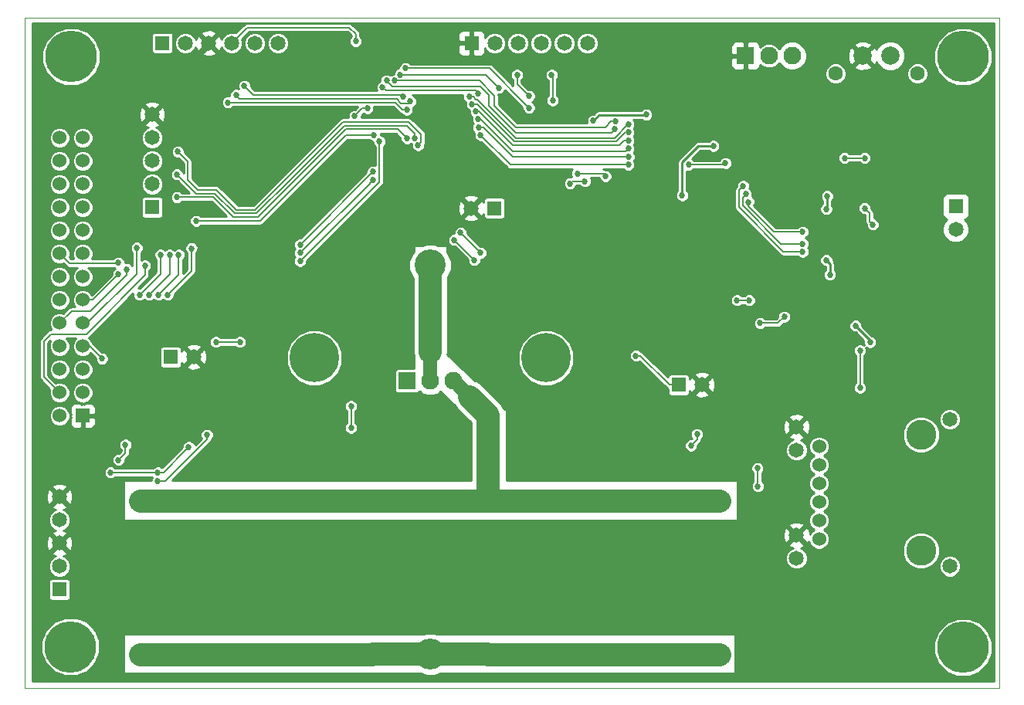
<source format=gbl>
%FSLAX46Y46*%
G04 Gerber Fmt 4.6, Leading zero omitted, Abs format (unit mm)*
G04 Created by KiCad (PCBNEW (2014-09-25 BZR 5147)-product) date Tue 30 Sep 2014 08:55:43 AM EDT*
%MOMM*%
G01*
G04 APERTURE LIST*
%ADD10C,0.100000*%
%ADD11C,5.650000*%
%ADD12R,1.650000X1.650000*%
%ADD13C,1.650000*%
%ADD14C,1.524000*%
%ADD15C,1.651000*%
%ADD16C,3.302000*%
%ADD17C,5.400000*%
%ADD18C,3.400000*%
%ADD19R,1.950000X1.950000*%
%ADD20C,1.950000*%
%ADD21C,2.000000*%
%ADD22C,1.600000*%
%ADD23R,1.524000X1.524000*%
%ADD24C,0.685800*%
%ADD25C,2.540000*%
%ADD26C,0.203200*%
%ADD27C,0.254000*%
%ADD28C,1.524000*%
G04 APERTURE END LIST*
D10*
X100000000Y-139500000D02*
X100000000Y-66000000D01*
X206800000Y-139500000D02*
X100000000Y-139500000D01*
X206800000Y-66000000D02*
X206800000Y-139500000D01*
X100000000Y-66000000D02*
X206800000Y-66000000D01*
D11*
X202860000Y-70310540D03*
X105070000Y-70310000D03*
X105000000Y-135000000D03*
X202860000Y-135080540D03*
D12*
X148970000Y-68810540D03*
D13*
X151510000Y-68810540D03*
X154050000Y-68810540D03*
X156590000Y-68810540D03*
X159130000Y-68810540D03*
X161670000Y-68810540D03*
D12*
X115070000Y-68810540D03*
D13*
X117610000Y-68810540D03*
X120150000Y-68810540D03*
X122690000Y-68810540D03*
X125230000Y-68810540D03*
X127770000Y-68810540D03*
D14*
X187070000Y-113030540D03*
X187070000Y-115062540D03*
X187070000Y-117094540D03*
X187070000Y-119126540D03*
X187070000Y-121158540D03*
X187070000Y-123190540D03*
D15*
X184606200Y-110896940D03*
X184606200Y-113436940D03*
X184606200Y-122784140D03*
X184606200Y-125324140D03*
D16*
X198246000Y-124460540D03*
X198246000Y-111760540D03*
D15*
X201421000Y-110046040D03*
X201421000Y-126175040D03*
D12*
X202070000Y-86710540D03*
D13*
X202070000Y-89250540D03*
D12*
X171690000Y-106290000D03*
D13*
X174230000Y-106290000D03*
D12*
X115990000Y-103240000D03*
D13*
X118530000Y-103240000D03*
D12*
X113960000Y-86820000D03*
D13*
X113960000Y-84280000D03*
X113960000Y-81740000D03*
X113960000Y-79200000D03*
X113960000Y-76660000D03*
D12*
X103800000Y-128730000D03*
D13*
X103800000Y-126190000D03*
X103800000Y-123650000D03*
X103800000Y-121110000D03*
X103800000Y-118570000D03*
D17*
X131740000Y-103330000D03*
X157140000Y-103330000D03*
D18*
X144440000Y-135842540D03*
X144440000Y-93170000D03*
D19*
X141890000Y-105870000D03*
D20*
X144440000Y-105870000D03*
X146990000Y-105870000D03*
D19*
X179020000Y-70210540D03*
D20*
X181570000Y-70210540D03*
X184120000Y-70210540D03*
D21*
X176190000Y-119010000D03*
X176190000Y-135910000D03*
X169840000Y-119010000D03*
X169840000Y-135910000D03*
X163490000Y-119010000D03*
X163490000Y-135910000D03*
X157140000Y-119010000D03*
X157140000Y-135910000D03*
X150790000Y-119010000D03*
X150790000Y-135910000D03*
X138090000Y-119010000D03*
X138090000Y-135910000D03*
X131740000Y-119010000D03*
X131740000Y-135910000D03*
X125390000Y-119010000D03*
X125390000Y-135910000D03*
X119040000Y-119010000D03*
X119040000Y-135910000D03*
X112690000Y-119010000D03*
X112690000Y-135910000D03*
X194870000Y-70210540D03*
X191870000Y-70210540D03*
D22*
X188870000Y-72170540D03*
X197870000Y-72170540D03*
D23*
X106340000Y-109680000D03*
D14*
X103800000Y-109680000D03*
X106340000Y-107140000D03*
X103800000Y-107140000D03*
X106340000Y-104600000D03*
X103800000Y-104600000D03*
X106340000Y-102060000D03*
X103800000Y-102060000D03*
X106340000Y-99520000D03*
X103800000Y-99520000D03*
X106340000Y-96980000D03*
X103800000Y-96980000D03*
X106340000Y-94440000D03*
X103800000Y-94440000D03*
X106340000Y-91900000D03*
X103800000Y-91900000D03*
X106340000Y-89360000D03*
X103800000Y-89360000D03*
X106340000Y-86820000D03*
X103800000Y-86820000D03*
X106340000Y-84280000D03*
X103800000Y-84280000D03*
X106340000Y-81740000D03*
X103800000Y-81740000D03*
X106340000Y-79200000D03*
X103800000Y-79200000D03*
D12*
X151470000Y-86910540D03*
D13*
X148930000Y-86910540D03*
D24*
X152670000Y-72310540D03*
X172070000Y-92210540D03*
X169949349Y-113871010D03*
X113470000Y-114310540D03*
X106170000Y-118810540D03*
X152670000Y-75110540D03*
X152790000Y-84290000D03*
X167890000Y-98290000D03*
X171090000Y-116090000D03*
X170690000Y-110790000D03*
X141390000Y-115690000D03*
X159170000Y-77354759D03*
X189170000Y-99910540D03*
X181970000Y-101410540D03*
X181270000Y-92510540D03*
X182570000Y-98210540D03*
X134470000Y-84910540D03*
X140570000Y-85710540D03*
X147270000Y-82510540D03*
X128970000Y-71010540D03*
X135170000Y-67910540D03*
X188970000Y-98410540D03*
X193470000Y-98310540D03*
X196970000Y-98310540D03*
X196970000Y-97410540D03*
X196970000Y-99210540D03*
X175270000Y-100410540D03*
X194470000Y-82310540D03*
X187570000Y-82910540D03*
X192370000Y-91910540D03*
X192370000Y-90310540D03*
X128670000Y-78510540D03*
X120070000Y-110510540D03*
X119270000Y-108810540D03*
X123670000Y-109410540D03*
X120070000Y-109510540D03*
X113070000Y-71410540D03*
X118170000Y-71410540D03*
X178670000Y-135710540D03*
X187970000Y-85587830D03*
X187870000Y-87010540D03*
X188270000Y-94210540D03*
X187870000Y-92610540D03*
X192670000Y-101610540D03*
X191070000Y-99810540D03*
X172070000Y-85510540D03*
X175490125Y-80090415D03*
X162340000Y-77314491D03*
X168128000Y-76652540D03*
X180324120Y-115426540D03*
X180370000Y-117410540D03*
X114570000Y-116810540D03*
X119970000Y-111762830D03*
X130170000Y-90910540D03*
X138167710Y-82910540D03*
X110270000Y-114510540D03*
X111022533Y-112858007D03*
X130170000Y-91810540D03*
X138176855Y-83817395D03*
X173690000Y-111690000D03*
X173037040Y-112942960D03*
X192070000Y-86910540D03*
X192970000Y-88710540D03*
X183270000Y-98810540D03*
X180615871Y-99510540D03*
X191570000Y-106610540D03*
X191570000Y-102510540D03*
X117970000Y-113110540D03*
X130170000Y-92710540D03*
X138870000Y-79610540D03*
X114590000Y-115890000D03*
X109390000Y-115890000D03*
X138291255Y-78915794D03*
X118770000Y-88310540D03*
X141884406Y-79248056D03*
X116670000Y-85710540D03*
X142772396Y-79205651D03*
X116670000Y-83210540D03*
X143118177Y-80024650D03*
X116770000Y-80710540D03*
X192070000Y-81410540D03*
X189870000Y-81410540D03*
X149270000Y-92610540D03*
X147070000Y-90410540D03*
X135770000Y-108610540D03*
X135770000Y-111010540D03*
X147770000Y-89610540D03*
X149970000Y-91810540D03*
X123585420Y-101590000D03*
X120942290Y-101590000D03*
X166990000Y-103090000D03*
X136270000Y-68610540D03*
X136170000Y-76807563D03*
X137570000Y-75958250D03*
X149970889Y-78913974D03*
X166165289Y-82156410D03*
X172770000Y-82156420D03*
X176802750Y-81977790D03*
X149748071Y-78053338D03*
X166194614Y-81267882D03*
X149710232Y-77165132D03*
X166169741Y-80379218D03*
X149449434Y-76314089D03*
X166170001Y-79490207D03*
X179340125Y-86240415D03*
X185270000Y-89510540D03*
X149039206Y-75524366D03*
X166170000Y-78601196D03*
X179056851Y-85381391D03*
X185270000Y-90810540D03*
X148723964Y-74693123D03*
X166170000Y-77710540D03*
X178747573Y-84497362D03*
X185270000Y-91699543D03*
X118270000Y-91310540D03*
X108470000Y-103410540D03*
X115670000Y-96410540D03*
X122270000Y-75310540D03*
X141870000Y-76110559D03*
X114870000Y-92010540D03*
X112570000Y-96410540D03*
X123163804Y-74504344D03*
X142270000Y-75210540D03*
X141438461Y-74673189D03*
X112270000Y-91252290D03*
X124070000Y-73510540D03*
X155270000Y-74610540D03*
X153970000Y-72301619D03*
X141728810Y-71576863D03*
X155270000Y-75910540D03*
X159770000Y-84210540D03*
X161398701Y-83962830D03*
X141162100Y-72261819D03*
X151969534Y-73711006D03*
X160570000Y-83110540D03*
X163670000Y-83410540D03*
X140568555Y-72923657D03*
X164772881Y-77387736D03*
X179417720Y-97010540D03*
X178070000Y-97010540D03*
X139670000Y-72910540D03*
X164661443Y-78269736D03*
X139228932Y-73682410D03*
X149727849Y-74350665D03*
X157770000Y-72301619D03*
X157870000Y-75110540D03*
X115870000Y-92010540D03*
X113602694Y-96421306D03*
X116870000Y-92010540D03*
X114670000Y-96410540D03*
X110270000Y-92910540D03*
X113170000Y-93210540D03*
X111170000Y-93610540D03*
X110270000Y-94150010D03*
D25*
X169840000Y-135910000D02*
X176190000Y-135910000D01*
X112690000Y-135910000D02*
X119040000Y-135910000D01*
X169840000Y-135910000D02*
X163490000Y-135910000D01*
X163490000Y-135910000D02*
X157140000Y-135910000D01*
X157140000Y-135910000D02*
X150790000Y-135910000D01*
X119040000Y-135910000D02*
X125390000Y-135910000D01*
X125390000Y-135910000D02*
X131740000Y-135910000D01*
X131740000Y-135910000D02*
X138090000Y-135910000D01*
D26*
X123570000Y-109510540D02*
X123670000Y-109410540D01*
X120070000Y-109510540D02*
X123570000Y-109510540D01*
X118170000Y-71410540D02*
X113070000Y-71410540D01*
X120150000Y-69430540D02*
X118170000Y-71410540D01*
X120150000Y-68810540D02*
X120150000Y-69430540D01*
D25*
X150722540Y-135842540D02*
X150790000Y-135910000D01*
X144440000Y-135842540D02*
X150722540Y-135842540D01*
X138157460Y-135842540D02*
X138090000Y-135910000D01*
X144440000Y-135842540D02*
X138157460Y-135842540D01*
D27*
X187970000Y-86910540D02*
X187870000Y-87010540D01*
X187970000Y-85587830D02*
X187970000Y-86910540D01*
X188270000Y-93010540D02*
X187870000Y-92610540D01*
X188270000Y-94210540D02*
X188270000Y-93010540D01*
X192670000Y-101410540D02*
X191070000Y-99810540D01*
X192670000Y-101610540D02*
X192670000Y-101410540D01*
X175490125Y-80090415D02*
X173839815Y-80090415D01*
X173839815Y-80090415D02*
X172070000Y-81860230D01*
X172070000Y-81860230D02*
X172070000Y-85510540D01*
X162939856Y-76714635D02*
X168065905Y-76714635D01*
X168065905Y-76714635D02*
X168128000Y-76652540D01*
X162340000Y-77314491D02*
X162939856Y-76714635D01*
D26*
X180324120Y-117364660D02*
X180370000Y-117410540D01*
X180324120Y-115426540D02*
X180324120Y-117364660D01*
X119970000Y-111762830D02*
X119970000Y-112247763D01*
X119970000Y-112247763D02*
X115407223Y-116810540D01*
X115407223Y-116810540D02*
X114570000Y-116810540D01*
X138167710Y-82910540D02*
X130170000Y-90908250D01*
X130170000Y-90908250D02*
X130170000Y-90910540D01*
X111022533Y-112858007D02*
X111022533Y-113758007D01*
X111022533Y-113758007D02*
X110270000Y-114510540D01*
X138176855Y-83817395D02*
X137833956Y-84160294D01*
X137833956Y-84160294D02*
X137833956Y-84205182D01*
X137833956Y-84205182D02*
X130228598Y-91810540D01*
X130228598Y-91810540D02*
X130170000Y-91810540D01*
X173690000Y-112290000D02*
X173037040Y-112942960D01*
X173690000Y-111690000D02*
X173690000Y-112290000D01*
X192970000Y-88710540D02*
X192627101Y-88367641D01*
X192627101Y-88367641D02*
X192627101Y-87467641D01*
X192627101Y-87467641D02*
X192070000Y-86910540D01*
X182570000Y-99510540D02*
X181100804Y-99510540D01*
X183270000Y-98810540D02*
X182570000Y-99510540D01*
X181100804Y-99510540D02*
X180615871Y-99510540D01*
X191570000Y-106610540D02*
X191570000Y-102510540D01*
X115190540Y-115890000D02*
X117627101Y-113453439D01*
X117627101Y-113453439D02*
X117970000Y-113110540D01*
X114590000Y-115890000D02*
X115190540Y-115890000D01*
X138870000Y-79610540D02*
X138870000Y-84069138D01*
X138870000Y-84069138D02*
X130228598Y-92710540D01*
X130228598Y-92710540D02*
X130170000Y-92710540D01*
X109390000Y-115890000D02*
X114590000Y-115890000D01*
X138291255Y-78915794D02*
X138286001Y-78910540D01*
X138286001Y-78910540D02*
X135170000Y-78910540D01*
X135170000Y-78910540D02*
X125770000Y-88310540D01*
X125770000Y-88310540D02*
X118770000Y-88310540D01*
X140904443Y-78268093D02*
X135212447Y-78268093D01*
X141884406Y-79248056D02*
X140904443Y-78268093D01*
X135212447Y-78268093D02*
X125576410Y-87904130D01*
X125576410Y-87904130D02*
X122863590Y-87904130D01*
X120670000Y-85710540D02*
X116670000Y-85710540D01*
X122863590Y-87904130D02*
X120670000Y-85710540D01*
X141913361Y-77861683D02*
X141072783Y-77861683D01*
X142772396Y-78720718D02*
X141913361Y-77861683D01*
X142772396Y-79205651D02*
X142772396Y-78720718D01*
X141072783Y-77861683D02*
X135044106Y-77861684D01*
X135044106Y-77861684D02*
X129082625Y-83823165D01*
X129082625Y-83823165D02*
X125408070Y-87497720D01*
X123031930Y-87497720D02*
X120838340Y-85304130D01*
X125408070Y-87497720D02*
X123031930Y-87497720D01*
X118763590Y-85304130D02*
X116670000Y-83210540D01*
X120838340Y-85304130D02*
X118763590Y-85304130D01*
X143461076Y-78834648D02*
X142081701Y-77455273D01*
X143461076Y-79681751D02*
X143461076Y-78834648D01*
X143118177Y-80024650D02*
X143461076Y-79681751D01*
X142081701Y-77455273D02*
X135225267Y-77455273D01*
X135225267Y-77455273D02*
X135225265Y-77455275D01*
X134875767Y-77455273D02*
X134875765Y-77455275D01*
X135225267Y-77455273D02*
X134875767Y-77455273D01*
X134875767Y-77455275D02*
X134875765Y-77455275D01*
X134875767Y-77455273D02*
X134875767Y-77455275D01*
X134875765Y-77455275D02*
X128914284Y-83416756D01*
X128914284Y-83416756D02*
X125239730Y-87091310D01*
X125239730Y-87091310D02*
X123200270Y-87091310D01*
X123200270Y-87091310D02*
X121006680Y-84897720D01*
X121006680Y-84897720D02*
X118931930Y-84897720D01*
X118931930Y-84897720D02*
X117870000Y-83835790D01*
X117870000Y-81810540D02*
X116770000Y-80710540D01*
X117870000Y-83835790D02*
X117870000Y-81810540D01*
X189870000Y-81410540D02*
X192070000Y-81410540D01*
X147070000Y-90410540D02*
X149270000Y-92610540D01*
X135770000Y-111010540D02*
X135770000Y-108610540D01*
D28*
X146990000Y-105870000D02*
X147029460Y-105870000D01*
X147029460Y-105870000D02*
X148770000Y-107610540D01*
D25*
X150790000Y-109630540D02*
X148770000Y-107610540D01*
X150790000Y-119010000D02*
X150790000Y-109630540D01*
X112690000Y-119010000D02*
X119040000Y-119010000D01*
X119040000Y-119010000D02*
X125390000Y-119010000D01*
X125390000Y-119010000D02*
X131740000Y-119010000D01*
X131740000Y-119010000D02*
X138090000Y-119010000D01*
X138090000Y-119010000D02*
X150790000Y-119010000D01*
X150790000Y-119010000D02*
X157140000Y-119010000D01*
X157140000Y-119010000D02*
X163490000Y-119010000D01*
X163490000Y-119010000D02*
X169840000Y-119010000D01*
X169840000Y-119010000D02*
X176190000Y-119010000D01*
D28*
X144440000Y-105870000D02*
X144440000Y-102680540D01*
D25*
X144440000Y-93170000D02*
X144440000Y-102680540D01*
X144440000Y-102680540D02*
X144470000Y-102710540D01*
D26*
X149970000Y-91810540D02*
X147770000Y-89610540D01*
X120942290Y-101590000D02*
X123585420Y-101590000D01*
X167461800Y-103090000D02*
X166990000Y-103090000D01*
X170661800Y-106290000D02*
X167461800Y-103090000D01*
X171690000Y-106290000D02*
X170661800Y-106290000D01*
X136270000Y-67810540D02*
X136270000Y-68610540D01*
X135570000Y-67110540D02*
X136270000Y-67810540D01*
X124390000Y-67110540D02*
X135570000Y-67110540D01*
X122690000Y-68810540D02*
X124390000Y-67110540D01*
X137570000Y-75958250D02*
X137019313Y-75958250D01*
X137019313Y-75958250D02*
X136170000Y-76807563D01*
X149970889Y-78913974D02*
X153213325Y-82156410D01*
X153213325Y-82156410D02*
X165680356Y-82156410D01*
X165680356Y-82156410D02*
X166165289Y-82156410D01*
X176624120Y-82156420D02*
X176802750Y-81977790D01*
X172770000Y-82156420D02*
X176624120Y-82156420D01*
X150287548Y-78053338D02*
X153502092Y-81267882D01*
X149748071Y-78053338D02*
X150287548Y-78053338D01*
X153502092Y-81267882D02*
X165709681Y-81267882D01*
X165709681Y-81267882D02*
X166194614Y-81267882D01*
X165826842Y-80722117D02*
X166169741Y-80379218D01*
X153531077Y-80722117D02*
X165826842Y-80722117D01*
X149710232Y-77165132D02*
X149974092Y-77165132D01*
X149974092Y-77165132D02*
X153531077Y-80722117D01*
X153484471Y-80023357D02*
X165151918Y-80023357D01*
X149775203Y-76314089D02*
X153484471Y-80023357D01*
X165685068Y-79490207D02*
X166170001Y-79490207D01*
X165151918Y-80023357D02*
X165685068Y-79490207D01*
X149449434Y-76314089D02*
X149775203Y-76314089D01*
X182125317Y-89510540D02*
X185270000Y-89510540D01*
X179340125Y-86725348D02*
X182125317Y-89510540D01*
X179340125Y-86240415D02*
X179340125Y-86725348D01*
X149039206Y-75524366D02*
X149575724Y-75524366D01*
X149575724Y-75524366D02*
X153668306Y-79616948D01*
X153668306Y-79616948D02*
X164863592Y-79616948D01*
X165879344Y-78601196D02*
X166170000Y-78601196D01*
X164863592Y-79616948D02*
X165879344Y-78601196D01*
X178692424Y-86652397D02*
X182850567Y-90810540D01*
X182850567Y-90810540D02*
X185270000Y-90810540D01*
X178692424Y-85745818D02*
X178692424Y-86652397D01*
X179056851Y-85381391D02*
X178692424Y-85745818D01*
X164636654Y-79210538D02*
X166136652Y-77710540D01*
X149153784Y-74693123D02*
X149449050Y-74988389D01*
X166136652Y-77710540D02*
X166170000Y-77710540D01*
X148723964Y-74693123D02*
X149153784Y-74693123D01*
X149449050Y-74988389D02*
X149614497Y-74988389D01*
X149614497Y-74988389D02*
X153836646Y-79210538D01*
X153836646Y-79210538D02*
X164636654Y-79210538D01*
X183164820Y-91699543D02*
X185270000Y-91699543D01*
X178286015Y-86820738D02*
X183164820Y-91699543D01*
X178286014Y-84958921D02*
X178286015Y-86820738D01*
X178747573Y-84497362D02*
X178286014Y-84958921D01*
X122270000Y-75310540D02*
X140585048Y-75310540D01*
X140585048Y-75310540D02*
X141385067Y-76110559D01*
X141385067Y-76110559D02*
X141870000Y-76110559D01*
X118270000Y-91795473D02*
X118270000Y-91310540D01*
X118270000Y-93810540D02*
X118270000Y-91795473D01*
X115670000Y-96410540D02*
X118270000Y-93810540D01*
X108470000Y-103410540D02*
X107119460Y-102060000D01*
X107119460Y-102060000D02*
X106340000Y-102060000D01*
X123563590Y-74904130D02*
X140753389Y-74904131D01*
X142076410Y-75404130D02*
X142270000Y-75210540D01*
X141253388Y-75404130D02*
X142076410Y-75404130D01*
X140753389Y-74904131D02*
X141253388Y-75404130D01*
X123163804Y-74504344D02*
X123563590Y-74904130D01*
X114870000Y-94110540D02*
X114870000Y-92495473D01*
X112570000Y-96410540D02*
X114870000Y-94110540D01*
X114870000Y-92495473D02*
X114870000Y-92010540D01*
X125057181Y-74497721D02*
X141262993Y-74497721D01*
X124070000Y-73510540D02*
X125057181Y-74497721D01*
X141262993Y-74497721D02*
X141438461Y-74673189D01*
X112270000Y-91252290D02*
X112270000Y-94110540D01*
X112270000Y-94110540D02*
X106870000Y-99510540D01*
X106870000Y-99510540D02*
X106349460Y-99510540D01*
X106349460Y-99510540D02*
X106340000Y-99520000D01*
X154927101Y-74267641D02*
X155270000Y-74610540D01*
X153970000Y-72301619D02*
X153970000Y-73310540D01*
X153970000Y-73310540D02*
X154927101Y-74267641D01*
X141728810Y-71576863D02*
X150936323Y-71576863D01*
X150936323Y-71576863D02*
X154927101Y-75567641D01*
X154927101Y-75567641D02*
X155270000Y-75910540D01*
X161398701Y-83962830D02*
X160017710Y-83962830D01*
X160017710Y-83962830D02*
X159770000Y-84210540D01*
X150520347Y-72261819D02*
X151969534Y-73711006D01*
X141162100Y-72261819D02*
X150520347Y-72261819D01*
X163370000Y-83110540D02*
X163670000Y-83410540D01*
X160570000Y-83110540D02*
X163370000Y-83110540D01*
X163632156Y-78043528D02*
X164287948Y-77387736D01*
X151470000Y-75694392D02*
X153819136Y-78043528D01*
X164287948Y-77387736D02*
X164772881Y-77387736D01*
X149834189Y-72923657D02*
X151470000Y-74559468D01*
X140568555Y-72923657D02*
X149834189Y-72923657D01*
X151470000Y-74559468D02*
X151470000Y-75694392D01*
X153819136Y-78043528D02*
X163632156Y-78043528D01*
X179417720Y-97010540D02*
X178070000Y-97010540D01*
X150870000Y-75669142D02*
X153813493Y-78612635D01*
X140257658Y-73571358D02*
X149907140Y-73571358D01*
X139670000Y-72983700D02*
X140257658Y-73571358D01*
X153813493Y-78612635D02*
X164318544Y-78612635D01*
X164318544Y-78612635D02*
X164661443Y-78269736D01*
X139670000Y-72910540D02*
X139670000Y-72983700D01*
X150870000Y-74534218D02*
X150870000Y-75669142D01*
X149907140Y-73571358D02*
X150870000Y-74534218D01*
X149402493Y-74025309D02*
X149727849Y-74350665D01*
X139228932Y-73682410D02*
X139571831Y-74025309D01*
X139571831Y-74025309D02*
X149402493Y-74025309D01*
X157870000Y-72401619D02*
X157870000Y-72710540D01*
X157870000Y-72710540D02*
X157870000Y-75110540D01*
X157770000Y-72301619D02*
X157870000Y-72401619D01*
X115870000Y-92495473D02*
X115870000Y-92010540D01*
X113602694Y-96421306D02*
X115870000Y-94154000D01*
X115870000Y-94154000D02*
X115870000Y-92495473D01*
X116870000Y-92495473D02*
X116870000Y-92010540D01*
X116870000Y-94210540D02*
X116870000Y-92495473D01*
X114670000Y-96410540D02*
X116870000Y-94210540D01*
X106570396Y-91669604D02*
X106340000Y-91900000D01*
X110270000Y-92910540D02*
X110213739Y-92966801D01*
X110213739Y-92966801D02*
X104866801Y-92966801D01*
X104866801Y-92966801D02*
X104561999Y-92661999D01*
X104561999Y-92661999D02*
X103800000Y-91900000D01*
X113170000Y-93695473D02*
X113170000Y-93210540D01*
X106728326Y-100710540D02*
X113170000Y-94268866D01*
X102870000Y-100710540D02*
X106728326Y-100710540D01*
X103800000Y-107140000D02*
X102070000Y-105410000D01*
X102070000Y-105410000D02*
X102070000Y-101510540D01*
X113170000Y-94268866D02*
X113170000Y-93695473D01*
X102070000Y-101510540D02*
X102870000Y-100710540D01*
X107168068Y-98210540D02*
X105109460Y-98210540D01*
X105109460Y-98210540D02*
X103800000Y-99520000D01*
X111170000Y-93610540D02*
X111170000Y-94208608D01*
X111170000Y-94208608D02*
X107168068Y-98210540D01*
X110270000Y-94150010D02*
X107440010Y-96980000D01*
X107440010Y-96980000D02*
X106340000Y-96980000D01*
X106430000Y-96890000D02*
X106340000Y-96980000D01*
X106410125Y-94510125D02*
X106340000Y-94440000D01*
D27*
G36*
X206243000Y-138783515D02*
X206066555Y-138783480D01*
X206066555Y-134445625D01*
X206066555Y-69675625D01*
X205579499Y-68496860D01*
X204678424Y-67594210D01*
X203500511Y-67105098D01*
X202225085Y-67103985D01*
X201046320Y-67591041D01*
X200143670Y-68492116D01*
X199654558Y-69670029D01*
X199653445Y-70945455D01*
X200140501Y-72124220D01*
X201041576Y-73026870D01*
X202219489Y-73515982D01*
X203494915Y-73517095D01*
X204673680Y-73030039D01*
X205576330Y-72128964D01*
X206065442Y-70951051D01*
X206066555Y-69675625D01*
X206066555Y-134445625D01*
X205579499Y-133266860D01*
X204678424Y-132364210D01*
X203530253Y-131887447D01*
X203530253Y-88961402D01*
X203308449Y-88424597D01*
X203045027Y-88160715D01*
X203254698Y-88073867D01*
X203433327Y-87895239D01*
X203530000Y-87661850D01*
X203530000Y-87409231D01*
X203530000Y-85759231D01*
X203433327Y-85525842D01*
X203254699Y-85347213D01*
X203021310Y-85250540D01*
X202768691Y-85250540D01*
X201118691Y-85250540D01*
X200885302Y-85347213D01*
X200706673Y-85525841D01*
X200610000Y-85759230D01*
X200610000Y-86011849D01*
X200610000Y-87661849D01*
X200706673Y-87895238D01*
X200885301Y-88073867D01*
X201095113Y-88160774D01*
X200832994Y-88422437D01*
X200610254Y-88958854D01*
X200609747Y-89539678D01*
X200831551Y-90076483D01*
X201241897Y-90487546D01*
X201778314Y-90710286D01*
X202359138Y-90710793D01*
X202895943Y-90488989D01*
X203307006Y-90078643D01*
X203529746Y-89542226D01*
X203530253Y-88961402D01*
X203530253Y-131887447D01*
X203500511Y-131875098D01*
X202627709Y-131874336D01*
X202627709Y-125936105D01*
X202627709Y-109807105D01*
X202444418Y-109363505D01*
X202105320Y-109023815D01*
X201662041Y-108839750D01*
X201182065Y-108839331D01*
X200738465Y-109022622D01*
X200398775Y-109361720D01*
X200214710Y-109804999D01*
X200214291Y-110284975D01*
X200397582Y-110728575D01*
X200736680Y-111068265D01*
X201179959Y-111252330D01*
X201659935Y-111252749D01*
X202103535Y-111069458D01*
X202443225Y-110730360D01*
X202627290Y-110287081D01*
X202627709Y-109807105D01*
X202627709Y-125936105D01*
X202444418Y-125492505D01*
X202105320Y-125152815D01*
X201662041Y-124968750D01*
X201182065Y-124968331D01*
X200738465Y-125151622D01*
X200398775Y-125490720D01*
X200278352Y-125780731D01*
X200278352Y-124058124D01*
X200278352Y-111358124D01*
X199969650Y-110611008D01*
X199398538Y-110038899D01*
X199051204Y-109894673D01*
X199051204Y-71936655D01*
X198871787Y-71502431D01*
X198539856Y-71169921D01*
X198105946Y-70989746D01*
X197636115Y-70989336D01*
X197201891Y-71168753D01*
X196869381Y-71500684D01*
X196689206Y-71934594D01*
X196688796Y-72404425D01*
X196868213Y-72838649D01*
X197200144Y-73171159D01*
X197634054Y-73351334D01*
X198103885Y-73351744D01*
X198538109Y-73172327D01*
X198870619Y-72840396D01*
X199050794Y-72406486D01*
X199051204Y-71936655D01*
X199051204Y-109894673D01*
X198651963Y-109728894D01*
X197843584Y-109728188D01*
X197096468Y-110036890D01*
X196524359Y-110608002D01*
X196505284Y-110653939D01*
X196505284Y-69886745D01*
X196256894Y-69285597D01*
X195797363Y-68825262D01*
X195196648Y-68575824D01*
X194546205Y-68575256D01*
X193945057Y-68823646D01*
X193484722Y-69283177D01*
X193375923Y-69545193D01*
X193289387Y-69336276D01*
X193022532Y-69237613D01*
X192842927Y-69417218D01*
X192842927Y-69058008D01*
X192744264Y-68791153D01*
X192134539Y-68564632D01*
X191484540Y-68588684D01*
X190995736Y-68791153D01*
X190897073Y-69058008D01*
X191870000Y-70030935D01*
X192842927Y-69058008D01*
X192842927Y-69417218D01*
X192049605Y-70210540D01*
X193022532Y-71183467D01*
X193289387Y-71084804D01*
X193371187Y-70864621D01*
X193483106Y-71135483D01*
X193942637Y-71595818D01*
X194543352Y-71845256D01*
X195193795Y-71845824D01*
X195794943Y-71597434D01*
X196255278Y-71137903D01*
X196504716Y-70537188D01*
X196505284Y-69886745D01*
X196505284Y-110653939D01*
X196214354Y-111354577D01*
X196213648Y-112162956D01*
X196522350Y-112910072D01*
X197093462Y-113482181D01*
X197840037Y-113792186D01*
X198648416Y-113792892D01*
X199395532Y-113484190D01*
X199967641Y-112913078D01*
X200277646Y-112166503D01*
X200278352Y-111358124D01*
X200278352Y-124058124D01*
X199969650Y-123311008D01*
X199398538Y-122738899D01*
X198651963Y-122428894D01*
X197843584Y-122428188D01*
X197096468Y-122736890D01*
X196524359Y-123308002D01*
X196214354Y-124054577D01*
X196213648Y-124862956D01*
X196522350Y-125610072D01*
X197093462Y-126182181D01*
X197840037Y-126492186D01*
X198648416Y-126492892D01*
X199395532Y-126184190D01*
X199967641Y-125613078D01*
X200277646Y-124866503D01*
X200278352Y-124058124D01*
X200278352Y-125780731D01*
X200214710Y-125933999D01*
X200214291Y-126413975D01*
X200397582Y-126857575D01*
X200736680Y-127197265D01*
X201179959Y-127381330D01*
X201659935Y-127381749D01*
X202103535Y-127198458D01*
X202443225Y-126859360D01*
X202627290Y-126416081D01*
X202627709Y-125936105D01*
X202627709Y-131874336D01*
X202225085Y-131873985D01*
X201046320Y-132361041D01*
X200143670Y-133262116D01*
X199654558Y-134440029D01*
X199653445Y-135715455D01*
X200140501Y-136894220D01*
X201041576Y-137796870D01*
X202219489Y-138285982D01*
X203494915Y-138287095D01*
X204673680Y-137800039D01*
X205576330Y-136898964D01*
X206065442Y-135721051D01*
X206066555Y-134445625D01*
X206066555Y-138783480D01*
X193694025Y-138781075D01*
X193694025Y-88567179D01*
X193584050Y-88301019D01*
X193380592Y-88097205D01*
X193114624Y-87986766D01*
X193109701Y-87986761D01*
X193109701Y-87467646D01*
X193109701Y-87467641D01*
X193109702Y-87467641D01*
X193072965Y-87282958D01*
X192968351Y-87126391D01*
X192842927Y-87000967D01*
X192842927Y-71363072D01*
X191870000Y-70390145D01*
X191690395Y-70569750D01*
X191690395Y-70210540D01*
X190717468Y-69237613D01*
X190450613Y-69336276D01*
X190224092Y-69946001D01*
X190248144Y-70596000D01*
X190450613Y-71084804D01*
X190717468Y-71183467D01*
X191690395Y-70210540D01*
X191690395Y-70569750D01*
X190897073Y-71363072D01*
X190995736Y-71629927D01*
X191605461Y-71856448D01*
X192255460Y-71832396D01*
X192744264Y-71629927D01*
X192842927Y-71363072D01*
X192842927Y-87000967D01*
X192793863Y-86951903D01*
X192794025Y-86767179D01*
X192794025Y-81267179D01*
X192684050Y-81001019D01*
X192480592Y-80797205D01*
X192214624Y-80686766D01*
X191926639Y-80686515D01*
X191660479Y-80796490D01*
X191528798Y-80927940D01*
X190411098Y-80927940D01*
X190280592Y-80797205D01*
X190051204Y-80701955D01*
X190051204Y-71936655D01*
X189871787Y-71502431D01*
X189539856Y-71169921D01*
X189105946Y-70989746D01*
X188636115Y-70989336D01*
X188201891Y-71168753D01*
X187869381Y-71500684D01*
X187689206Y-71934594D01*
X187688796Y-72404425D01*
X187868213Y-72838649D01*
X188200144Y-73171159D01*
X188634054Y-73351334D01*
X189103885Y-73351744D01*
X189538109Y-73172327D01*
X189870619Y-72840396D01*
X190050794Y-72406486D01*
X190051204Y-71936655D01*
X190051204Y-80701955D01*
X190014624Y-80686766D01*
X189726639Y-80686515D01*
X189460479Y-80796490D01*
X189256665Y-80999948D01*
X189146226Y-81265916D01*
X189145975Y-81553901D01*
X189255950Y-81820061D01*
X189459408Y-82023875D01*
X189725376Y-82134314D01*
X190013361Y-82134565D01*
X190279521Y-82024590D01*
X190411201Y-81893140D01*
X191528901Y-81893140D01*
X191659408Y-82023875D01*
X191925376Y-82134314D01*
X192213361Y-82134565D01*
X192479521Y-82024590D01*
X192683335Y-81821132D01*
X192793774Y-81555164D01*
X192794025Y-81267179D01*
X192794025Y-86767179D01*
X192684050Y-86501019D01*
X192480592Y-86297205D01*
X192214624Y-86186766D01*
X191926639Y-86186515D01*
X191660479Y-86296490D01*
X191456665Y-86499948D01*
X191346226Y-86765916D01*
X191345975Y-87053901D01*
X191455950Y-87320061D01*
X191659408Y-87523875D01*
X191925376Y-87634314D01*
X192111436Y-87634476D01*
X192144501Y-87667541D01*
X192144501Y-88367641D01*
X192181237Y-88552324D01*
X192246153Y-88649478D01*
X192245975Y-88853901D01*
X192355950Y-89120061D01*
X192559408Y-89323875D01*
X192825376Y-89434314D01*
X193113361Y-89434565D01*
X193379521Y-89324590D01*
X193583335Y-89121132D01*
X193693774Y-88855164D01*
X193694025Y-88567179D01*
X193694025Y-138781075D01*
X193394025Y-138781017D01*
X193394025Y-101467179D01*
X193284050Y-101201019D01*
X193080592Y-100997205D01*
X192900165Y-100922285D01*
X191793895Y-99816015D01*
X191794025Y-99667179D01*
X191684050Y-99401019D01*
X191480592Y-99197205D01*
X191214624Y-99086766D01*
X190926639Y-99086515D01*
X190660479Y-99196490D01*
X190456665Y-99399948D01*
X190346226Y-99665916D01*
X190345975Y-99953901D01*
X190455950Y-100220061D01*
X190659408Y-100423875D01*
X190925376Y-100534314D01*
X191075484Y-100534444D01*
X191964044Y-101423004D01*
X191946226Y-101465916D01*
X191945975Y-101753901D01*
X192022556Y-101939243D01*
X191980592Y-101897205D01*
X191714624Y-101786766D01*
X191426639Y-101786515D01*
X191160479Y-101896490D01*
X190956665Y-102099948D01*
X190846226Y-102365916D01*
X190845975Y-102653901D01*
X190955950Y-102920061D01*
X191087400Y-103051741D01*
X191087400Y-106069441D01*
X190956665Y-106199948D01*
X190846226Y-106465916D01*
X190845975Y-106753901D01*
X190955950Y-107020061D01*
X191159408Y-107223875D01*
X191425376Y-107334314D01*
X191713361Y-107334565D01*
X191979521Y-107224590D01*
X192183335Y-107021132D01*
X192293774Y-106755164D01*
X192294025Y-106467179D01*
X192184050Y-106201019D01*
X192052600Y-106069338D01*
X192052600Y-103051638D01*
X192183335Y-102921132D01*
X192293774Y-102655164D01*
X192294025Y-102367179D01*
X192217443Y-102181836D01*
X192259408Y-102223875D01*
X192525376Y-102334314D01*
X192813361Y-102334565D01*
X193079521Y-102224590D01*
X193283335Y-102021132D01*
X193393774Y-101755164D01*
X193394025Y-101467179D01*
X193394025Y-138781017D01*
X188994025Y-138780162D01*
X188994025Y-94067179D01*
X188884050Y-93801019D01*
X188778000Y-93694783D01*
X188778000Y-93010540D01*
X188745746Y-92848389D01*
X188739331Y-92816137D01*
X188739331Y-92816136D01*
X188694025Y-92748331D01*
X188694025Y-85444469D01*
X188584050Y-85178309D01*
X188380592Y-84974495D01*
X188114624Y-84864056D01*
X187826639Y-84863805D01*
X187560479Y-84973780D01*
X187356665Y-85177238D01*
X187246226Y-85443206D01*
X187245975Y-85731191D01*
X187355950Y-85997351D01*
X187462000Y-86103586D01*
X187462000Y-86395861D01*
X187460479Y-86396490D01*
X187256665Y-86599948D01*
X187146226Y-86865916D01*
X187145975Y-87153901D01*
X187255950Y-87420061D01*
X187459408Y-87623875D01*
X187725376Y-87734314D01*
X188013361Y-87734565D01*
X188279521Y-87624590D01*
X188483335Y-87421132D01*
X188593774Y-87155164D01*
X188594025Y-86867179D01*
X188484050Y-86601019D01*
X188478000Y-86594958D01*
X188478000Y-86103573D01*
X188583335Y-85998422D01*
X188693774Y-85732454D01*
X188694025Y-85444469D01*
X188694025Y-92748331D01*
X188629210Y-92651330D01*
X188629210Y-92651329D01*
X188593895Y-92616014D01*
X188594025Y-92467179D01*
X188484050Y-92201019D01*
X188280592Y-91997205D01*
X188014624Y-91886766D01*
X187726639Y-91886515D01*
X187460479Y-91996490D01*
X187256665Y-92199948D01*
X187146226Y-92465916D01*
X187145975Y-92753901D01*
X187255950Y-93020061D01*
X187459408Y-93223875D01*
X187725376Y-93334314D01*
X187762000Y-93334345D01*
X187762000Y-93694796D01*
X187656665Y-93799948D01*
X187546226Y-94065916D01*
X187545975Y-94353901D01*
X187655950Y-94620061D01*
X187859408Y-94823875D01*
X188125376Y-94934314D01*
X188413361Y-94934565D01*
X188679521Y-94824590D01*
X188883335Y-94621132D01*
X188993774Y-94355164D01*
X188994025Y-94067179D01*
X188994025Y-138780162D01*
X188213198Y-138780010D01*
X188213198Y-122964181D01*
X188039554Y-122543928D01*
X187718303Y-122222117D01*
X187603963Y-122174639D01*
X187716612Y-122128094D01*
X188038423Y-121806843D01*
X188212801Y-121386894D01*
X188213198Y-120932181D01*
X188039554Y-120511928D01*
X187718303Y-120190117D01*
X187603963Y-120142639D01*
X187716612Y-120096094D01*
X188038423Y-119774843D01*
X188212801Y-119354894D01*
X188213198Y-118900181D01*
X188039554Y-118479928D01*
X187718303Y-118158117D01*
X187603963Y-118110639D01*
X187716612Y-118064094D01*
X188038423Y-117742843D01*
X188212801Y-117322894D01*
X188213198Y-116868181D01*
X188039554Y-116447928D01*
X187718303Y-116126117D01*
X187603963Y-116078639D01*
X187716612Y-116032094D01*
X188038423Y-115710843D01*
X188212801Y-115290894D01*
X188213198Y-114836181D01*
X188039554Y-114415928D01*
X187718303Y-114094117D01*
X187603963Y-114046639D01*
X187716612Y-114000094D01*
X188038423Y-113678843D01*
X188212801Y-113258894D01*
X188213198Y-112804181D01*
X188039554Y-112383928D01*
X187718303Y-112062117D01*
X187298354Y-111887739D01*
X186843641Y-111887342D01*
X186423388Y-112060986D01*
X186101577Y-112382237D01*
X186078540Y-112437716D01*
X186078540Y-111119809D01*
X186051753Y-110539405D01*
X185994025Y-110400037D01*
X185994025Y-91556182D01*
X185884050Y-91290022D01*
X185849248Y-91255159D01*
X185883335Y-91221132D01*
X185993774Y-90955164D01*
X185994025Y-90667179D01*
X185884050Y-90401019D01*
X185680592Y-90197205D01*
X185592403Y-90160586D01*
X185679521Y-90124590D01*
X185883335Y-89921132D01*
X185993774Y-89655164D01*
X185994025Y-89367179D01*
X185884050Y-89101019D01*
X185730279Y-88946978D01*
X185730279Y-69891696D01*
X185485688Y-69299740D01*
X185033183Y-68846444D01*
X184441654Y-68600820D01*
X183801156Y-68600261D01*
X183209200Y-68844852D01*
X182755904Y-69297357D01*
X182702587Y-69425756D01*
X182339115Y-69061649D01*
X181840908Y-68854776D01*
X181301458Y-68854305D01*
X180802891Y-69060309D01*
X180630000Y-69232898D01*
X180630000Y-69109230D01*
X180533327Y-68875841D01*
X180354698Y-68697213D01*
X180121309Y-68600540D01*
X179305750Y-68600540D01*
X179147000Y-68759290D01*
X179147000Y-70083540D01*
X179167000Y-70083540D01*
X179167000Y-70337540D01*
X179147000Y-70337540D01*
X179147000Y-71661790D01*
X179305750Y-71820540D01*
X180121309Y-71820540D01*
X180354698Y-71723867D01*
X180533327Y-71545239D01*
X180630000Y-71311850D01*
X180630000Y-71188247D01*
X180800885Y-71359431D01*
X181299092Y-71566304D01*
X181838542Y-71566775D01*
X182337109Y-71360771D01*
X182702521Y-70995996D01*
X182754312Y-71121340D01*
X183206817Y-71574636D01*
X183798346Y-71820260D01*
X184438844Y-71820819D01*
X185030800Y-71576228D01*
X185484096Y-71123723D01*
X185729720Y-70532194D01*
X185730279Y-69891696D01*
X185730279Y-88946978D01*
X185680592Y-88897205D01*
X185414624Y-88786766D01*
X185126639Y-88786515D01*
X184860479Y-88896490D01*
X184728798Y-89027940D01*
X182325217Y-89027940D01*
X179950869Y-86653592D01*
X179953460Y-86651007D01*
X180063899Y-86385039D01*
X180064150Y-86097054D01*
X179954175Y-85830894D01*
X179750717Y-85627080D01*
X179740432Y-85622809D01*
X179780625Y-85526015D01*
X179780876Y-85238030D01*
X179670901Y-84971870D01*
X179467443Y-84768056D01*
X179426122Y-84750898D01*
X179471347Y-84641986D01*
X179471598Y-84354001D01*
X179361623Y-84087841D01*
X179158165Y-83884027D01*
X178893000Y-83773921D01*
X178893000Y-71661790D01*
X178893000Y-70337540D01*
X178893000Y-70083540D01*
X178893000Y-68759290D01*
X178734250Y-68600540D01*
X177918691Y-68600540D01*
X177685302Y-68697213D01*
X177506673Y-68875841D01*
X177410000Y-69109230D01*
X177410000Y-69361849D01*
X177410000Y-69924790D01*
X177568750Y-70083540D01*
X178893000Y-70083540D01*
X178893000Y-70337540D01*
X177568750Y-70337540D01*
X177410000Y-70496290D01*
X177410000Y-71059231D01*
X177410000Y-71311850D01*
X177506673Y-71545239D01*
X177685302Y-71723867D01*
X177918691Y-71820540D01*
X178734250Y-71820540D01*
X178893000Y-71661790D01*
X178893000Y-83773921D01*
X178892197Y-83773588D01*
X178604212Y-83773337D01*
X178338052Y-83883312D01*
X178134238Y-84086770D01*
X178023799Y-84352738D01*
X178023636Y-84538798D01*
X177944764Y-84617671D01*
X177840150Y-84774238D01*
X177803414Y-84958921D01*
X177803415Y-86820738D01*
X177840151Y-87005421D01*
X177944765Y-87161988D01*
X182823570Y-92040793D01*
X182980137Y-92145407D01*
X183164820Y-92182143D01*
X184728901Y-92182143D01*
X184859408Y-92312878D01*
X185125376Y-92423317D01*
X185413361Y-92423568D01*
X185679521Y-92313593D01*
X185883335Y-92110135D01*
X185993774Y-91844167D01*
X185994025Y-91556182D01*
X185994025Y-110400037D01*
X185881176Y-110127596D01*
X185632415Y-110050330D01*
X185452810Y-110229935D01*
X185452810Y-109870725D01*
X185375544Y-109621964D01*
X184829069Y-109424600D01*
X184248665Y-109451387D01*
X183994025Y-109556862D01*
X183994025Y-98667179D01*
X183884050Y-98401019D01*
X183680592Y-98197205D01*
X183414624Y-98086766D01*
X183126639Y-98086515D01*
X182860479Y-98196490D01*
X182656665Y-98399948D01*
X182546226Y-98665916D01*
X182546063Y-98851976D01*
X182370100Y-99027940D01*
X181156969Y-99027940D01*
X181026463Y-98897205D01*
X180760495Y-98786766D01*
X180472510Y-98786515D01*
X180206350Y-98896490D01*
X180141745Y-98960982D01*
X180141745Y-96867179D01*
X180031770Y-96601019D01*
X179828312Y-96397205D01*
X179562344Y-96286766D01*
X179274359Y-96286515D01*
X179008199Y-96396490D01*
X178876518Y-96527940D01*
X178611098Y-96527940D01*
X178480592Y-96397205D01*
X178214624Y-96286766D01*
X177926639Y-96286515D01*
X177660479Y-96396490D01*
X177526775Y-96529960D01*
X177526775Y-81834429D01*
X177416800Y-81568269D01*
X177213342Y-81364455D01*
X176947374Y-81254016D01*
X176659389Y-81253765D01*
X176393229Y-81363740D01*
X176189415Y-81567198D01*
X176145141Y-81673820D01*
X173311098Y-81673820D01*
X173180592Y-81543085D01*
X173127578Y-81521071D01*
X174050235Y-80598415D01*
X174974381Y-80598415D01*
X175079533Y-80703750D01*
X175345501Y-80814189D01*
X175633486Y-80814440D01*
X175899646Y-80704465D01*
X176103460Y-80501007D01*
X176213899Y-80235039D01*
X176214150Y-79947054D01*
X176104175Y-79680894D01*
X175900717Y-79477080D01*
X175634749Y-79366641D01*
X175346764Y-79366390D01*
X175080604Y-79476365D01*
X174974368Y-79582415D01*
X173839815Y-79582415D01*
X173677664Y-79614668D01*
X173645411Y-79621084D01*
X173480604Y-79731205D01*
X171710790Y-81501020D01*
X171600669Y-81665827D01*
X171562000Y-81860230D01*
X171562000Y-84994796D01*
X171456665Y-85099948D01*
X171346226Y-85365916D01*
X171345975Y-85653901D01*
X171455950Y-85920061D01*
X171659408Y-86123875D01*
X171925376Y-86234314D01*
X172213361Y-86234565D01*
X172479521Y-86124590D01*
X172683335Y-85921132D01*
X172793774Y-85655164D01*
X172794025Y-85367179D01*
X172684050Y-85101019D01*
X172578000Y-84994783D01*
X172578000Y-82860521D01*
X172625376Y-82880194D01*
X172913361Y-82880445D01*
X173179521Y-82770470D01*
X173311201Y-82639020D01*
X176507502Y-82639020D01*
X176658126Y-82701564D01*
X176946111Y-82701815D01*
X177212271Y-82591840D01*
X177416085Y-82388382D01*
X177526524Y-82122414D01*
X177526775Y-81834429D01*
X177526775Y-96529960D01*
X177456665Y-96599948D01*
X177346226Y-96865916D01*
X177345975Y-97153901D01*
X177455950Y-97420061D01*
X177659408Y-97623875D01*
X177925376Y-97734314D01*
X178213361Y-97734565D01*
X178479521Y-97624590D01*
X178611201Y-97493140D01*
X178876621Y-97493140D01*
X179007128Y-97623875D01*
X179273096Y-97734314D01*
X179561081Y-97734565D01*
X179827241Y-97624590D01*
X180031055Y-97421132D01*
X180141494Y-97155164D01*
X180141745Y-96867179D01*
X180141745Y-98960982D01*
X180002536Y-99099948D01*
X179892097Y-99365916D01*
X179891846Y-99653901D01*
X180001821Y-99920061D01*
X180205279Y-100123875D01*
X180471247Y-100234314D01*
X180759232Y-100234565D01*
X181025392Y-100124590D01*
X181157072Y-99993140D01*
X182570000Y-99993140D01*
X182754683Y-99956404D01*
X182911250Y-99851790D01*
X183228635Y-99534403D01*
X183413361Y-99534565D01*
X183679521Y-99424590D01*
X183883335Y-99221132D01*
X183993774Y-98955164D01*
X183994025Y-98667179D01*
X183994025Y-109556862D01*
X183836856Y-109621964D01*
X183759590Y-109870725D01*
X184606200Y-110717335D01*
X185452810Y-109870725D01*
X185452810Y-110229935D01*
X184785805Y-110896940D01*
X185632415Y-111743550D01*
X185881176Y-111666284D01*
X186078540Y-111119809D01*
X186078540Y-112437716D01*
X185927199Y-112802186D01*
X185926802Y-113256899D01*
X186100446Y-113677152D01*
X186421697Y-113998963D01*
X186536036Y-114046440D01*
X186423388Y-114092986D01*
X186101577Y-114414237D01*
X185927199Y-114834186D01*
X185926802Y-115288899D01*
X186100446Y-115709152D01*
X186421697Y-116030963D01*
X186536036Y-116078440D01*
X186423388Y-116124986D01*
X186101577Y-116446237D01*
X185927199Y-116866186D01*
X185926802Y-117320899D01*
X186100446Y-117741152D01*
X186421697Y-118062963D01*
X186536036Y-118110440D01*
X186423388Y-118156986D01*
X186101577Y-118478237D01*
X185927199Y-118898186D01*
X185926802Y-119352899D01*
X186100446Y-119773152D01*
X186421697Y-120094963D01*
X186536036Y-120142440D01*
X186423388Y-120188986D01*
X186101577Y-120510237D01*
X185927199Y-120930186D01*
X185926802Y-121384899D01*
X186100446Y-121805152D01*
X186421697Y-122126963D01*
X186536036Y-122174440D01*
X186423388Y-122220986D01*
X186101577Y-122542237D01*
X186061539Y-122638657D01*
X186051753Y-122426605D01*
X185881176Y-122014796D01*
X185812909Y-121993592D01*
X185812909Y-113198005D01*
X185629618Y-112754405D01*
X185290520Y-112414715D01*
X185040256Y-112310796D01*
X185375544Y-112171916D01*
X185452810Y-111923155D01*
X184606200Y-111076545D01*
X184426595Y-111256150D01*
X184426595Y-110896940D01*
X183579985Y-110050330D01*
X183331224Y-110127596D01*
X183133860Y-110674071D01*
X183160647Y-111254475D01*
X183331224Y-111666284D01*
X183579985Y-111743550D01*
X184426595Y-110896940D01*
X184426595Y-111256150D01*
X183759590Y-111923155D01*
X183836856Y-112171916D01*
X184195189Y-112301330D01*
X183923665Y-112413522D01*
X183583975Y-112752620D01*
X183399910Y-113195899D01*
X183399491Y-113675875D01*
X183582782Y-114119475D01*
X183921880Y-114459165D01*
X184365159Y-114643230D01*
X184845135Y-114643649D01*
X185288735Y-114460358D01*
X185628425Y-114121260D01*
X185812490Y-113677981D01*
X185812909Y-113198005D01*
X185812909Y-121993592D01*
X185632415Y-121937530D01*
X185452810Y-122117135D01*
X185452810Y-121757925D01*
X185375544Y-121509164D01*
X184829069Y-121311800D01*
X184248665Y-121338587D01*
X183836856Y-121509164D01*
X183759590Y-121757925D01*
X184606200Y-122604535D01*
X185452810Y-121757925D01*
X185452810Y-122117135D01*
X184785805Y-122784140D01*
X185632415Y-123630750D01*
X185881176Y-123553484D01*
X185928777Y-123421680D01*
X186100446Y-123837152D01*
X186421697Y-124158963D01*
X186841646Y-124333341D01*
X187296359Y-124333738D01*
X187716612Y-124160094D01*
X188038423Y-123838843D01*
X188212801Y-123418894D01*
X188213198Y-122964181D01*
X188213198Y-138780010D01*
X185812909Y-138779543D01*
X185812909Y-125085205D01*
X185629618Y-124641605D01*
X185290520Y-124301915D01*
X185040256Y-124197996D01*
X185375544Y-124059116D01*
X185452810Y-123810355D01*
X184606200Y-122963745D01*
X184426595Y-123143350D01*
X184426595Y-122784140D01*
X183579985Y-121937530D01*
X183331224Y-122014796D01*
X183133860Y-122561271D01*
X183160647Y-123141675D01*
X183331224Y-123553484D01*
X183579985Y-123630750D01*
X184426595Y-122784140D01*
X184426595Y-123143350D01*
X183759590Y-123810355D01*
X183836856Y-124059116D01*
X184195189Y-124188530D01*
X183923665Y-124300722D01*
X183583975Y-124639820D01*
X183399910Y-125083099D01*
X183399491Y-125563075D01*
X183582782Y-126006675D01*
X183921880Y-126346365D01*
X184365159Y-126530430D01*
X184845135Y-126530849D01*
X185288735Y-126347558D01*
X185628425Y-126008460D01*
X185812490Y-125565181D01*
X185812909Y-125085205D01*
X185812909Y-138779543D01*
X181094025Y-138778626D01*
X181094025Y-117267179D01*
X180984050Y-117001019D01*
X180806720Y-116823378D01*
X180806720Y-115967638D01*
X180937455Y-115837132D01*
X181047894Y-115571164D01*
X181048145Y-115283179D01*
X180938170Y-115017019D01*
X180734712Y-114813205D01*
X180468744Y-114702766D01*
X180180759Y-114702515D01*
X179914599Y-114812490D01*
X179710785Y-115015948D01*
X179600346Y-115281916D01*
X179600095Y-115569901D01*
X179710070Y-115836061D01*
X179841520Y-115967741D01*
X179841520Y-116915241D01*
X179756665Y-116999948D01*
X179646226Y-117265916D01*
X179645975Y-117553901D01*
X179755950Y-117820061D01*
X179959408Y-118023875D01*
X180225376Y-118134314D01*
X180513361Y-118134565D01*
X180779521Y-118024590D01*
X180983335Y-117821132D01*
X181093774Y-117555164D01*
X181094025Y-117267179D01*
X181094025Y-138778626D01*
X178097000Y-138778044D01*
X178097000Y-121137540D01*
X178097000Y-116783540D01*
X175701843Y-116783540D01*
X175701843Y-106512750D01*
X175675048Y-105932544D01*
X175504563Y-105520956D01*
X175255853Y-105443752D01*
X175076248Y-105623357D01*
X175076248Y-105264147D01*
X174999044Y-105015437D01*
X174452750Y-104818157D01*
X173872544Y-104844952D01*
X173460956Y-105015437D01*
X173383752Y-105264147D01*
X174230000Y-106110395D01*
X175076248Y-105264147D01*
X175076248Y-105623357D01*
X174409605Y-106290000D01*
X175255853Y-107136248D01*
X175504563Y-107059044D01*
X175701843Y-106512750D01*
X175701843Y-116783540D01*
X175076248Y-116783540D01*
X175076248Y-107315853D01*
X174230000Y-106469605D01*
X174050395Y-106649210D01*
X174050395Y-106290000D01*
X173204147Y-105443752D01*
X172955437Y-105520956D01*
X172896000Y-105685544D01*
X172896000Y-105389214D01*
X172837996Y-105249180D01*
X172730819Y-105142004D01*
X172590785Y-105084000D01*
X172439214Y-105084000D01*
X170789214Y-105084000D01*
X170649180Y-105142004D01*
X170542004Y-105249181D01*
X170484000Y-105389215D01*
X170484000Y-105429700D01*
X168852025Y-103797725D01*
X168852025Y-76509179D01*
X168742050Y-76243019D01*
X168538592Y-76039205D01*
X168272624Y-75928766D01*
X167984639Y-75928515D01*
X167718479Y-76038490D01*
X167550039Y-76206635D01*
X162939856Y-76206635D01*
X162876209Y-76219295D01*
X162876209Y-68571704D01*
X162692993Y-68128288D01*
X162354036Y-67788739D01*
X161910941Y-67604750D01*
X161431164Y-67604331D01*
X160987748Y-67787547D01*
X160648199Y-68126504D01*
X160464210Y-68569599D01*
X160463791Y-69049376D01*
X160647007Y-69492792D01*
X160985964Y-69832341D01*
X161429059Y-70016330D01*
X161908836Y-70016749D01*
X162352252Y-69833533D01*
X162691801Y-69494576D01*
X162875790Y-69051481D01*
X162876209Y-68571704D01*
X162876209Y-76219295D01*
X162745453Y-76245304D01*
X162690766Y-76281844D01*
X162580645Y-76355425D01*
X162345474Y-76590595D01*
X162196639Y-76590466D01*
X161930479Y-76700441D01*
X161726665Y-76903899D01*
X161616226Y-77169867D01*
X161615975Y-77457852D01*
X161658565Y-77560928D01*
X160336209Y-77560928D01*
X160336209Y-68571704D01*
X160152993Y-68128288D01*
X159814036Y-67788739D01*
X159370941Y-67604750D01*
X158891164Y-67604331D01*
X158447748Y-67787547D01*
X158108199Y-68126504D01*
X157924210Y-68569599D01*
X157923791Y-69049376D01*
X158107007Y-69492792D01*
X158445964Y-69832341D01*
X158889059Y-70016330D01*
X159368836Y-70016749D01*
X159812252Y-69833533D01*
X160151801Y-69494576D01*
X160335790Y-69051481D01*
X160336209Y-68571704D01*
X160336209Y-77560928D01*
X158594025Y-77560928D01*
X158594025Y-74967179D01*
X158484050Y-74701019D01*
X158352600Y-74569338D01*
X158352600Y-72742892D01*
X158383335Y-72712211D01*
X158493774Y-72446243D01*
X158494025Y-72158258D01*
X158384050Y-71892098D01*
X158180592Y-71688284D01*
X157914624Y-71577845D01*
X157796209Y-71577741D01*
X157796209Y-68571704D01*
X157612993Y-68128288D01*
X157274036Y-67788739D01*
X156830941Y-67604750D01*
X156351164Y-67604331D01*
X155907748Y-67787547D01*
X155568199Y-68126504D01*
X155384210Y-68569599D01*
X155383791Y-69049376D01*
X155567007Y-69492792D01*
X155905964Y-69832341D01*
X156349059Y-70016330D01*
X156828836Y-70016749D01*
X157272252Y-69833533D01*
X157611801Y-69494576D01*
X157795790Y-69051481D01*
X157796209Y-68571704D01*
X157796209Y-71577741D01*
X157626639Y-71577594D01*
X157360479Y-71687569D01*
X157156665Y-71891027D01*
X157046226Y-72156995D01*
X157045975Y-72444980D01*
X157155950Y-72711140D01*
X157359408Y-72914954D01*
X157387400Y-72926577D01*
X157387400Y-74569441D01*
X157256665Y-74699948D01*
X157146226Y-74965916D01*
X157145975Y-75253901D01*
X157255950Y-75520061D01*
X157459408Y-75723875D01*
X157725376Y-75834314D01*
X158013361Y-75834565D01*
X158279521Y-75724590D01*
X158483335Y-75521132D01*
X158593774Y-75255164D01*
X158594025Y-74967179D01*
X158594025Y-77560928D01*
X154019036Y-77560928D01*
X151952600Y-75494492D01*
X151952600Y-74559468D01*
X151927815Y-74434869D01*
X152112895Y-74435031D01*
X152379055Y-74325056D01*
X152582869Y-74121598D01*
X152646152Y-73969192D01*
X154546136Y-75869175D01*
X154545975Y-76053901D01*
X154655950Y-76320061D01*
X154859408Y-76523875D01*
X155125376Y-76634314D01*
X155413361Y-76634565D01*
X155679521Y-76524590D01*
X155883335Y-76321132D01*
X155993774Y-76055164D01*
X155994025Y-75767179D01*
X155884050Y-75501019D01*
X155680592Y-75297205D01*
X155592403Y-75260586D01*
X155679521Y-75224590D01*
X155883335Y-75021132D01*
X155993774Y-74755164D01*
X155994025Y-74467179D01*
X155884050Y-74201019D01*
X155680592Y-73997205D01*
X155414624Y-73886766D01*
X155256209Y-73886627D01*
X155256209Y-68571704D01*
X155072993Y-68128288D01*
X154734036Y-67788739D01*
X154290941Y-67604750D01*
X153811164Y-67604331D01*
X153367748Y-67787547D01*
X153028199Y-68126504D01*
X152844210Y-68569599D01*
X152843791Y-69049376D01*
X153027007Y-69492792D01*
X153365964Y-69832341D01*
X153809059Y-70016330D01*
X154288836Y-70016749D01*
X154732252Y-69833533D01*
X155071801Y-69494576D01*
X155255790Y-69051481D01*
X155256209Y-68571704D01*
X155256209Y-73886627D01*
X155228563Y-73886603D01*
X154452600Y-73110640D01*
X154452600Y-72842717D01*
X154583335Y-72712211D01*
X154693774Y-72446243D01*
X154694025Y-72158258D01*
X154584050Y-71892098D01*
X154380592Y-71688284D01*
X154114624Y-71577845D01*
X153826639Y-71577594D01*
X153560479Y-71687569D01*
X153356665Y-71891027D01*
X153246226Y-72156995D01*
X153245975Y-72444980D01*
X153355950Y-72711140D01*
X153487400Y-72842820D01*
X153487400Y-73310540D01*
X153520896Y-73478937D01*
X152716209Y-72674249D01*
X152716209Y-68571704D01*
X152532993Y-68128288D01*
X152194036Y-67788739D01*
X151750941Y-67604750D01*
X151271164Y-67604331D01*
X150827748Y-67787547D01*
X150488199Y-68126504D01*
X150430000Y-68266662D01*
X150430000Y-68111849D01*
X150430000Y-67859230D01*
X150333327Y-67625841D01*
X150154698Y-67447213D01*
X149921309Y-67350540D01*
X149255750Y-67350540D01*
X149097000Y-67509290D01*
X149097000Y-68683540D01*
X149117000Y-68683540D01*
X149117000Y-68937540D01*
X149097000Y-68937540D01*
X149097000Y-70111790D01*
X149255750Y-70270540D01*
X149921309Y-70270540D01*
X150154698Y-70173867D01*
X150333327Y-69995239D01*
X150430000Y-69761850D01*
X150430000Y-69509231D01*
X150430000Y-69354824D01*
X150487007Y-69492792D01*
X150825964Y-69832341D01*
X151269059Y-70016330D01*
X151748836Y-70016749D01*
X152192252Y-69833533D01*
X152531801Y-69494576D01*
X152715790Y-69051481D01*
X152716209Y-68571704D01*
X152716209Y-72674249D01*
X151277573Y-71235613D01*
X151121006Y-71130999D01*
X150936323Y-71094263D01*
X148843000Y-71094263D01*
X148843000Y-70111790D01*
X148843000Y-68937540D01*
X148843000Y-68683540D01*
X148843000Y-67509290D01*
X148684250Y-67350540D01*
X148018691Y-67350540D01*
X147785302Y-67447213D01*
X147606673Y-67625841D01*
X147510000Y-67859230D01*
X147510000Y-68111849D01*
X147510000Y-68524790D01*
X147668750Y-68683540D01*
X148843000Y-68683540D01*
X148843000Y-68937540D01*
X147668750Y-68937540D01*
X147510000Y-69096290D01*
X147510000Y-69509231D01*
X147510000Y-69761850D01*
X147606673Y-69995239D01*
X147785302Y-70173867D01*
X148018691Y-70270540D01*
X148684250Y-70270540D01*
X148843000Y-70111790D01*
X148843000Y-71094263D01*
X142269908Y-71094263D01*
X142139402Y-70963528D01*
X141873434Y-70853089D01*
X141585449Y-70852838D01*
X141319289Y-70962813D01*
X141115475Y-71166271D01*
X141005036Y-71432239D01*
X141004939Y-71543496D01*
X140752579Y-71647769D01*
X140548765Y-71851227D01*
X140438326Y-72117195D01*
X140438254Y-72199643D01*
X140425194Y-72199632D01*
X140159034Y-72309607D01*
X140125945Y-72342637D01*
X140080592Y-72297205D01*
X139814624Y-72186766D01*
X139526639Y-72186515D01*
X139260479Y-72296490D01*
X139056665Y-72499948D01*
X138946226Y-72765916D01*
X138946007Y-73016051D01*
X138819411Y-73068360D01*
X138615597Y-73271818D01*
X138505158Y-73537786D01*
X138504907Y-73825771D01*
X138583144Y-74015121D01*
X136994025Y-74015121D01*
X136994025Y-68467179D01*
X136884050Y-68201019D01*
X136752600Y-68069338D01*
X136752600Y-67810540D01*
X136715864Y-67625857D01*
X136611250Y-67469290D01*
X136611246Y-67469287D01*
X135911250Y-66769290D01*
X135754683Y-66664676D01*
X135570000Y-66627940D01*
X124390000Y-66627940D01*
X124205317Y-66664676D01*
X124048750Y-66769290D01*
X123130447Y-67687592D01*
X122930941Y-67604750D01*
X122451164Y-67604331D01*
X122007748Y-67787547D01*
X121668199Y-68126504D01*
X121563858Y-68377784D01*
X121424563Y-68041496D01*
X121175853Y-67964292D01*
X120996248Y-68143897D01*
X120996248Y-67784687D01*
X120919044Y-67535977D01*
X120372750Y-67338697D01*
X119792544Y-67365492D01*
X119380956Y-67535977D01*
X119303752Y-67784687D01*
X120150000Y-68630935D01*
X120996248Y-67784687D01*
X120996248Y-68143897D01*
X120329605Y-68810540D01*
X121175853Y-69656788D01*
X121424563Y-69579584D01*
X121554358Y-69220162D01*
X121667007Y-69492792D01*
X122005964Y-69832341D01*
X122449059Y-70016330D01*
X122928836Y-70016749D01*
X123372252Y-69833533D01*
X123711801Y-69494576D01*
X123895790Y-69051481D01*
X123896209Y-68571704D01*
X123812917Y-68370122D01*
X124589900Y-67593140D01*
X135370100Y-67593140D01*
X135787400Y-68010439D01*
X135787400Y-68069441D01*
X135656665Y-68199948D01*
X135546226Y-68465916D01*
X135545975Y-68753901D01*
X135655950Y-69020061D01*
X135859408Y-69223875D01*
X136125376Y-69334314D01*
X136413361Y-69334565D01*
X136679521Y-69224590D01*
X136883335Y-69021132D01*
X136993774Y-68755164D01*
X136994025Y-68467179D01*
X136994025Y-74015121D01*
X128976209Y-74015121D01*
X128976209Y-68571704D01*
X128792993Y-68128288D01*
X128454036Y-67788739D01*
X128010941Y-67604750D01*
X127531164Y-67604331D01*
X127087748Y-67787547D01*
X126748199Y-68126504D01*
X126564210Y-68569599D01*
X126563791Y-69049376D01*
X126747007Y-69492792D01*
X127085964Y-69832341D01*
X127529059Y-70016330D01*
X128008836Y-70016749D01*
X128452252Y-69833533D01*
X128791801Y-69494576D01*
X128975790Y-69051481D01*
X128976209Y-68571704D01*
X128976209Y-74015121D01*
X126436209Y-74015121D01*
X126436209Y-68571704D01*
X126252993Y-68128288D01*
X125914036Y-67788739D01*
X125470941Y-67604750D01*
X124991164Y-67604331D01*
X124547748Y-67787547D01*
X124208199Y-68126504D01*
X124024210Y-68569599D01*
X124023791Y-69049376D01*
X124207007Y-69492792D01*
X124545964Y-69832341D01*
X124989059Y-70016330D01*
X125468836Y-70016749D01*
X125912252Y-69833533D01*
X126251801Y-69494576D01*
X126435790Y-69051481D01*
X126436209Y-68571704D01*
X126436209Y-74015121D01*
X125257081Y-74015121D01*
X124793863Y-73551903D01*
X124794025Y-73367179D01*
X124684050Y-73101019D01*
X124480592Y-72897205D01*
X124214624Y-72786766D01*
X123926639Y-72786515D01*
X123660479Y-72896490D01*
X123456665Y-73099948D01*
X123346226Y-73365916D01*
X123345975Y-73653901D01*
X123416929Y-73825623D01*
X123308428Y-73780570D01*
X123020443Y-73780319D01*
X122754283Y-73890294D01*
X122550469Y-74093752D01*
X122440030Y-74359720D01*
X122439822Y-74597229D01*
X122414624Y-74586766D01*
X122126639Y-74586515D01*
X121860479Y-74696490D01*
X121656665Y-74899948D01*
X121546226Y-75165916D01*
X121545975Y-75453901D01*
X121655950Y-75720061D01*
X121859408Y-75923875D01*
X122125376Y-76034314D01*
X122413361Y-76034565D01*
X122679521Y-75924590D01*
X122811201Y-75793140D01*
X136501923Y-75793140D01*
X136211363Y-76083699D01*
X136026639Y-76083538D01*
X135760479Y-76193513D01*
X135556665Y-76396971D01*
X135446226Y-76662939D01*
X135445975Y-76950924D01*
X135454961Y-76972673D01*
X135225267Y-76972673D01*
X134875767Y-76972673D01*
X134691084Y-77009409D01*
X134534517Y-77114023D01*
X134534516Y-77114024D01*
X134534515Y-77114025D01*
X128573034Y-83075506D01*
X125039830Y-86608710D01*
X123400170Y-86608710D01*
X121347930Y-84556470D01*
X121191363Y-84451856D01*
X121006680Y-84415120D01*
X120996248Y-84415120D01*
X120996248Y-69836393D01*
X120150000Y-68990145D01*
X119970395Y-69169750D01*
X119970395Y-68810540D01*
X119124147Y-67964292D01*
X118875437Y-68041496D01*
X118745641Y-68400917D01*
X118632993Y-68128288D01*
X118294036Y-67788739D01*
X117850941Y-67604750D01*
X117371164Y-67604331D01*
X116927748Y-67787547D01*
X116588199Y-68126504D01*
X116404210Y-68569599D01*
X116403791Y-69049376D01*
X116587007Y-69492792D01*
X116925964Y-69832341D01*
X117369059Y-70016330D01*
X117848836Y-70016749D01*
X118292252Y-69833533D01*
X118631801Y-69494576D01*
X118736141Y-69243295D01*
X118875437Y-69579584D01*
X119124147Y-69656788D01*
X119970395Y-68810540D01*
X119970395Y-69169750D01*
X119303752Y-69836393D01*
X119380956Y-70085103D01*
X119927250Y-70282383D01*
X120507456Y-70255588D01*
X120919044Y-70085103D01*
X120996248Y-69836393D01*
X120996248Y-84415120D01*
X119131830Y-84415120D01*
X118352600Y-83635890D01*
X118352600Y-81810540D01*
X118315864Y-81625857D01*
X118211250Y-81469290D01*
X117493863Y-80751903D01*
X117494025Y-80567179D01*
X117384050Y-80301019D01*
X117180592Y-80097205D01*
X116914624Y-79986766D01*
X116626639Y-79986515D01*
X116360479Y-80096490D01*
X116276000Y-80180821D01*
X116276000Y-69711325D01*
X116276000Y-69559754D01*
X116276000Y-67909754D01*
X116217996Y-67769720D01*
X116110819Y-67662544D01*
X115970785Y-67604540D01*
X115819214Y-67604540D01*
X114169214Y-67604540D01*
X114029180Y-67662544D01*
X113922004Y-67769721D01*
X113864000Y-67909755D01*
X113864000Y-68061326D01*
X113864000Y-69711326D01*
X113922004Y-69851360D01*
X114029181Y-69958536D01*
X114169215Y-70016540D01*
X114320786Y-70016540D01*
X115970786Y-70016540D01*
X116110820Y-69958536D01*
X116217996Y-69851359D01*
X116276000Y-69711325D01*
X116276000Y-80180821D01*
X116156665Y-80299948D01*
X116046226Y-80565916D01*
X116045975Y-80853901D01*
X116155950Y-81120061D01*
X116359408Y-81323875D01*
X116625376Y-81434314D01*
X116811436Y-81434476D01*
X117387400Y-82010440D01*
X117387400Y-83051145D01*
X117284050Y-82801019D01*
X117080592Y-82597205D01*
X116814624Y-82486766D01*
X116526639Y-82486515D01*
X116260479Y-82596490D01*
X116056665Y-82799948D01*
X115946226Y-83065916D01*
X115945975Y-83353901D01*
X116055950Y-83620061D01*
X116259408Y-83823875D01*
X116525376Y-83934314D01*
X116711436Y-83934476D01*
X118004900Y-85227940D01*
X117211098Y-85227940D01*
X117080592Y-85097205D01*
X116814624Y-84986766D01*
X116526639Y-84986515D01*
X116260479Y-85096490D01*
X116056665Y-85299948D01*
X115946226Y-85565916D01*
X115945975Y-85853901D01*
X116055950Y-86120061D01*
X116259408Y-86323875D01*
X116525376Y-86434314D01*
X116813361Y-86434565D01*
X117079521Y-86324590D01*
X117211201Y-86193140D01*
X120470100Y-86193140D01*
X122104900Y-87827940D01*
X119311098Y-87827940D01*
X119180592Y-87697205D01*
X118914624Y-87586766D01*
X118626639Y-87586515D01*
X118360479Y-87696490D01*
X118156665Y-87899948D01*
X118046226Y-88165916D01*
X118045975Y-88453901D01*
X118155950Y-88720061D01*
X118359408Y-88923875D01*
X118625376Y-89034314D01*
X118913361Y-89034565D01*
X119179521Y-88924590D01*
X119311201Y-88793140D01*
X125770000Y-88793140D01*
X125954683Y-88756404D01*
X126111250Y-88651790D01*
X135369899Y-79393140D01*
X137744911Y-79393140D01*
X137880663Y-79529129D01*
X138146074Y-79639337D01*
X138145975Y-79753901D01*
X138255950Y-80020061D01*
X138387400Y-80151741D01*
X138387400Y-82217935D01*
X138312334Y-82186766D01*
X138024349Y-82186515D01*
X137758189Y-82296490D01*
X137554375Y-82499948D01*
X137443936Y-82765916D01*
X137443773Y-82951976D01*
X130209075Y-90186674D01*
X130026639Y-90186515D01*
X129760479Y-90296490D01*
X129556665Y-90499948D01*
X129446226Y-90765916D01*
X129445975Y-91053901D01*
X129555950Y-91320061D01*
X129596250Y-91360431D01*
X129556665Y-91399948D01*
X129446226Y-91665916D01*
X129445975Y-91953901D01*
X129555950Y-92220061D01*
X129596250Y-92260431D01*
X129556665Y-92299948D01*
X129446226Y-92565916D01*
X129445975Y-92853901D01*
X129555950Y-93120061D01*
X129759408Y-93323875D01*
X130025376Y-93434314D01*
X130313361Y-93434565D01*
X130579521Y-93324590D01*
X130783335Y-93121132D01*
X130893774Y-92855164D01*
X130893885Y-92727752D01*
X139211250Y-84410388D01*
X139315864Y-84253821D01*
X139352600Y-84069138D01*
X139352600Y-80151638D01*
X139483335Y-80021132D01*
X139593774Y-79755164D01*
X139594025Y-79467179D01*
X139484050Y-79201019D01*
X139280592Y-78997205D01*
X139015180Y-78886996D01*
X139015280Y-78772433D01*
X139006297Y-78750693D01*
X140704543Y-78750693D01*
X141160542Y-79206692D01*
X141160381Y-79391417D01*
X141270356Y-79657577D01*
X141473814Y-79861391D01*
X141739782Y-79971830D01*
X142027767Y-79972081D01*
X142293927Y-79862106D01*
X142349484Y-79806645D01*
X142361804Y-79818986D01*
X142411227Y-79839508D01*
X142394403Y-79880026D01*
X142394152Y-80168011D01*
X142504127Y-80434171D01*
X142707585Y-80637985D01*
X142973553Y-80748424D01*
X143261538Y-80748675D01*
X143527698Y-80638700D01*
X143731512Y-80435242D01*
X143841951Y-80169274D01*
X143842130Y-79963429D01*
X143842130Y-79963428D01*
X143906940Y-79866434D01*
X143943676Y-79681751D01*
X143943676Y-78834648D01*
X143906940Y-78649965D01*
X143802326Y-78493398D01*
X142422951Y-77114023D01*
X142266384Y-77009409D01*
X142081701Y-76972673D01*
X136885267Y-76972673D01*
X136893774Y-76952187D01*
X136893936Y-76766126D01*
X137123974Y-76536088D01*
X137159408Y-76571585D01*
X137425376Y-76682024D01*
X137713361Y-76682275D01*
X137979521Y-76572300D01*
X138183335Y-76368842D01*
X138293774Y-76102874D01*
X138294025Y-75814889D01*
X138285038Y-75793140D01*
X140385148Y-75793140D01*
X141043817Y-76451809D01*
X141200384Y-76556423D01*
X141314986Y-76579219D01*
X141459408Y-76723894D01*
X141725376Y-76834333D01*
X142013361Y-76834584D01*
X142279521Y-76724609D01*
X142483335Y-76521151D01*
X142593774Y-76255183D01*
X142594025Y-75967198D01*
X142556161Y-75875561D01*
X142679521Y-75824590D01*
X142883335Y-75621132D01*
X142993774Y-75355164D01*
X142994025Y-75067179D01*
X142884050Y-74801019D01*
X142680592Y-74597205D01*
X142465542Y-74507909D01*
X148017044Y-74507909D01*
X148000190Y-74548499D01*
X147999939Y-74836484D01*
X148109914Y-75102644D01*
X148313372Y-75306458D01*
X148341083Y-75317964D01*
X148315432Y-75379742D01*
X148315181Y-75667727D01*
X148425156Y-75933887D01*
X148628614Y-76137701D01*
X148725652Y-76177994D01*
X148725409Y-76457450D01*
X148835384Y-76723610D01*
X149029143Y-76917708D01*
X148986458Y-77020508D01*
X148986207Y-77308493D01*
X149096182Y-77574653D01*
X149149471Y-77628035D01*
X149134736Y-77642746D01*
X149024297Y-77908714D01*
X149024046Y-78196699D01*
X149134021Y-78462859D01*
X149303771Y-78632906D01*
X149247115Y-78769350D01*
X149246864Y-79057335D01*
X149356839Y-79323495D01*
X149560297Y-79527309D01*
X149826265Y-79637748D01*
X150012325Y-79637910D01*
X152872075Y-82497660D01*
X153028642Y-82602274D01*
X153213325Y-82639010D01*
X160017709Y-82639010D01*
X159956665Y-82699948D01*
X159846226Y-82965916D01*
X159845975Y-83253901D01*
X159945432Y-83494606D01*
X159937369Y-83496210D01*
X159914624Y-83486766D01*
X159626639Y-83486515D01*
X159360479Y-83596490D01*
X159156665Y-83799948D01*
X159046226Y-84065916D01*
X159045975Y-84353901D01*
X159155950Y-84620061D01*
X159359408Y-84823875D01*
X159625376Y-84934314D01*
X159913361Y-84934565D01*
X160179521Y-84824590D01*
X160383335Y-84621132D01*
X160456292Y-84445430D01*
X160857602Y-84445430D01*
X160988109Y-84576165D01*
X161254077Y-84686604D01*
X161542062Y-84686855D01*
X161808222Y-84576880D01*
X162012036Y-84373422D01*
X162122475Y-84107454D01*
X162122726Y-83819469D01*
X162029208Y-83593140D01*
X162962188Y-83593140D01*
X163055950Y-83820061D01*
X163259408Y-84023875D01*
X163525376Y-84134314D01*
X163813361Y-84134565D01*
X164079521Y-84024590D01*
X164283335Y-83821132D01*
X164393774Y-83555164D01*
X164394025Y-83267179D01*
X164284050Y-83001019D01*
X164080592Y-82797205D01*
X163814624Y-82686766D01*
X163587446Y-82686567D01*
X163554683Y-82664676D01*
X163425652Y-82639010D01*
X165624190Y-82639010D01*
X165754697Y-82769745D01*
X166020665Y-82880184D01*
X166308650Y-82880435D01*
X166574810Y-82770460D01*
X166778624Y-82567002D01*
X166889063Y-82301034D01*
X166889314Y-82013049D01*
X166779339Y-81746889D01*
X166759411Y-81726926D01*
X166807949Y-81678474D01*
X166918388Y-81412506D01*
X166918639Y-81124521D01*
X166808664Y-80858361D01*
X166761616Y-80811231D01*
X166783076Y-80789810D01*
X166893515Y-80523842D01*
X166893766Y-80235857D01*
X166783791Y-79969697D01*
X166749114Y-79934960D01*
X166783336Y-79900799D01*
X166893775Y-79634831D01*
X166894026Y-79346846D01*
X166784051Y-79080686D01*
X166749244Y-79045818D01*
X166783335Y-79011788D01*
X166893774Y-78745820D01*
X166894025Y-78457835D01*
X166784050Y-78191675D01*
X166748421Y-78155984D01*
X166783335Y-78121132D01*
X166893774Y-77855164D01*
X166894025Y-77567179D01*
X166784050Y-77301019D01*
X166705802Y-77222635D01*
X167674243Y-77222635D01*
X167717408Y-77265875D01*
X167983376Y-77376314D01*
X168271361Y-77376565D01*
X168537521Y-77266590D01*
X168741335Y-77063132D01*
X168851774Y-76797164D01*
X168852025Y-76509179D01*
X168852025Y-103797725D01*
X167803050Y-102748750D01*
X167646483Y-102644136D01*
X167548268Y-102624599D01*
X167400592Y-102476665D01*
X167134624Y-102366226D01*
X166846639Y-102365975D01*
X166580479Y-102475950D01*
X166376665Y-102679408D01*
X166266226Y-102945376D01*
X166265975Y-103233361D01*
X166375950Y-103499521D01*
X166579408Y-103703335D01*
X166845376Y-103813774D01*
X167133361Y-103814025D01*
X167395154Y-103705854D01*
X170320547Y-106631246D01*
X170320550Y-106631250D01*
X170477117Y-106735864D01*
X170484000Y-106737233D01*
X170484000Y-107190786D01*
X170542004Y-107330820D01*
X170649181Y-107437996D01*
X170789215Y-107496000D01*
X170940786Y-107496000D01*
X172590786Y-107496000D01*
X172730820Y-107437996D01*
X172837996Y-107330819D01*
X172896000Y-107190785D01*
X172896000Y-107039214D01*
X172896000Y-106915550D01*
X172955437Y-107059044D01*
X173204147Y-107136248D01*
X174050395Y-106290000D01*
X174050395Y-106649210D01*
X173383752Y-107315853D01*
X173460956Y-107564563D01*
X174007250Y-107761843D01*
X174587456Y-107735048D01*
X174999044Y-107564563D01*
X175076248Y-107315853D01*
X175076248Y-116783540D01*
X174414025Y-116783540D01*
X174414025Y-111546639D01*
X174304050Y-111280479D01*
X174100592Y-111076665D01*
X173834624Y-110966226D01*
X173546639Y-110965975D01*
X173280479Y-111075950D01*
X173076665Y-111279408D01*
X172966226Y-111545376D01*
X172965975Y-111833361D01*
X173075950Y-112099521D01*
X173136911Y-112160588D01*
X173078403Y-112219096D01*
X172893679Y-112218935D01*
X172627519Y-112328910D01*
X172423705Y-112532368D01*
X172313266Y-112798336D01*
X172313015Y-113086321D01*
X172422990Y-113352481D01*
X172626448Y-113556295D01*
X172892416Y-113666734D01*
X173180401Y-113666985D01*
X173446561Y-113557010D01*
X173650375Y-113353552D01*
X173760814Y-113087584D01*
X173760976Y-112901523D01*
X174031250Y-112631250D01*
X174135864Y-112474683D01*
X174172600Y-112290000D01*
X174172600Y-112231098D01*
X174303335Y-112100592D01*
X174413774Y-111834624D01*
X174414025Y-111546639D01*
X174414025Y-116783540D01*
X160221533Y-116783540D01*
X160221533Y-102719840D01*
X159753467Y-101587034D01*
X158887525Y-100719579D01*
X157755537Y-100249536D01*
X156529840Y-100248467D01*
X155397034Y-100716533D01*
X154529579Y-101582475D01*
X154059536Y-102714463D01*
X154058467Y-103940160D01*
X154526533Y-105072966D01*
X155392475Y-105940421D01*
X156524463Y-106410464D01*
X157750160Y-106411533D01*
X158882966Y-105943467D01*
X159750421Y-105077525D01*
X160220464Y-103945537D01*
X160221533Y-102719840D01*
X160221533Y-116783540D01*
X152797000Y-116783540D01*
X152797000Y-109055558D01*
X152676000Y-108942004D01*
X152676000Y-87811325D01*
X152676000Y-87659754D01*
X152676000Y-86009754D01*
X152617996Y-85869720D01*
X152510819Y-85762544D01*
X152370785Y-85704540D01*
X152219214Y-85704540D01*
X150569214Y-85704540D01*
X150429180Y-85762544D01*
X150322004Y-85869721D01*
X150264000Y-86009755D01*
X150264000Y-86161326D01*
X150264000Y-86284989D01*
X150204563Y-86141496D01*
X149955853Y-86064292D01*
X149776248Y-86243897D01*
X149776248Y-85884687D01*
X149699044Y-85635977D01*
X149152750Y-85438697D01*
X148572544Y-85465492D01*
X148160956Y-85635977D01*
X148083752Y-85884687D01*
X148930000Y-86730935D01*
X149776248Y-85884687D01*
X149776248Y-86243897D01*
X149109605Y-86910540D01*
X149955853Y-87756788D01*
X150204563Y-87679584D01*
X150264000Y-87514995D01*
X150264000Y-87811326D01*
X150322004Y-87951360D01*
X150429181Y-88058536D01*
X150569215Y-88116540D01*
X150720786Y-88116540D01*
X152370786Y-88116540D01*
X152510820Y-88058536D01*
X152617996Y-87951359D01*
X152676000Y-87811325D01*
X152676000Y-108942004D01*
X152410639Y-108692973D01*
X152410638Y-108692972D01*
X152137038Y-108283502D01*
X152137038Y-108283501D01*
X150694025Y-106840488D01*
X150694025Y-91667179D01*
X150584050Y-91401019D01*
X150380592Y-91197205D01*
X150114624Y-91086766D01*
X149928563Y-91086603D01*
X149776248Y-90934288D01*
X149776248Y-87936393D01*
X148930000Y-87090145D01*
X148750395Y-87269750D01*
X148750395Y-86910540D01*
X147904147Y-86064292D01*
X147655437Y-86141496D01*
X147458157Y-86687790D01*
X147484952Y-87267996D01*
X147655437Y-87679584D01*
X147904147Y-87756788D01*
X148750395Y-86910540D01*
X148750395Y-87269750D01*
X148083752Y-87936393D01*
X148160956Y-88185103D01*
X148707250Y-88382383D01*
X149287456Y-88355588D01*
X149699044Y-88185103D01*
X149776248Y-87936393D01*
X149776248Y-90934288D01*
X148493863Y-89651903D01*
X148494025Y-89467179D01*
X148384050Y-89201019D01*
X148180592Y-88997205D01*
X147914624Y-88886766D01*
X147626639Y-88886515D01*
X147360479Y-88996490D01*
X147156665Y-89199948D01*
X147046226Y-89465916D01*
X147046033Y-89686619D01*
X146926639Y-89686515D01*
X146660479Y-89796490D01*
X146456665Y-89999948D01*
X146346226Y-90265916D01*
X146345975Y-90553901D01*
X146455950Y-90820061D01*
X146659408Y-91023875D01*
X146925376Y-91134314D01*
X147111436Y-91134476D01*
X148546136Y-92569176D01*
X148545975Y-92753901D01*
X148655950Y-93020061D01*
X148859408Y-93223875D01*
X149125376Y-93334314D01*
X149413361Y-93334565D01*
X149679521Y-93224590D01*
X149883335Y-93021132D01*
X149993774Y-92755164D01*
X149993966Y-92534460D01*
X150113361Y-92534565D01*
X150379521Y-92424590D01*
X150583335Y-92221132D01*
X150693774Y-91955164D01*
X150694025Y-91667179D01*
X150694025Y-106840488D01*
X150117038Y-106263502D01*
X149499012Y-105850549D01*
X149350308Y-105820970D01*
X146321659Y-102978699D01*
X146374999Y-102710540D01*
X146345000Y-102559723D01*
X146345000Y-94567632D01*
X146418362Y-94494398D01*
X146774593Y-93636498D01*
X146775404Y-92707578D01*
X146420671Y-91849057D01*
X146297000Y-91725170D01*
X146297000Y-90983540D01*
X145263242Y-90983540D01*
X144906498Y-90835407D01*
X143977578Y-90834596D01*
X143617105Y-90983540D01*
X142643000Y-90983540D01*
X142643000Y-91664556D01*
X142461638Y-91845602D01*
X142105407Y-92703502D01*
X142104596Y-93632422D01*
X142459329Y-94490943D01*
X142535000Y-94566746D01*
X142535000Y-102680540D01*
X142643000Y-103223494D01*
X142643000Y-104514000D01*
X140839214Y-104514000D01*
X140699180Y-104572004D01*
X140592004Y-104679181D01*
X140534000Y-104819215D01*
X140534000Y-104970786D01*
X140534000Y-106920786D01*
X140592004Y-107060820D01*
X140699181Y-107167996D01*
X140839215Y-107226000D01*
X140990786Y-107226000D01*
X142940786Y-107226000D01*
X143080820Y-107167996D01*
X143187996Y-107060819D01*
X143197638Y-107037540D01*
X143330603Y-107037540D01*
X143526817Y-107234096D01*
X144118346Y-107479720D01*
X144758844Y-107480279D01*
X145350800Y-107235688D01*
X145534773Y-107052035D01*
X147206097Y-108633017D01*
X147422962Y-108957578D01*
X148885000Y-110419616D01*
X148885000Y-116783540D01*
X136494025Y-116783540D01*
X136494025Y-110867179D01*
X136384050Y-110601019D01*
X136252600Y-110469338D01*
X136252600Y-109151638D01*
X136383335Y-109021132D01*
X136493774Y-108755164D01*
X136494025Y-108467179D01*
X136384050Y-108201019D01*
X136180592Y-107997205D01*
X135914624Y-107886766D01*
X135626639Y-107886515D01*
X135360479Y-107996490D01*
X135156665Y-108199948D01*
X135046226Y-108465916D01*
X135045975Y-108753901D01*
X135155950Y-109020061D01*
X135287400Y-109151741D01*
X135287400Y-110469441D01*
X135156665Y-110599948D01*
X135046226Y-110865916D01*
X135045975Y-111153901D01*
X135155950Y-111420061D01*
X135359408Y-111623875D01*
X135625376Y-111734314D01*
X135913361Y-111734565D01*
X136179521Y-111624590D01*
X136383335Y-111421132D01*
X136493774Y-111155164D01*
X136494025Y-110867179D01*
X136494025Y-116783540D01*
X134821533Y-116783540D01*
X134821533Y-102719840D01*
X134353467Y-101587034D01*
X133487525Y-100719579D01*
X132355537Y-100249536D01*
X131129840Y-100248467D01*
X129997034Y-100716533D01*
X129129579Y-101582475D01*
X128659536Y-102714463D01*
X128658467Y-103940160D01*
X129126533Y-105072966D01*
X129992475Y-105940421D01*
X131124463Y-106410464D01*
X132350160Y-106411533D01*
X133482966Y-105943467D01*
X134350421Y-105077525D01*
X134820464Y-103945537D01*
X134821533Y-102719840D01*
X134821533Y-116783540D01*
X124309445Y-116783540D01*
X124309445Y-101446639D01*
X124199470Y-101180479D01*
X123996012Y-100976665D01*
X123730044Y-100866226D01*
X123442059Y-100865975D01*
X123175899Y-100975950D01*
X123044218Y-101107400D01*
X121483388Y-101107400D01*
X121352882Y-100976665D01*
X121086914Y-100866226D01*
X120798929Y-100865975D01*
X120532769Y-100975950D01*
X120328955Y-101179408D01*
X120218516Y-101445376D01*
X120218265Y-101733361D01*
X120328240Y-101999521D01*
X120531698Y-102203335D01*
X120797666Y-102313774D01*
X121085651Y-102314025D01*
X121351811Y-102204050D01*
X121483491Y-102072600D01*
X123044321Y-102072600D01*
X123174828Y-102203335D01*
X123440796Y-102313774D01*
X123728781Y-102314025D01*
X123994941Y-102204050D01*
X124198755Y-102000592D01*
X124309194Y-101734624D01*
X124309445Y-101446639D01*
X124309445Y-116783540D01*
X116116723Y-116783540D01*
X120311250Y-112589013D01*
X120415864Y-112432446D01*
X120438659Y-112317844D01*
X120583335Y-112173422D01*
X120693774Y-111907454D01*
X120694025Y-111619469D01*
X120584050Y-111353309D01*
X120380592Y-111149495D01*
X120114624Y-111039056D01*
X120001843Y-111038957D01*
X120001843Y-103462750D01*
X119975048Y-102882544D01*
X119804563Y-102470956D01*
X119555853Y-102393752D01*
X119376248Y-102573357D01*
X119376248Y-102214147D01*
X119299044Y-101965437D01*
X118994025Y-101855287D01*
X118994025Y-91167179D01*
X118884050Y-90901019D01*
X118680592Y-90697205D01*
X118414624Y-90586766D01*
X118126639Y-90586515D01*
X117860479Y-90696490D01*
X117656665Y-90899948D01*
X117546226Y-91165916D01*
X117545975Y-91453901D01*
X117655950Y-91720061D01*
X117787400Y-91851741D01*
X117787400Y-93610640D01*
X117352600Y-94045440D01*
X117352600Y-92551638D01*
X117483335Y-92421132D01*
X117593774Y-92155164D01*
X117594025Y-91867179D01*
X117484050Y-91601019D01*
X117280592Y-91397205D01*
X117014624Y-91286766D01*
X116726639Y-91286515D01*
X116460479Y-91396490D01*
X116370020Y-91486790D01*
X116280592Y-91397205D01*
X116014624Y-91286766D01*
X115726639Y-91286515D01*
X115460479Y-91396490D01*
X115431843Y-91425075D01*
X115431843Y-76882750D01*
X115405048Y-76302544D01*
X115234563Y-75890956D01*
X114985853Y-75813752D01*
X114806248Y-75993357D01*
X114806248Y-75634147D01*
X114729044Y-75385437D01*
X114182750Y-75188157D01*
X113602544Y-75214952D01*
X113190956Y-75385437D01*
X113113752Y-75634147D01*
X113960000Y-76480395D01*
X114806248Y-75634147D01*
X114806248Y-75993357D01*
X114139605Y-76660000D01*
X114985853Y-77506248D01*
X115234563Y-77429044D01*
X115431843Y-76882750D01*
X115431843Y-91425075D01*
X115370020Y-91486790D01*
X115280592Y-91397205D01*
X115166209Y-91349709D01*
X115166209Y-84041164D01*
X115166209Y-81501164D01*
X115166209Y-78961164D01*
X114982993Y-78517748D01*
X114644036Y-78178199D01*
X114392755Y-78073858D01*
X114729044Y-77934563D01*
X114806248Y-77685853D01*
X113960000Y-76839605D01*
X113780395Y-77019210D01*
X113780395Y-76660000D01*
X112934147Y-75813752D01*
X112685437Y-75890956D01*
X112488157Y-76437250D01*
X112514952Y-77017456D01*
X112685437Y-77429044D01*
X112934147Y-77506248D01*
X113780395Y-76660000D01*
X113780395Y-77019210D01*
X113113752Y-77685853D01*
X113190956Y-77934563D01*
X113550377Y-78064358D01*
X113277748Y-78177007D01*
X112938199Y-78515964D01*
X112754210Y-78959059D01*
X112753791Y-79438836D01*
X112937007Y-79882252D01*
X113275964Y-80221801D01*
X113719059Y-80405790D01*
X114198836Y-80406209D01*
X114642252Y-80222993D01*
X114981801Y-79884036D01*
X115165790Y-79440941D01*
X115166209Y-78961164D01*
X115166209Y-81501164D01*
X114982993Y-81057748D01*
X114644036Y-80718199D01*
X114200941Y-80534210D01*
X113721164Y-80533791D01*
X113277748Y-80717007D01*
X112938199Y-81055964D01*
X112754210Y-81499059D01*
X112753791Y-81978836D01*
X112937007Y-82422252D01*
X113275964Y-82761801D01*
X113719059Y-82945790D01*
X114198836Y-82946209D01*
X114642252Y-82762993D01*
X114981801Y-82424036D01*
X115165790Y-81980941D01*
X115166209Y-81501164D01*
X115166209Y-84041164D01*
X114982993Y-83597748D01*
X114644036Y-83258199D01*
X114200941Y-83074210D01*
X113721164Y-83073791D01*
X113277748Y-83257007D01*
X112938199Y-83595964D01*
X112754210Y-84039059D01*
X112753791Y-84518836D01*
X112937007Y-84962252D01*
X113275964Y-85301801D01*
X113719059Y-85485790D01*
X114198836Y-85486209D01*
X114642252Y-85302993D01*
X114981801Y-84964036D01*
X115165790Y-84520941D01*
X115166209Y-84041164D01*
X115166209Y-91349709D01*
X115166000Y-91349622D01*
X115166000Y-87720785D01*
X115166000Y-87569214D01*
X115166000Y-85919214D01*
X115107996Y-85779180D01*
X115000819Y-85672004D01*
X114860785Y-85614000D01*
X114709214Y-85614000D01*
X113059214Y-85614000D01*
X112919180Y-85672004D01*
X112812004Y-85779181D01*
X112754000Y-85919215D01*
X112754000Y-86070786D01*
X112754000Y-87720786D01*
X112812004Y-87860820D01*
X112919181Y-87967996D01*
X113059215Y-88026000D01*
X113210786Y-88026000D01*
X114860786Y-88026000D01*
X115000820Y-87967996D01*
X115107996Y-87860819D01*
X115166000Y-87720785D01*
X115166000Y-91349622D01*
X115014624Y-91286766D01*
X114726639Y-91286515D01*
X114460479Y-91396490D01*
X114256665Y-91599948D01*
X114146226Y-91865916D01*
X114145975Y-92153901D01*
X114255950Y-92420061D01*
X114387400Y-92551741D01*
X114387400Y-93910640D01*
X112611363Y-95686676D01*
X112434843Y-95686522D01*
X113511250Y-94610116D01*
X113615864Y-94453549D01*
X113652600Y-94268866D01*
X113652601Y-94268866D01*
X113652600Y-94268860D01*
X113652600Y-93751638D01*
X113783335Y-93621132D01*
X113893774Y-93355164D01*
X113894025Y-93067179D01*
X113784050Y-92801019D01*
X113580592Y-92597205D01*
X113314624Y-92486766D01*
X113026639Y-92486515D01*
X112760479Y-92596490D01*
X112752600Y-92604355D01*
X112752600Y-91793388D01*
X112883335Y-91662882D01*
X112993774Y-91396914D01*
X112994025Y-91108929D01*
X112884050Y-90842769D01*
X112680592Y-90638955D01*
X112414624Y-90528516D01*
X112126639Y-90528265D01*
X111860479Y-90638240D01*
X111656665Y-90841698D01*
X111546226Y-91107666D01*
X111545975Y-91395651D01*
X111655950Y-91661811D01*
X111787400Y-91793491D01*
X111787400Y-93209126D01*
X111784050Y-93201019D01*
X111580592Y-92997205D01*
X111314624Y-92886766D01*
X111026639Y-92886515D01*
X110993909Y-92900038D01*
X110994025Y-92767179D01*
X110884050Y-92501019D01*
X110680592Y-92297205D01*
X110414624Y-92186766D01*
X110126639Y-92186515D01*
X109860479Y-92296490D01*
X109672439Y-92484201D01*
X108276555Y-92484201D01*
X108276555Y-69675085D01*
X107789499Y-68496320D01*
X106888424Y-67593670D01*
X105710511Y-67104558D01*
X104435085Y-67103445D01*
X103256320Y-67590501D01*
X102353670Y-68491576D01*
X101864558Y-69669489D01*
X101863445Y-70944915D01*
X102350501Y-72123680D01*
X103251576Y-73026330D01*
X104429489Y-73515442D01*
X105704915Y-73516555D01*
X106883680Y-73029499D01*
X107786330Y-72128424D01*
X108275442Y-70950511D01*
X108276555Y-69675085D01*
X108276555Y-92484201D01*
X107335040Y-92484201D01*
X107482801Y-92128354D01*
X107483198Y-91673641D01*
X107483198Y-89133641D01*
X107483198Y-86593641D01*
X107483198Y-84053641D01*
X107483198Y-81513641D01*
X107483198Y-78973641D01*
X107309554Y-78553388D01*
X106988303Y-78231577D01*
X106568354Y-78057199D01*
X106113641Y-78056802D01*
X105693388Y-78230446D01*
X105371577Y-78551697D01*
X105197199Y-78971646D01*
X105196802Y-79426359D01*
X105370446Y-79846612D01*
X105691697Y-80168423D01*
X106111646Y-80342801D01*
X106566359Y-80343198D01*
X106986612Y-80169554D01*
X107308423Y-79848303D01*
X107482801Y-79428354D01*
X107483198Y-78973641D01*
X107483198Y-81513641D01*
X107309554Y-81093388D01*
X106988303Y-80771577D01*
X106568354Y-80597199D01*
X106113641Y-80596802D01*
X105693388Y-80770446D01*
X105371577Y-81091697D01*
X105197199Y-81511646D01*
X105196802Y-81966359D01*
X105370446Y-82386612D01*
X105691697Y-82708423D01*
X106111646Y-82882801D01*
X106566359Y-82883198D01*
X106986612Y-82709554D01*
X107308423Y-82388303D01*
X107482801Y-81968354D01*
X107483198Y-81513641D01*
X107483198Y-84053641D01*
X107309554Y-83633388D01*
X106988303Y-83311577D01*
X106568354Y-83137199D01*
X106113641Y-83136802D01*
X105693388Y-83310446D01*
X105371577Y-83631697D01*
X105197199Y-84051646D01*
X105196802Y-84506359D01*
X105370446Y-84926612D01*
X105691697Y-85248423D01*
X106111646Y-85422801D01*
X106566359Y-85423198D01*
X106986612Y-85249554D01*
X107308423Y-84928303D01*
X107482801Y-84508354D01*
X107483198Y-84053641D01*
X107483198Y-86593641D01*
X107309554Y-86173388D01*
X106988303Y-85851577D01*
X106568354Y-85677199D01*
X106113641Y-85676802D01*
X105693388Y-85850446D01*
X105371577Y-86171697D01*
X105197199Y-86591646D01*
X105196802Y-87046359D01*
X105370446Y-87466612D01*
X105691697Y-87788423D01*
X106111646Y-87962801D01*
X106566359Y-87963198D01*
X106986612Y-87789554D01*
X107308423Y-87468303D01*
X107482801Y-87048354D01*
X107483198Y-86593641D01*
X107483198Y-89133641D01*
X107309554Y-88713388D01*
X106988303Y-88391577D01*
X106568354Y-88217199D01*
X106113641Y-88216802D01*
X105693388Y-88390446D01*
X105371577Y-88711697D01*
X105197199Y-89131646D01*
X105196802Y-89586359D01*
X105370446Y-90006612D01*
X105691697Y-90328423D01*
X106111646Y-90502801D01*
X106566359Y-90503198D01*
X106986612Y-90329554D01*
X107308423Y-90008303D01*
X107482801Y-89588354D01*
X107483198Y-89133641D01*
X107483198Y-91673641D01*
X107309554Y-91253388D01*
X106988303Y-90931577D01*
X106568354Y-90757199D01*
X106113641Y-90756802D01*
X105693388Y-90930446D01*
X105371577Y-91251697D01*
X105197199Y-91671646D01*
X105196802Y-92126359D01*
X105344658Y-92484201D01*
X105066701Y-92484201D01*
X104903249Y-92320749D01*
X104874746Y-92292246D01*
X104942801Y-92128354D01*
X104943198Y-91673641D01*
X104943198Y-89133641D01*
X104943198Y-86593641D01*
X104943198Y-84053641D01*
X104943198Y-81513641D01*
X104943198Y-78973641D01*
X104769554Y-78553388D01*
X104448303Y-78231577D01*
X104028354Y-78057199D01*
X103573641Y-78056802D01*
X103153388Y-78230446D01*
X102831577Y-78551697D01*
X102657199Y-78971646D01*
X102656802Y-79426359D01*
X102830446Y-79846612D01*
X103151697Y-80168423D01*
X103571646Y-80342801D01*
X104026359Y-80343198D01*
X104446612Y-80169554D01*
X104768423Y-79848303D01*
X104942801Y-79428354D01*
X104943198Y-78973641D01*
X104943198Y-81513641D01*
X104769554Y-81093388D01*
X104448303Y-80771577D01*
X104028354Y-80597199D01*
X103573641Y-80596802D01*
X103153388Y-80770446D01*
X102831577Y-81091697D01*
X102657199Y-81511646D01*
X102656802Y-81966359D01*
X102830446Y-82386612D01*
X103151697Y-82708423D01*
X103571646Y-82882801D01*
X104026359Y-82883198D01*
X104446612Y-82709554D01*
X104768423Y-82388303D01*
X104942801Y-81968354D01*
X104943198Y-81513641D01*
X104943198Y-84053641D01*
X104769554Y-83633388D01*
X104448303Y-83311577D01*
X104028354Y-83137199D01*
X103573641Y-83136802D01*
X103153388Y-83310446D01*
X102831577Y-83631697D01*
X102657199Y-84051646D01*
X102656802Y-84506359D01*
X102830446Y-84926612D01*
X103151697Y-85248423D01*
X103571646Y-85422801D01*
X104026359Y-85423198D01*
X104446612Y-85249554D01*
X104768423Y-84928303D01*
X104942801Y-84508354D01*
X104943198Y-84053641D01*
X104943198Y-86593641D01*
X104769554Y-86173388D01*
X104448303Y-85851577D01*
X104028354Y-85677199D01*
X103573641Y-85676802D01*
X103153388Y-85850446D01*
X102831577Y-86171697D01*
X102657199Y-86591646D01*
X102656802Y-87046359D01*
X102830446Y-87466612D01*
X103151697Y-87788423D01*
X103571646Y-87962801D01*
X104026359Y-87963198D01*
X104446612Y-87789554D01*
X104768423Y-87468303D01*
X104942801Y-87048354D01*
X104943198Y-86593641D01*
X104943198Y-89133641D01*
X104769554Y-88713388D01*
X104448303Y-88391577D01*
X104028354Y-88217199D01*
X103573641Y-88216802D01*
X103153388Y-88390446D01*
X102831577Y-88711697D01*
X102657199Y-89131646D01*
X102656802Y-89586359D01*
X102830446Y-90006612D01*
X103151697Y-90328423D01*
X103571646Y-90502801D01*
X104026359Y-90503198D01*
X104446612Y-90329554D01*
X104768423Y-90008303D01*
X104942801Y-89588354D01*
X104943198Y-89133641D01*
X104943198Y-91673641D01*
X104769554Y-91253388D01*
X104448303Y-90931577D01*
X104028354Y-90757199D01*
X103573641Y-90756802D01*
X103153388Y-90930446D01*
X102831577Y-91251697D01*
X102657199Y-91671646D01*
X102656802Y-92126359D01*
X102830446Y-92546612D01*
X103151697Y-92868423D01*
X103571646Y-93042801D01*
X104026359Y-93043198D01*
X104192181Y-92974681D01*
X104220749Y-93003249D01*
X104525551Y-93308051D01*
X104682118Y-93412665D01*
X104866801Y-93449401D01*
X105744321Y-93449401D01*
X105693388Y-93470446D01*
X105371577Y-93791697D01*
X105197199Y-94211646D01*
X105196802Y-94666359D01*
X105370446Y-95086612D01*
X105691697Y-95408423D01*
X106111646Y-95582801D01*
X106566359Y-95583198D01*
X106986612Y-95409554D01*
X107308423Y-95088303D01*
X107482801Y-94668354D01*
X107483198Y-94213641D01*
X107309554Y-93793388D01*
X106988303Y-93471577D01*
X106934897Y-93449401D01*
X109785064Y-93449401D01*
X109859408Y-93523875D01*
X109874530Y-93530154D01*
X109860479Y-93535960D01*
X109656665Y-93739418D01*
X109546226Y-94005386D01*
X109546063Y-94191446D01*
X107337203Y-96400306D01*
X107309554Y-96333388D01*
X106988303Y-96011577D01*
X106568354Y-95837199D01*
X106113641Y-95836802D01*
X105693388Y-96010446D01*
X105371577Y-96331697D01*
X105197199Y-96751646D01*
X105196802Y-97206359D01*
X105370446Y-97626612D01*
X105471597Y-97727940D01*
X105109460Y-97727940D01*
X104943198Y-97761011D01*
X104943198Y-96753641D01*
X104943198Y-94213641D01*
X104769554Y-93793388D01*
X104448303Y-93471577D01*
X104028354Y-93297199D01*
X103573641Y-93296802D01*
X103153388Y-93470446D01*
X102831577Y-93791697D01*
X102657199Y-94211646D01*
X102656802Y-94666359D01*
X102830446Y-95086612D01*
X103151697Y-95408423D01*
X103571646Y-95582801D01*
X104026359Y-95583198D01*
X104446612Y-95409554D01*
X104768423Y-95088303D01*
X104942801Y-94668354D01*
X104943198Y-94213641D01*
X104943198Y-96753641D01*
X104769554Y-96333388D01*
X104448303Y-96011577D01*
X104028354Y-95837199D01*
X103573641Y-95836802D01*
X103153388Y-96010446D01*
X102831577Y-96331697D01*
X102657199Y-96751646D01*
X102656802Y-97206359D01*
X102830446Y-97626612D01*
X103151697Y-97948423D01*
X103571646Y-98122801D01*
X104026359Y-98123198D01*
X104446612Y-97949554D01*
X104768423Y-97628303D01*
X104942801Y-97208354D01*
X104943198Y-96753641D01*
X104943198Y-97761011D01*
X104924777Y-97764676D01*
X104768210Y-97869290D01*
X104192246Y-98445253D01*
X104028354Y-98377199D01*
X103573641Y-98376802D01*
X103153388Y-98550446D01*
X102831577Y-98871697D01*
X102657199Y-99291646D01*
X102656802Y-99746359D01*
X102830446Y-100166612D01*
X102891667Y-100227940D01*
X102870000Y-100227940D01*
X102685317Y-100264676D01*
X102528750Y-100369290D01*
X101728750Y-101169290D01*
X101624136Y-101325857D01*
X101587400Y-101510540D01*
X101587400Y-105410000D01*
X101624136Y-105594683D01*
X101728750Y-105751250D01*
X102725253Y-106747752D01*
X102657199Y-106911646D01*
X102656802Y-107366359D01*
X102830446Y-107786612D01*
X103151697Y-108108423D01*
X103571646Y-108282801D01*
X104026359Y-108283198D01*
X104446612Y-108109554D01*
X104768423Y-107788303D01*
X104942801Y-107368354D01*
X104943198Y-106913641D01*
X104943198Y-104373641D01*
X104769554Y-103953388D01*
X104448303Y-103631577D01*
X104028354Y-103457199D01*
X103573641Y-103456802D01*
X103153388Y-103630446D01*
X102831577Y-103951697D01*
X102657199Y-104371646D01*
X102656802Y-104826359D01*
X102830446Y-105246612D01*
X103151697Y-105568423D01*
X103571646Y-105742801D01*
X104026359Y-105743198D01*
X104446612Y-105569554D01*
X104768423Y-105248303D01*
X104942801Y-104828354D01*
X104943198Y-104373641D01*
X104943198Y-106913641D01*
X104769554Y-106493388D01*
X104448303Y-106171577D01*
X104028354Y-105997199D01*
X103573641Y-105996802D01*
X103407817Y-106065318D01*
X102552600Y-105210100D01*
X102552600Y-101710440D01*
X102817541Y-101445498D01*
X102657199Y-101831646D01*
X102656802Y-102286359D01*
X102830446Y-102706612D01*
X103151697Y-103028423D01*
X103571646Y-103202801D01*
X104026359Y-103203198D01*
X104446612Y-103029554D01*
X104768423Y-102708303D01*
X104942801Y-102288354D01*
X104943198Y-101833641D01*
X104769554Y-101413388D01*
X104549689Y-101193140D01*
X105590514Y-101193140D01*
X105371577Y-101411697D01*
X105197199Y-101831646D01*
X105196802Y-102286359D01*
X105370446Y-102706612D01*
X105691697Y-103028423D01*
X106111646Y-103202801D01*
X106566359Y-103203198D01*
X106986612Y-103029554D01*
X107196745Y-102819785D01*
X107746136Y-103369176D01*
X107745975Y-103553901D01*
X107855950Y-103820061D01*
X108059408Y-104023875D01*
X108325376Y-104134314D01*
X108613361Y-104134565D01*
X108879521Y-104024590D01*
X109083335Y-103821132D01*
X109193774Y-103555164D01*
X109194025Y-103267179D01*
X109084050Y-103001019D01*
X108880592Y-102797205D01*
X108614624Y-102686766D01*
X108428563Y-102686603D01*
X107460710Y-101718750D01*
X107426198Y-101695690D01*
X107309554Y-101413388D01*
X106996996Y-101100285D01*
X107069576Y-101051790D01*
X111846217Y-96275148D01*
X111845975Y-96553901D01*
X111955950Y-96820061D01*
X112159408Y-97023875D01*
X112425376Y-97134314D01*
X112713361Y-97134565D01*
X112979521Y-97024590D01*
X113080971Y-96923316D01*
X113192102Y-97034641D01*
X113458070Y-97145080D01*
X113746055Y-97145331D01*
X114012215Y-97035356D01*
X114141768Y-96906029D01*
X114259408Y-97023875D01*
X114525376Y-97134314D01*
X114813361Y-97134565D01*
X115079521Y-97024590D01*
X115169979Y-96934289D01*
X115259408Y-97023875D01*
X115525376Y-97134314D01*
X115813361Y-97134565D01*
X116079521Y-97024590D01*
X116283335Y-96821132D01*
X116393774Y-96555164D01*
X116393936Y-96369103D01*
X118611250Y-94151790D01*
X118715864Y-93995223D01*
X118752600Y-93810540D01*
X118752600Y-91851638D01*
X118883335Y-91721132D01*
X118993774Y-91455164D01*
X118994025Y-91167179D01*
X118994025Y-101855287D01*
X118752750Y-101768157D01*
X118172544Y-101794952D01*
X117760956Y-101965437D01*
X117683752Y-102214147D01*
X118530000Y-103060395D01*
X119376248Y-102214147D01*
X119376248Y-102573357D01*
X118709605Y-103240000D01*
X119555853Y-104086248D01*
X119804563Y-104009044D01*
X120001843Y-103462750D01*
X120001843Y-111038957D01*
X119826639Y-111038805D01*
X119560479Y-111148780D01*
X119376248Y-111332689D01*
X119376248Y-104265853D01*
X118530000Y-103419605D01*
X118350395Y-103599210D01*
X118350395Y-103240000D01*
X117504147Y-102393752D01*
X117255437Y-102470956D01*
X117196000Y-102635544D01*
X117196000Y-102339214D01*
X117137996Y-102199180D01*
X117030819Y-102092004D01*
X116890785Y-102034000D01*
X116739214Y-102034000D01*
X115089214Y-102034000D01*
X114949180Y-102092004D01*
X114842004Y-102199181D01*
X114784000Y-102339215D01*
X114784000Y-102490786D01*
X114784000Y-104140786D01*
X114842004Y-104280820D01*
X114949181Y-104387996D01*
X115089215Y-104446000D01*
X115240786Y-104446000D01*
X116890786Y-104446000D01*
X117030820Y-104387996D01*
X117137996Y-104280819D01*
X117196000Y-104140785D01*
X117196000Y-103989214D01*
X117196000Y-103865550D01*
X117255437Y-104009044D01*
X117504147Y-104086248D01*
X118350395Y-103240000D01*
X118350395Y-103599210D01*
X117683752Y-104265853D01*
X117760956Y-104514563D01*
X118307250Y-104711843D01*
X118887456Y-104685048D01*
X119299044Y-104514563D01*
X119376248Y-104265853D01*
X119376248Y-111332689D01*
X119356665Y-111352238D01*
X119246226Y-111618206D01*
X119245975Y-111906191D01*
X119355950Y-112172351D01*
X119359427Y-112175835D01*
X118657202Y-112878060D01*
X118584050Y-112701019D01*
X118380592Y-112497205D01*
X118114624Y-112386766D01*
X117826639Y-112386515D01*
X117560479Y-112496490D01*
X117356665Y-112699948D01*
X117246226Y-112965916D01*
X117246063Y-113151977D01*
X115060930Y-115337109D01*
X115000592Y-115276665D01*
X114734624Y-115166226D01*
X114446639Y-115165975D01*
X114180479Y-115275950D01*
X114048798Y-115407400D01*
X111746558Y-115407400D01*
X111746558Y-112714646D01*
X111636583Y-112448486D01*
X111433125Y-112244672D01*
X111167157Y-112134233D01*
X110879172Y-112133982D01*
X110613012Y-112243957D01*
X110409198Y-112447415D01*
X110298759Y-112713383D01*
X110298508Y-113001368D01*
X110408483Y-113267528D01*
X110539933Y-113399208D01*
X110539933Y-113558107D01*
X110311364Y-113786676D01*
X110126639Y-113786515D01*
X109860479Y-113896490D01*
X109656665Y-114099948D01*
X109546226Y-114365916D01*
X109545975Y-114653901D01*
X109655950Y-114920061D01*
X109859408Y-115123875D01*
X110125376Y-115234314D01*
X110413361Y-115234565D01*
X110679521Y-115124590D01*
X110883335Y-114921132D01*
X110993774Y-114655164D01*
X110993936Y-114469103D01*
X111363779Y-114099259D01*
X111363782Y-114099257D01*
X111363783Y-114099257D01*
X111468397Y-113942690D01*
X111505133Y-113758007D01*
X111505133Y-113399105D01*
X111635868Y-113268599D01*
X111746307Y-113002631D01*
X111746558Y-112714646D01*
X111746558Y-115407400D01*
X109931098Y-115407400D01*
X109800592Y-115276665D01*
X109534624Y-115166226D01*
X109246639Y-115165975D01*
X108980479Y-115275950D01*
X108776665Y-115479408D01*
X108666226Y-115745376D01*
X108665975Y-116033361D01*
X108775950Y-116299521D01*
X108979408Y-116503335D01*
X109245376Y-116613774D01*
X109533361Y-116614025D01*
X109799521Y-116504050D01*
X109931201Y-116372600D01*
X113984060Y-116372600D01*
X113956665Y-116399948D01*
X113846226Y-116665916D01*
X113846123Y-116783540D01*
X110843000Y-116783540D01*
X110843000Y-118718413D01*
X110785000Y-119010000D01*
X110843000Y-119301586D01*
X110843000Y-121137540D01*
X178097000Y-121137540D01*
X178097000Y-138778044D01*
X177970025Y-138778020D01*
X177897000Y-138778005D01*
X177897000Y-137937540D01*
X177897000Y-133583540D01*
X145078425Y-133583540D01*
X144871491Y-133501224D01*
X143942664Y-133514322D01*
X143775556Y-133583540D01*
X110843000Y-133583540D01*
X110843000Y-137937540D01*
X143389294Y-137937540D01*
X144008509Y-138183856D01*
X144937336Y-138170758D01*
X145500376Y-137937540D01*
X177897000Y-137937540D01*
X177897000Y-138778005D01*
X177770025Y-138777981D01*
X108206555Y-138764461D01*
X108206555Y-134365085D01*
X107737000Y-133228675D01*
X107737000Y-110568309D01*
X107737000Y-109965750D01*
X107737000Y-109394250D01*
X107737000Y-108791691D01*
X107640327Y-108558302D01*
X107483198Y-108401172D01*
X107461699Y-108379673D01*
X107228310Y-108283000D01*
X106975691Y-108283000D01*
X106625750Y-108283000D01*
X106467002Y-108441748D01*
X106467002Y-108283111D01*
X106566359Y-108283198D01*
X106986612Y-108109554D01*
X107308423Y-107788303D01*
X107482801Y-107368354D01*
X107483198Y-106913641D01*
X107483198Y-104373641D01*
X107309554Y-103953388D01*
X106988303Y-103631577D01*
X106568354Y-103457199D01*
X106113641Y-103456802D01*
X105693388Y-103630446D01*
X105371577Y-103951697D01*
X105197199Y-104371646D01*
X105196802Y-104826359D01*
X105370446Y-105246612D01*
X105691697Y-105568423D01*
X106111646Y-105742801D01*
X106566359Y-105743198D01*
X106986612Y-105569554D01*
X107308423Y-105248303D01*
X107482801Y-104828354D01*
X107483198Y-104373641D01*
X107483198Y-106913641D01*
X107309554Y-106493388D01*
X106988303Y-106171577D01*
X106568354Y-105997199D01*
X106113641Y-105996802D01*
X105693388Y-106170446D01*
X105371577Y-106491697D01*
X105197199Y-106911646D01*
X105196802Y-107366359D01*
X105370446Y-107786612D01*
X105691697Y-108108423D01*
X106111646Y-108282801D01*
X106339575Y-108283000D01*
X106212998Y-108283000D01*
X106212998Y-108441748D01*
X106054250Y-108283000D01*
X105704309Y-108283000D01*
X105451690Y-108283000D01*
X105218301Y-108379673D01*
X105039673Y-108558302D01*
X104943000Y-108791691D01*
X104943000Y-109394250D01*
X105101748Y-109552998D01*
X104943198Y-109552998D01*
X104943111Y-109552998D01*
X104943198Y-109453641D01*
X104769554Y-109033388D01*
X104448303Y-108711577D01*
X104028354Y-108537199D01*
X103573641Y-108536802D01*
X103153388Y-108710446D01*
X102831577Y-109031697D01*
X102657199Y-109451646D01*
X102656802Y-109906359D01*
X102830446Y-110326612D01*
X103151697Y-110648423D01*
X103571646Y-110822801D01*
X104026359Y-110823198D01*
X104446612Y-110649554D01*
X104768423Y-110328303D01*
X104942801Y-109908354D01*
X104943000Y-109680424D01*
X104943000Y-109807002D01*
X104943198Y-109807002D01*
X105101748Y-109807002D01*
X104943198Y-109965552D01*
X104943000Y-109965750D01*
X104943000Y-110568309D01*
X105039673Y-110801698D01*
X105218301Y-110980327D01*
X105451690Y-111077000D01*
X105704309Y-111077000D01*
X106054250Y-111077000D01*
X106213000Y-110918250D01*
X106213000Y-109807000D01*
X106193000Y-109807000D01*
X106193000Y-109553000D01*
X106213000Y-109553000D01*
X106213000Y-109533000D01*
X106467000Y-109533000D01*
X106467000Y-109553000D01*
X107578250Y-109553000D01*
X107737000Y-109394250D01*
X107737000Y-109965750D01*
X107578250Y-109807000D01*
X106467000Y-109807000D01*
X106467000Y-110918250D01*
X106625750Y-111077000D01*
X106975691Y-111077000D01*
X107228310Y-111077000D01*
X107461699Y-110980327D01*
X107640327Y-110801698D01*
X107737000Y-110568309D01*
X107737000Y-133228675D01*
X107719499Y-133186320D01*
X106818424Y-132283670D01*
X106213000Y-132032276D01*
X105640511Y-131794558D01*
X105271843Y-131794236D01*
X105271843Y-123872750D01*
X105271843Y-118792750D01*
X105245048Y-118212544D01*
X105074563Y-117800956D01*
X104825853Y-117723752D01*
X104646248Y-117903357D01*
X104646248Y-117544147D01*
X104569044Y-117295437D01*
X104022750Y-117098157D01*
X103442544Y-117124952D01*
X103030956Y-117295437D01*
X102953752Y-117544147D01*
X103800000Y-118390395D01*
X104646248Y-117544147D01*
X104646248Y-117903357D01*
X103979605Y-118570000D01*
X104825853Y-119416248D01*
X105074563Y-119339044D01*
X105271843Y-118792750D01*
X105271843Y-123872750D01*
X105245048Y-123292544D01*
X105074563Y-122880956D01*
X105006209Y-122859737D01*
X105006209Y-120871164D01*
X104822993Y-120427748D01*
X104484036Y-120088199D01*
X104232755Y-119983858D01*
X104569044Y-119844563D01*
X104646248Y-119595853D01*
X103800000Y-118749605D01*
X103620395Y-118929210D01*
X103620395Y-118570000D01*
X102774147Y-117723752D01*
X102525437Y-117800956D01*
X102328157Y-118347250D01*
X102354952Y-118927456D01*
X102525437Y-119339044D01*
X102774147Y-119416248D01*
X103620395Y-118570000D01*
X103620395Y-118929210D01*
X102953752Y-119595853D01*
X103030956Y-119844563D01*
X103390377Y-119974358D01*
X103117748Y-120087007D01*
X102778199Y-120425964D01*
X102594210Y-120869059D01*
X102593791Y-121348836D01*
X102777007Y-121792252D01*
X103115964Y-122131801D01*
X103367244Y-122236141D01*
X103030956Y-122375437D01*
X102953752Y-122624147D01*
X103800000Y-123470395D01*
X104646248Y-122624147D01*
X104569044Y-122375437D01*
X104209622Y-122245641D01*
X104482252Y-122132993D01*
X104821801Y-121794036D01*
X105005790Y-121350941D01*
X105006209Y-120871164D01*
X105006209Y-122859737D01*
X104825853Y-122803752D01*
X103979605Y-123650000D01*
X104825853Y-124496248D01*
X105074563Y-124419044D01*
X105271843Y-123872750D01*
X105271843Y-131794236D01*
X105006209Y-131794004D01*
X105006209Y-125951164D01*
X104822993Y-125507748D01*
X104484036Y-125168199D01*
X104232755Y-125063858D01*
X104569044Y-124924563D01*
X104646248Y-124675853D01*
X103800000Y-123829605D01*
X103620395Y-124009210D01*
X103620395Y-123650000D01*
X102774147Y-122803752D01*
X102525437Y-122880956D01*
X102328157Y-123427250D01*
X102354952Y-124007456D01*
X102525437Y-124419044D01*
X102774147Y-124496248D01*
X103620395Y-123650000D01*
X103620395Y-124009210D01*
X102953752Y-124675853D01*
X103030956Y-124924563D01*
X103390377Y-125054358D01*
X103117748Y-125167007D01*
X102778199Y-125505964D01*
X102594210Y-125949059D01*
X102593791Y-126428836D01*
X102777007Y-126872252D01*
X103115964Y-127211801D01*
X103559059Y-127395790D01*
X104038836Y-127396209D01*
X104482252Y-127212993D01*
X104821801Y-126874036D01*
X105005790Y-126430941D01*
X105006209Y-125951164D01*
X105006209Y-131794004D01*
X105006000Y-131794004D01*
X105006000Y-129630785D01*
X105006000Y-129479214D01*
X105006000Y-127829214D01*
X104947996Y-127689180D01*
X104840819Y-127582004D01*
X104700785Y-127524000D01*
X104549214Y-127524000D01*
X102899214Y-127524000D01*
X102759180Y-127582004D01*
X102652004Y-127689181D01*
X102594000Y-127829215D01*
X102594000Y-127980786D01*
X102594000Y-129630786D01*
X102652004Y-129770820D01*
X102759181Y-129877996D01*
X102899215Y-129936000D01*
X103050786Y-129936000D01*
X104700786Y-129936000D01*
X104840820Y-129877996D01*
X104947996Y-129770819D01*
X105006000Y-129630785D01*
X105006000Y-131794004D01*
X104365085Y-131793445D01*
X103186320Y-132280501D01*
X102283670Y-133181576D01*
X101794558Y-134359489D01*
X101793445Y-135634915D01*
X102280501Y-136813680D01*
X103181576Y-137716330D01*
X104359489Y-138205442D01*
X105634915Y-138206555D01*
X106813680Y-137719499D01*
X107716330Y-136818424D01*
X108205442Y-135640511D01*
X108206555Y-134365085D01*
X108206555Y-138764461D01*
X100817000Y-138763025D01*
X100817000Y-66617025D01*
X206243000Y-66637515D01*
X206243000Y-138783515D01*
X206243000Y-138783515D01*
G37*
X206243000Y-138783515D02*
X206066555Y-138783480D01*
X206066555Y-134445625D01*
X206066555Y-69675625D01*
X205579499Y-68496860D01*
X204678424Y-67594210D01*
X203500511Y-67105098D01*
X202225085Y-67103985D01*
X201046320Y-67591041D01*
X200143670Y-68492116D01*
X199654558Y-69670029D01*
X199653445Y-70945455D01*
X200140501Y-72124220D01*
X201041576Y-73026870D01*
X202219489Y-73515982D01*
X203494915Y-73517095D01*
X204673680Y-73030039D01*
X205576330Y-72128964D01*
X206065442Y-70951051D01*
X206066555Y-69675625D01*
X206066555Y-134445625D01*
X205579499Y-133266860D01*
X204678424Y-132364210D01*
X203530253Y-131887447D01*
X203530253Y-88961402D01*
X203308449Y-88424597D01*
X203045027Y-88160715D01*
X203254698Y-88073867D01*
X203433327Y-87895239D01*
X203530000Y-87661850D01*
X203530000Y-87409231D01*
X203530000Y-85759231D01*
X203433327Y-85525842D01*
X203254699Y-85347213D01*
X203021310Y-85250540D01*
X202768691Y-85250540D01*
X201118691Y-85250540D01*
X200885302Y-85347213D01*
X200706673Y-85525841D01*
X200610000Y-85759230D01*
X200610000Y-86011849D01*
X200610000Y-87661849D01*
X200706673Y-87895238D01*
X200885301Y-88073867D01*
X201095113Y-88160774D01*
X200832994Y-88422437D01*
X200610254Y-88958854D01*
X200609747Y-89539678D01*
X200831551Y-90076483D01*
X201241897Y-90487546D01*
X201778314Y-90710286D01*
X202359138Y-90710793D01*
X202895943Y-90488989D01*
X203307006Y-90078643D01*
X203529746Y-89542226D01*
X203530253Y-88961402D01*
X203530253Y-131887447D01*
X203500511Y-131875098D01*
X202627709Y-131874336D01*
X202627709Y-125936105D01*
X202627709Y-109807105D01*
X202444418Y-109363505D01*
X202105320Y-109023815D01*
X201662041Y-108839750D01*
X201182065Y-108839331D01*
X200738465Y-109022622D01*
X200398775Y-109361720D01*
X200214710Y-109804999D01*
X200214291Y-110284975D01*
X200397582Y-110728575D01*
X200736680Y-111068265D01*
X201179959Y-111252330D01*
X201659935Y-111252749D01*
X202103535Y-111069458D01*
X202443225Y-110730360D01*
X202627290Y-110287081D01*
X202627709Y-109807105D01*
X202627709Y-125936105D01*
X202444418Y-125492505D01*
X202105320Y-125152815D01*
X201662041Y-124968750D01*
X201182065Y-124968331D01*
X200738465Y-125151622D01*
X200398775Y-125490720D01*
X200278352Y-125780731D01*
X200278352Y-124058124D01*
X200278352Y-111358124D01*
X199969650Y-110611008D01*
X199398538Y-110038899D01*
X199051204Y-109894673D01*
X199051204Y-71936655D01*
X198871787Y-71502431D01*
X198539856Y-71169921D01*
X198105946Y-70989746D01*
X197636115Y-70989336D01*
X197201891Y-71168753D01*
X196869381Y-71500684D01*
X196689206Y-71934594D01*
X196688796Y-72404425D01*
X196868213Y-72838649D01*
X197200144Y-73171159D01*
X197634054Y-73351334D01*
X198103885Y-73351744D01*
X198538109Y-73172327D01*
X198870619Y-72840396D01*
X199050794Y-72406486D01*
X199051204Y-71936655D01*
X199051204Y-109894673D01*
X198651963Y-109728894D01*
X197843584Y-109728188D01*
X197096468Y-110036890D01*
X196524359Y-110608002D01*
X196505284Y-110653939D01*
X196505284Y-69886745D01*
X196256894Y-69285597D01*
X195797363Y-68825262D01*
X195196648Y-68575824D01*
X194546205Y-68575256D01*
X193945057Y-68823646D01*
X193484722Y-69283177D01*
X193375923Y-69545193D01*
X193289387Y-69336276D01*
X193022532Y-69237613D01*
X192842927Y-69417218D01*
X192842927Y-69058008D01*
X192744264Y-68791153D01*
X192134539Y-68564632D01*
X191484540Y-68588684D01*
X190995736Y-68791153D01*
X190897073Y-69058008D01*
X191870000Y-70030935D01*
X192842927Y-69058008D01*
X192842927Y-69417218D01*
X192049605Y-70210540D01*
X193022532Y-71183467D01*
X193289387Y-71084804D01*
X193371187Y-70864621D01*
X193483106Y-71135483D01*
X193942637Y-71595818D01*
X194543352Y-71845256D01*
X195193795Y-71845824D01*
X195794943Y-71597434D01*
X196255278Y-71137903D01*
X196504716Y-70537188D01*
X196505284Y-69886745D01*
X196505284Y-110653939D01*
X196214354Y-111354577D01*
X196213648Y-112162956D01*
X196522350Y-112910072D01*
X197093462Y-113482181D01*
X197840037Y-113792186D01*
X198648416Y-113792892D01*
X199395532Y-113484190D01*
X199967641Y-112913078D01*
X200277646Y-112166503D01*
X200278352Y-111358124D01*
X200278352Y-124058124D01*
X199969650Y-123311008D01*
X199398538Y-122738899D01*
X198651963Y-122428894D01*
X197843584Y-122428188D01*
X197096468Y-122736890D01*
X196524359Y-123308002D01*
X196214354Y-124054577D01*
X196213648Y-124862956D01*
X196522350Y-125610072D01*
X197093462Y-126182181D01*
X197840037Y-126492186D01*
X198648416Y-126492892D01*
X199395532Y-126184190D01*
X199967641Y-125613078D01*
X200277646Y-124866503D01*
X200278352Y-124058124D01*
X200278352Y-125780731D01*
X200214710Y-125933999D01*
X200214291Y-126413975D01*
X200397582Y-126857575D01*
X200736680Y-127197265D01*
X201179959Y-127381330D01*
X201659935Y-127381749D01*
X202103535Y-127198458D01*
X202443225Y-126859360D01*
X202627290Y-126416081D01*
X202627709Y-125936105D01*
X202627709Y-131874336D01*
X202225085Y-131873985D01*
X201046320Y-132361041D01*
X200143670Y-133262116D01*
X199654558Y-134440029D01*
X199653445Y-135715455D01*
X200140501Y-136894220D01*
X201041576Y-137796870D01*
X202219489Y-138285982D01*
X203494915Y-138287095D01*
X204673680Y-137800039D01*
X205576330Y-136898964D01*
X206065442Y-135721051D01*
X206066555Y-134445625D01*
X206066555Y-138783480D01*
X193694025Y-138781075D01*
X193694025Y-88567179D01*
X193584050Y-88301019D01*
X193380592Y-88097205D01*
X193114624Y-87986766D01*
X193109701Y-87986761D01*
X193109701Y-87467646D01*
X193109701Y-87467641D01*
X193109702Y-87467641D01*
X193072965Y-87282958D01*
X192968351Y-87126391D01*
X192842927Y-87000967D01*
X192842927Y-71363072D01*
X191870000Y-70390145D01*
X191690395Y-70569750D01*
X191690395Y-70210540D01*
X190717468Y-69237613D01*
X190450613Y-69336276D01*
X190224092Y-69946001D01*
X190248144Y-70596000D01*
X190450613Y-71084804D01*
X190717468Y-71183467D01*
X191690395Y-70210540D01*
X191690395Y-70569750D01*
X190897073Y-71363072D01*
X190995736Y-71629927D01*
X191605461Y-71856448D01*
X192255460Y-71832396D01*
X192744264Y-71629927D01*
X192842927Y-71363072D01*
X192842927Y-87000967D01*
X192793863Y-86951903D01*
X192794025Y-86767179D01*
X192794025Y-81267179D01*
X192684050Y-81001019D01*
X192480592Y-80797205D01*
X192214624Y-80686766D01*
X191926639Y-80686515D01*
X191660479Y-80796490D01*
X191528798Y-80927940D01*
X190411098Y-80927940D01*
X190280592Y-80797205D01*
X190051204Y-80701955D01*
X190051204Y-71936655D01*
X189871787Y-71502431D01*
X189539856Y-71169921D01*
X189105946Y-70989746D01*
X188636115Y-70989336D01*
X188201891Y-71168753D01*
X187869381Y-71500684D01*
X187689206Y-71934594D01*
X187688796Y-72404425D01*
X187868213Y-72838649D01*
X188200144Y-73171159D01*
X188634054Y-73351334D01*
X189103885Y-73351744D01*
X189538109Y-73172327D01*
X189870619Y-72840396D01*
X190050794Y-72406486D01*
X190051204Y-71936655D01*
X190051204Y-80701955D01*
X190014624Y-80686766D01*
X189726639Y-80686515D01*
X189460479Y-80796490D01*
X189256665Y-80999948D01*
X189146226Y-81265916D01*
X189145975Y-81553901D01*
X189255950Y-81820061D01*
X189459408Y-82023875D01*
X189725376Y-82134314D01*
X190013361Y-82134565D01*
X190279521Y-82024590D01*
X190411201Y-81893140D01*
X191528901Y-81893140D01*
X191659408Y-82023875D01*
X191925376Y-82134314D01*
X192213361Y-82134565D01*
X192479521Y-82024590D01*
X192683335Y-81821132D01*
X192793774Y-81555164D01*
X192794025Y-81267179D01*
X192794025Y-86767179D01*
X192684050Y-86501019D01*
X192480592Y-86297205D01*
X192214624Y-86186766D01*
X191926639Y-86186515D01*
X191660479Y-86296490D01*
X191456665Y-86499948D01*
X191346226Y-86765916D01*
X191345975Y-87053901D01*
X191455950Y-87320061D01*
X191659408Y-87523875D01*
X191925376Y-87634314D01*
X192111436Y-87634476D01*
X192144501Y-87667541D01*
X192144501Y-88367641D01*
X192181237Y-88552324D01*
X192246153Y-88649478D01*
X192245975Y-88853901D01*
X192355950Y-89120061D01*
X192559408Y-89323875D01*
X192825376Y-89434314D01*
X193113361Y-89434565D01*
X193379521Y-89324590D01*
X193583335Y-89121132D01*
X193693774Y-88855164D01*
X193694025Y-88567179D01*
X193694025Y-138781075D01*
X193394025Y-138781017D01*
X193394025Y-101467179D01*
X193284050Y-101201019D01*
X193080592Y-100997205D01*
X192900165Y-100922285D01*
X191793895Y-99816015D01*
X191794025Y-99667179D01*
X191684050Y-99401019D01*
X191480592Y-99197205D01*
X191214624Y-99086766D01*
X190926639Y-99086515D01*
X190660479Y-99196490D01*
X190456665Y-99399948D01*
X190346226Y-99665916D01*
X190345975Y-99953901D01*
X190455950Y-100220061D01*
X190659408Y-100423875D01*
X190925376Y-100534314D01*
X191075484Y-100534444D01*
X191964044Y-101423004D01*
X191946226Y-101465916D01*
X191945975Y-101753901D01*
X192022556Y-101939243D01*
X191980592Y-101897205D01*
X191714624Y-101786766D01*
X191426639Y-101786515D01*
X191160479Y-101896490D01*
X190956665Y-102099948D01*
X190846226Y-102365916D01*
X190845975Y-102653901D01*
X190955950Y-102920061D01*
X191087400Y-103051741D01*
X191087400Y-106069441D01*
X190956665Y-106199948D01*
X190846226Y-106465916D01*
X190845975Y-106753901D01*
X190955950Y-107020061D01*
X191159408Y-107223875D01*
X191425376Y-107334314D01*
X191713361Y-107334565D01*
X191979521Y-107224590D01*
X192183335Y-107021132D01*
X192293774Y-106755164D01*
X192294025Y-106467179D01*
X192184050Y-106201019D01*
X192052600Y-106069338D01*
X192052600Y-103051638D01*
X192183335Y-102921132D01*
X192293774Y-102655164D01*
X192294025Y-102367179D01*
X192217443Y-102181836D01*
X192259408Y-102223875D01*
X192525376Y-102334314D01*
X192813361Y-102334565D01*
X193079521Y-102224590D01*
X193283335Y-102021132D01*
X193393774Y-101755164D01*
X193394025Y-101467179D01*
X193394025Y-138781017D01*
X188994025Y-138780162D01*
X188994025Y-94067179D01*
X188884050Y-93801019D01*
X188778000Y-93694783D01*
X188778000Y-93010540D01*
X188745746Y-92848389D01*
X188739331Y-92816137D01*
X188739331Y-92816136D01*
X188694025Y-92748331D01*
X188694025Y-85444469D01*
X188584050Y-85178309D01*
X188380592Y-84974495D01*
X188114624Y-84864056D01*
X187826639Y-84863805D01*
X187560479Y-84973780D01*
X187356665Y-85177238D01*
X187246226Y-85443206D01*
X187245975Y-85731191D01*
X187355950Y-85997351D01*
X187462000Y-86103586D01*
X187462000Y-86395861D01*
X187460479Y-86396490D01*
X187256665Y-86599948D01*
X187146226Y-86865916D01*
X187145975Y-87153901D01*
X187255950Y-87420061D01*
X187459408Y-87623875D01*
X187725376Y-87734314D01*
X188013361Y-87734565D01*
X188279521Y-87624590D01*
X188483335Y-87421132D01*
X188593774Y-87155164D01*
X188594025Y-86867179D01*
X188484050Y-86601019D01*
X188478000Y-86594958D01*
X188478000Y-86103573D01*
X188583335Y-85998422D01*
X188693774Y-85732454D01*
X188694025Y-85444469D01*
X188694025Y-92748331D01*
X188629210Y-92651330D01*
X188629210Y-92651329D01*
X188593895Y-92616014D01*
X188594025Y-92467179D01*
X188484050Y-92201019D01*
X188280592Y-91997205D01*
X188014624Y-91886766D01*
X187726639Y-91886515D01*
X187460479Y-91996490D01*
X187256665Y-92199948D01*
X187146226Y-92465916D01*
X187145975Y-92753901D01*
X187255950Y-93020061D01*
X187459408Y-93223875D01*
X187725376Y-93334314D01*
X187762000Y-93334345D01*
X187762000Y-93694796D01*
X187656665Y-93799948D01*
X187546226Y-94065916D01*
X187545975Y-94353901D01*
X187655950Y-94620061D01*
X187859408Y-94823875D01*
X188125376Y-94934314D01*
X188413361Y-94934565D01*
X188679521Y-94824590D01*
X188883335Y-94621132D01*
X188993774Y-94355164D01*
X188994025Y-94067179D01*
X188994025Y-138780162D01*
X188213198Y-138780010D01*
X188213198Y-122964181D01*
X188039554Y-122543928D01*
X187718303Y-122222117D01*
X187603963Y-122174639D01*
X187716612Y-122128094D01*
X188038423Y-121806843D01*
X188212801Y-121386894D01*
X188213198Y-120932181D01*
X188039554Y-120511928D01*
X187718303Y-120190117D01*
X187603963Y-120142639D01*
X187716612Y-120096094D01*
X188038423Y-119774843D01*
X188212801Y-119354894D01*
X188213198Y-118900181D01*
X188039554Y-118479928D01*
X187718303Y-118158117D01*
X187603963Y-118110639D01*
X187716612Y-118064094D01*
X188038423Y-117742843D01*
X188212801Y-117322894D01*
X188213198Y-116868181D01*
X188039554Y-116447928D01*
X187718303Y-116126117D01*
X187603963Y-116078639D01*
X187716612Y-116032094D01*
X188038423Y-115710843D01*
X188212801Y-115290894D01*
X188213198Y-114836181D01*
X188039554Y-114415928D01*
X187718303Y-114094117D01*
X187603963Y-114046639D01*
X187716612Y-114000094D01*
X188038423Y-113678843D01*
X188212801Y-113258894D01*
X188213198Y-112804181D01*
X188039554Y-112383928D01*
X187718303Y-112062117D01*
X187298354Y-111887739D01*
X186843641Y-111887342D01*
X186423388Y-112060986D01*
X186101577Y-112382237D01*
X186078540Y-112437716D01*
X186078540Y-111119809D01*
X186051753Y-110539405D01*
X185994025Y-110400037D01*
X185994025Y-91556182D01*
X185884050Y-91290022D01*
X185849248Y-91255159D01*
X185883335Y-91221132D01*
X185993774Y-90955164D01*
X185994025Y-90667179D01*
X185884050Y-90401019D01*
X185680592Y-90197205D01*
X185592403Y-90160586D01*
X185679521Y-90124590D01*
X185883335Y-89921132D01*
X185993774Y-89655164D01*
X185994025Y-89367179D01*
X185884050Y-89101019D01*
X185730279Y-88946978D01*
X185730279Y-69891696D01*
X185485688Y-69299740D01*
X185033183Y-68846444D01*
X184441654Y-68600820D01*
X183801156Y-68600261D01*
X183209200Y-68844852D01*
X182755904Y-69297357D01*
X182702587Y-69425756D01*
X182339115Y-69061649D01*
X181840908Y-68854776D01*
X181301458Y-68854305D01*
X180802891Y-69060309D01*
X180630000Y-69232898D01*
X180630000Y-69109230D01*
X180533327Y-68875841D01*
X180354698Y-68697213D01*
X180121309Y-68600540D01*
X179305750Y-68600540D01*
X179147000Y-68759290D01*
X179147000Y-70083540D01*
X179167000Y-70083540D01*
X179167000Y-70337540D01*
X179147000Y-70337540D01*
X179147000Y-71661790D01*
X179305750Y-71820540D01*
X180121309Y-71820540D01*
X180354698Y-71723867D01*
X180533327Y-71545239D01*
X180630000Y-71311850D01*
X180630000Y-71188247D01*
X180800885Y-71359431D01*
X181299092Y-71566304D01*
X181838542Y-71566775D01*
X182337109Y-71360771D01*
X182702521Y-70995996D01*
X182754312Y-71121340D01*
X183206817Y-71574636D01*
X183798346Y-71820260D01*
X184438844Y-71820819D01*
X185030800Y-71576228D01*
X185484096Y-71123723D01*
X185729720Y-70532194D01*
X185730279Y-69891696D01*
X185730279Y-88946978D01*
X185680592Y-88897205D01*
X185414624Y-88786766D01*
X185126639Y-88786515D01*
X184860479Y-88896490D01*
X184728798Y-89027940D01*
X182325217Y-89027940D01*
X179950869Y-86653592D01*
X179953460Y-86651007D01*
X180063899Y-86385039D01*
X180064150Y-86097054D01*
X179954175Y-85830894D01*
X179750717Y-85627080D01*
X179740432Y-85622809D01*
X179780625Y-85526015D01*
X179780876Y-85238030D01*
X179670901Y-84971870D01*
X179467443Y-84768056D01*
X179426122Y-84750898D01*
X179471347Y-84641986D01*
X179471598Y-84354001D01*
X179361623Y-84087841D01*
X179158165Y-83884027D01*
X178893000Y-83773921D01*
X178893000Y-71661790D01*
X178893000Y-70337540D01*
X178893000Y-70083540D01*
X178893000Y-68759290D01*
X178734250Y-68600540D01*
X177918691Y-68600540D01*
X177685302Y-68697213D01*
X177506673Y-68875841D01*
X177410000Y-69109230D01*
X177410000Y-69361849D01*
X177410000Y-69924790D01*
X177568750Y-70083540D01*
X178893000Y-70083540D01*
X178893000Y-70337540D01*
X177568750Y-70337540D01*
X177410000Y-70496290D01*
X177410000Y-71059231D01*
X177410000Y-71311850D01*
X177506673Y-71545239D01*
X177685302Y-71723867D01*
X177918691Y-71820540D01*
X178734250Y-71820540D01*
X178893000Y-71661790D01*
X178893000Y-83773921D01*
X178892197Y-83773588D01*
X178604212Y-83773337D01*
X178338052Y-83883312D01*
X178134238Y-84086770D01*
X178023799Y-84352738D01*
X178023636Y-84538798D01*
X177944764Y-84617671D01*
X177840150Y-84774238D01*
X177803414Y-84958921D01*
X177803415Y-86820738D01*
X177840151Y-87005421D01*
X177944765Y-87161988D01*
X182823570Y-92040793D01*
X182980137Y-92145407D01*
X183164820Y-92182143D01*
X184728901Y-92182143D01*
X184859408Y-92312878D01*
X185125376Y-92423317D01*
X185413361Y-92423568D01*
X185679521Y-92313593D01*
X185883335Y-92110135D01*
X185993774Y-91844167D01*
X185994025Y-91556182D01*
X185994025Y-110400037D01*
X185881176Y-110127596D01*
X185632415Y-110050330D01*
X185452810Y-110229935D01*
X185452810Y-109870725D01*
X185375544Y-109621964D01*
X184829069Y-109424600D01*
X184248665Y-109451387D01*
X183994025Y-109556862D01*
X183994025Y-98667179D01*
X183884050Y-98401019D01*
X183680592Y-98197205D01*
X183414624Y-98086766D01*
X183126639Y-98086515D01*
X182860479Y-98196490D01*
X182656665Y-98399948D01*
X182546226Y-98665916D01*
X182546063Y-98851976D01*
X182370100Y-99027940D01*
X181156969Y-99027940D01*
X181026463Y-98897205D01*
X180760495Y-98786766D01*
X180472510Y-98786515D01*
X180206350Y-98896490D01*
X180141745Y-98960982D01*
X180141745Y-96867179D01*
X180031770Y-96601019D01*
X179828312Y-96397205D01*
X179562344Y-96286766D01*
X179274359Y-96286515D01*
X179008199Y-96396490D01*
X178876518Y-96527940D01*
X178611098Y-96527940D01*
X178480592Y-96397205D01*
X178214624Y-96286766D01*
X177926639Y-96286515D01*
X177660479Y-96396490D01*
X177526775Y-96529960D01*
X177526775Y-81834429D01*
X177416800Y-81568269D01*
X177213342Y-81364455D01*
X176947374Y-81254016D01*
X176659389Y-81253765D01*
X176393229Y-81363740D01*
X176189415Y-81567198D01*
X176145141Y-81673820D01*
X173311098Y-81673820D01*
X173180592Y-81543085D01*
X173127578Y-81521071D01*
X174050235Y-80598415D01*
X174974381Y-80598415D01*
X175079533Y-80703750D01*
X175345501Y-80814189D01*
X175633486Y-80814440D01*
X175899646Y-80704465D01*
X176103460Y-80501007D01*
X176213899Y-80235039D01*
X176214150Y-79947054D01*
X176104175Y-79680894D01*
X175900717Y-79477080D01*
X175634749Y-79366641D01*
X175346764Y-79366390D01*
X175080604Y-79476365D01*
X174974368Y-79582415D01*
X173839815Y-79582415D01*
X173677664Y-79614668D01*
X173645411Y-79621084D01*
X173480604Y-79731205D01*
X171710790Y-81501020D01*
X171600669Y-81665827D01*
X171562000Y-81860230D01*
X171562000Y-84994796D01*
X171456665Y-85099948D01*
X171346226Y-85365916D01*
X171345975Y-85653901D01*
X171455950Y-85920061D01*
X171659408Y-86123875D01*
X171925376Y-86234314D01*
X172213361Y-86234565D01*
X172479521Y-86124590D01*
X172683335Y-85921132D01*
X172793774Y-85655164D01*
X172794025Y-85367179D01*
X172684050Y-85101019D01*
X172578000Y-84994783D01*
X172578000Y-82860521D01*
X172625376Y-82880194D01*
X172913361Y-82880445D01*
X173179521Y-82770470D01*
X173311201Y-82639020D01*
X176507502Y-82639020D01*
X176658126Y-82701564D01*
X176946111Y-82701815D01*
X177212271Y-82591840D01*
X177416085Y-82388382D01*
X177526524Y-82122414D01*
X177526775Y-81834429D01*
X177526775Y-96529960D01*
X177456665Y-96599948D01*
X177346226Y-96865916D01*
X177345975Y-97153901D01*
X177455950Y-97420061D01*
X177659408Y-97623875D01*
X177925376Y-97734314D01*
X178213361Y-97734565D01*
X178479521Y-97624590D01*
X178611201Y-97493140D01*
X178876621Y-97493140D01*
X179007128Y-97623875D01*
X179273096Y-97734314D01*
X179561081Y-97734565D01*
X179827241Y-97624590D01*
X180031055Y-97421132D01*
X180141494Y-97155164D01*
X180141745Y-96867179D01*
X180141745Y-98960982D01*
X180002536Y-99099948D01*
X179892097Y-99365916D01*
X179891846Y-99653901D01*
X180001821Y-99920061D01*
X180205279Y-100123875D01*
X180471247Y-100234314D01*
X180759232Y-100234565D01*
X181025392Y-100124590D01*
X181157072Y-99993140D01*
X182570000Y-99993140D01*
X182754683Y-99956404D01*
X182911250Y-99851790D01*
X183228635Y-99534403D01*
X183413361Y-99534565D01*
X183679521Y-99424590D01*
X183883335Y-99221132D01*
X183993774Y-98955164D01*
X183994025Y-98667179D01*
X183994025Y-109556862D01*
X183836856Y-109621964D01*
X183759590Y-109870725D01*
X184606200Y-110717335D01*
X185452810Y-109870725D01*
X185452810Y-110229935D01*
X184785805Y-110896940D01*
X185632415Y-111743550D01*
X185881176Y-111666284D01*
X186078540Y-111119809D01*
X186078540Y-112437716D01*
X185927199Y-112802186D01*
X185926802Y-113256899D01*
X186100446Y-113677152D01*
X186421697Y-113998963D01*
X186536036Y-114046440D01*
X186423388Y-114092986D01*
X186101577Y-114414237D01*
X185927199Y-114834186D01*
X185926802Y-115288899D01*
X186100446Y-115709152D01*
X186421697Y-116030963D01*
X186536036Y-116078440D01*
X186423388Y-116124986D01*
X186101577Y-116446237D01*
X185927199Y-116866186D01*
X185926802Y-117320899D01*
X186100446Y-117741152D01*
X186421697Y-118062963D01*
X186536036Y-118110440D01*
X186423388Y-118156986D01*
X186101577Y-118478237D01*
X185927199Y-118898186D01*
X185926802Y-119352899D01*
X186100446Y-119773152D01*
X186421697Y-120094963D01*
X186536036Y-120142440D01*
X186423388Y-120188986D01*
X186101577Y-120510237D01*
X185927199Y-120930186D01*
X185926802Y-121384899D01*
X186100446Y-121805152D01*
X186421697Y-122126963D01*
X186536036Y-122174440D01*
X186423388Y-122220986D01*
X186101577Y-122542237D01*
X186061539Y-122638657D01*
X186051753Y-122426605D01*
X185881176Y-122014796D01*
X185812909Y-121993592D01*
X185812909Y-113198005D01*
X185629618Y-112754405D01*
X185290520Y-112414715D01*
X185040256Y-112310796D01*
X185375544Y-112171916D01*
X185452810Y-111923155D01*
X184606200Y-111076545D01*
X184426595Y-111256150D01*
X184426595Y-110896940D01*
X183579985Y-110050330D01*
X183331224Y-110127596D01*
X183133860Y-110674071D01*
X183160647Y-111254475D01*
X183331224Y-111666284D01*
X183579985Y-111743550D01*
X184426595Y-110896940D01*
X184426595Y-111256150D01*
X183759590Y-111923155D01*
X183836856Y-112171916D01*
X184195189Y-112301330D01*
X183923665Y-112413522D01*
X183583975Y-112752620D01*
X183399910Y-113195899D01*
X183399491Y-113675875D01*
X183582782Y-114119475D01*
X183921880Y-114459165D01*
X184365159Y-114643230D01*
X184845135Y-114643649D01*
X185288735Y-114460358D01*
X185628425Y-114121260D01*
X185812490Y-113677981D01*
X185812909Y-113198005D01*
X185812909Y-121993592D01*
X185632415Y-121937530D01*
X185452810Y-122117135D01*
X185452810Y-121757925D01*
X185375544Y-121509164D01*
X184829069Y-121311800D01*
X184248665Y-121338587D01*
X183836856Y-121509164D01*
X183759590Y-121757925D01*
X184606200Y-122604535D01*
X185452810Y-121757925D01*
X185452810Y-122117135D01*
X184785805Y-122784140D01*
X185632415Y-123630750D01*
X185881176Y-123553484D01*
X185928777Y-123421680D01*
X186100446Y-123837152D01*
X186421697Y-124158963D01*
X186841646Y-124333341D01*
X187296359Y-124333738D01*
X187716612Y-124160094D01*
X188038423Y-123838843D01*
X188212801Y-123418894D01*
X188213198Y-122964181D01*
X188213198Y-138780010D01*
X185812909Y-138779543D01*
X185812909Y-125085205D01*
X185629618Y-124641605D01*
X185290520Y-124301915D01*
X185040256Y-124197996D01*
X185375544Y-124059116D01*
X185452810Y-123810355D01*
X184606200Y-122963745D01*
X184426595Y-123143350D01*
X184426595Y-122784140D01*
X183579985Y-121937530D01*
X183331224Y-122014796D01*
X183133860Y-122561271D01*
X183160647Y-123141675D01*
X183331224Y-123553484D01*
X183579985Y-123630750D01*
X184426595Y-122784140D01*
X184426595Y-123143350D01*
X183759590Y-123810355D01*
X183836856Y-124059116D01*
X184195189Y-124188530D01*
X183923665Y-124300722D01*
X183583975Y-124639820D01*
X183399910Y-125083099D01*
X183399491Y-125563075D01*
X183582782Y-126006675D01*
X183921880Y-126346365D01*
X184365159Y-126530430D01*
X184845135Y-126530849D01*
X185288735Y-126347558D01*
X185628425Y-126008460D01*
X185812490Y-125565181D01*
X185812909Y-125085205D01*
X185812909Y-138779543D01*
X181094025Y-138778626D01*
X181094025Y-117267179D01*
X180984050Y-117001019D01*
X180806720Y-116823378D01*
X180806720Y-115967638D01*
X180937455Y-115837132D01*
X181047894Y-115571164D01*
X181048145Y-115283179D01*
X180938170Y-115017019D01*
X180734712Y-114813205D01*
X180468744Y-114702766D01*
X180180759Y-114702515D01*
X179914599Y-114812490D01*
X179710785Y-115015948D01*
X179600346Y-115281916D01*
X179600095Y-115569901D01*
X179710070Y-115836061D01*
X179841520Y-115967741D01*
X179841520Y-116915241D01*
X179756665Y-116999948D01*
X179646226Y-117265916D01*
X179645975Y-117553901D01*
X179755950Y-117820061D01*
X179959408Y-118023875D01*
X180225376Y-118134314D01*
X180513361Y-118134565D01*
X180779521Y-118024590D01*
X180983335Y-117821132D01*
X181093774Y-117555164D01*
X181094025Y-117267179D01*
X181094025Y-138778626D01*
X178097000Y-138778044D01*
X178097000Y-121137540D01*
X178097000Y-116783540D01*
X175701843Y-116783540D01*
X175701843Y-106512750D01*
X175675048Y-105932544D01*
X175504563Y-105520956D01*
X175255853Y-105443752D01*
X175076248Y-105623357D01*
X175076248Y-105264147D01*
X174999044Y-105015437D01*
X174452750Y-104818157D01*
X173872544Y-104844952D01*
X173460956Y-105015437D01*
X173383752Y-105264147D01*
X174230000Y-106110395D01*
X175076248Y-105264147D01*
X175076248Y-105623357D01*
X174409605Y-106290000D01*
X175255853Y-107136248D01*
X175504563Y-107059044D01*
X175701843Y-106512750D01*
X175701843Y-116783540D01*
X175076248Y-116783540D01*
X175076248Y-107315853D01*
X174230000Y-106469605D01*
X174050395Y-106649210D01*
X174050395Y-106290000D01*
X173204147Y-105443752D01*
X172955437Y-105520956D01*
X172896000Y-105685544D01*
X172896000Y-105389214D01*
X172837996Y-105249180D01*
X172730819Y-105142004D01*
X172590785Y-105084000D01*
X172439214Y-105084000D01*
X170789214Y-105084000D01*
X170649180Y-105142004D01*
X170542004Y-105249181D01*
X170484000Y-105389215D01*
X170484000Y-105429700D01*
X168852025Y-103797725D01*
X168852025Y-76509179D01*
X168742050Y-76243019D01*
X168538592Y-76039205D01*
X168272624Y-75928766D01*
X167984639Y-75928515D01*
X167718479Y-76038490D01*
X167550039Y-76206635D01*
X162939856Y-76206635D01*
X162876209Y-76219295D01*
X162876209Y-68571704D01*
X162692993Y-68128288D01*
X162354036Y-67788739D01*
X161910941Y-67604750D01*
X161431164Y-67604331D01*
X160987748Y-67787547D01*
X160648199Y-68126504D01*
X160464210Y-68569599D01*
X160463791Y-69049376D01*
X160647007Y-69492792D01*
X160985964Y-69832341D01*
X161429059Y-70016330D01*
X161908836Y-70016749D01*
X162352252Y-69833533D01*
X162691801Y-69494576D01*
X162875790Y-69051481D01*
X162876209Y-68571704D01*
X162876209Y-76219295D01*
X162745453Y-76245304D01*
X162690766Y-76281844D01*
X162580645Y-76355425D01*
X162345474Y-76590595D01*
X162196639Y-76590466D01*
X161930479Y-76700441D01*
X161726665Y-76903899D01*
X161616226Y-77169867D01*
X161615975Y-77457852D01*
X161658565Y-77560928D01*
X160336209Y-77560928D01*
X160336209Y-68571704D01*
X160152993Y-68128288D01*
X159814036Y-67788739D01*
X159370941Y-67604750D01*
X158891164Y-67604331D01*
X158447748Y-67787547D01*
X158108199Y-68126504D01*
X157924210Y-68569599D01*
X157923791Y-69049376D01*
X158107007Y-69492792D01*
X158445964Y-69832341D01*
X158889059Y-70016330D01*
X159368836Y-70016749D01*
X159812252Y-69833533D01*
X160151801Y-69494576D01*
X160335790Y-69051481D01*
X160336209Y-68571704D01*
X160336209Y-77560928D01*
X158594025Y-77560928D01*
X158594025Y-74967179D01*
X158484050Y-74701019D01*
X158352600Y-74569338D01*
X158352600Y-72742892D01*
X158383335Y-72712211D01*
X158493774Y-72446243D01*
X158494025Y-72158258D01*
X158384050Y-71892098D01*
X158180592Y-71688284D01*
X157914624Y-71577845D01*
X157796209Y-71577741D01*
X157796209Y-68571704D01*
X157612993Y-68128288D01*
X157274036Y-67788739D01*
X156830941Y-67604750D01*
X156351164Y-67604331D01*
X155907748Y-67787547D01*
X155568199Y-68126504D01*
X155384210Y-68569599D01*
X155383791Y-69049376D01*
X155567007Y-69492792D01*
X155905964Y-69832341D01*
X156349059Y-70016330D01*
X156828836Y-70016749D01*
X157272252Y-69833533D01*
X157611801Y-69494576D01*
X157795790Y-69051481D01*
X157796209Y-68571704D01*
X157796209Y-71577741D01*
X157626639Y-71577594D01*
X157360479Y-71687569D01*
X157156665Y-71891027D01*
X157046226Y-72156995D01*
X157045975Y-72444980D01*
X157155950Y-72711140D01*
X157359408Y-72914954D01*
X157387400Y-72926577D01*
X157387400Y-74569441D01*
X157256665Y-74699948D01*
X157146226Y-74965916D01*
X157145975Y-75253901D01*
X157255950Y-75520061D01*
X157459408Y-75723875D01*
X157725376Y-75834314D01*
X158013361Y-75834565D01*
X158279521Y-75724590D01*
X158483335Y-75521132D01*
X158593774Y-75255164D01*
X158594025Y-74967179D01*
X158594025Y-77560928D01*
X154019036Y-77560928D01*
X151952600Y-75494492D01*
X151952600Y-74559468D01*
X151927815Y-74434869D01*
X152112895Y-74435031D01*
X152379055Y-74325056D01*
X152582869Y-74121598D01*
X152646152Y-73969192D01*
X154546136Y-75869175D01*
X154545975Y-76053901D01*
X154655950Y-76320061D01*
X154859408Y-76523875D01*
X155125376Y-76634314D01*
X155413361Y-76634565D01*
X155679521Y-76524590D01*
X155883335Y-76321132D01*
X155993774Y-76055164D01*
X155994025Y-75767179D01*
X155884050Y-75501019D01*
X155680592Y-75297205D01*
X155592403Y-75260586D01*
X155679521Y-75224590D01*
X155883335Y-75021132D01*
X155993774Y-74755164D01*
X155994025Y-74467179D01*
X155884050Y-74201019D01*
X155680592Y-73997205D01*
X155414624Y-73886766D01*
X155256209Y-73886627D01*
X155256209Y-68571704D01*
X155072993Y-68128288D01*
X154734036Y-67788739D01*
X154290941Y-67604750D01*
X153811164Y-67604331D01*
X153367748Y-67787547D01*
X153028199Y-68126504D01*
X152844210Y-68569599D01*
X152843791Y-69049376D01*
X153027007Y-69492792D01*
X153365964Y-69832341D01*
X153809059Y-70016330D01*
X154288836Y-70016749D01*
X154732252Y-69833533D01*
X155071801Y-69494576D01*
X155255790Y-69051481D01*
X155256209Y-68571704D01*
X155256209Y-73886627D01*
X155228563Y-73886603D01*
X154452600Y-73110640D01*
X154452600Y-72842717D01*
X154583335Y-72712211D01*
X154693774Y-72446243D01*
X154694025Y-72158258D01*
X154584050Y-71892098D01*
X154380592Y-71688284D01*
X154114624Y-71577845D01*
X153826639Y-71577594D01*
X153560479Y-71687569D01*
X153356665Y-71891027D01*
X153246226Y-72156995D01*
X153245975Y-72444980D01*
X153355950Y-72711140D01*
X153487400Y-72842820D01*
X153487400Y-73310540D01*
X153520896Y-73478937D01*
X152716209Y-72674249D01*
X152716209Y-68571704D01*
X152532993Y-68128288D01*
X152194036Y-67788739D01*
X151750941Y-67604750D01*
X151271164Y-67604331D01*
X150827748Y-67787547D01*
X150488199Y-68126504D01*
X150430000Y-68266662D01*
X150430000Y-68111849D01*
X150430000Y-67859230D01*
X150333327Y-67625841D01*
X150154698Y-67447213D01*
X149921309Y-67350540D01*
X149255750Y-67350540D01*
X149097000Y-67509290D01*
X149097000Y-68683540D01*
X149117000Y-68683540D01*
X149117000Y-68937540D01*
X149097000Y-68937540D01*
X149097000Y-70111790D01*
X149255750Y-70270540D01*
X149921309Y-70270540D01*
X150154698Y-70173867D01*
X150333327Y-69995239D01*
X150430000Y-69761850D01*
X150430000Y-69509231D01*
X150430000Y-69354824D01*
X150487007Y-69492792D01*
X150825964Y-69832341D01*
X151269059Y-70016330D01*
X151748836Y-70016749D01*
X152192252Y-69833533D01*
X152531801Y-69494576D01*
X152715790Y-69051481D01*
X152716209Y-68571704D01*
X152716209Y-72674249D01*
X151277573Y-71235613D01*
X151121006Y-71130999D01*
X150936323Y-71094263D01*
X148843000Y-71094263D01*
X148843000Y-70111790D01*
X148843000Y-68937540D01*
X148843000Y-68683540D01*
X148843000Y-67509290D01*
X148684250Y-67350540D01*
X148018691Y-67350540D01*
X147785302Y-67447213D01*
X147606673Y-67625841D01*
X147510000Y-67859230D01*
X147510000Y-68111849D01*
X147510000Y-68524790D01*
X147668750Y-68683540D01*
X148843000Y-68683540D01*
X148843000Y-68937540D01*
X147668750Y-68937540D01*
X147510000Y-69096290D01*
X147510000Y-69509231D01*
X147510000Y-69761850D01*
X147606673Y-69995239D01*
X147785302Y-70173867D01*
X148018691Y-70270540D01*
X148684250Y-70270540D01*
X148843000Y-70111790D01*
X148843000Y-71094263D01*
X142269908Y-71094263D01*
X142139402Y-70963528D01*
X141873434Y-70853089D01*
X141585449Y-70852838D01*
X141319289Y-70962813D01*
X141115475Y-71166271D01*
X141005036Y-71432239D01*
X141004939Y-71543496D01*
X140752579Y-71647769D01*
X140548765Y-71851227D01*
X140438326Y-72117195D01*
X140438254Y-72199643D01*
X140425194Y-72199632D01*
X140159034Y-72309607D01*
X140125945Y-72342637D01*
X140080592Y-72297205D01*
X139814624Y-72186766D01*
X139526639Y-72186515D01*
X139260479Y-72296490D01*
X139056665Y-72499948D01*
X138946226Y-72765916D01*
X138946007Y-73016051D01*
X138819411Y-73068360D01*
X138615597Y-73271818D01*
X138505158Y-73537786D01*
X138504907Y-73825771D01*
X138583144Y-74015121D01*
X136994025Y-74015121D01*
X136994025Y-68467179D01*
X136884050Y-68201019D01*
X136752600Y-68069338D01*
X136752600Y-67810540D01*
X136715864Y-67625857D01*
X136611250Y-67469290D01*
X136611246Y-67469287D01*
X135911250Y-66769290D01*
X135754683Y-66664676D01*
X135570000Y-66627940D01*
X124390000Y-66627940D01*
X124205317Y-66664676D01*
X124048750Y-66769290D01*
X123130447Y-67687592D01*
X122930941Y-67604750D01*
X122451164Y-67604331D01*
X122007748Y-67787547D01*
X121668199Y-68126504D01*
X121563858Y-68377784D01*
X121424563Y-68041496D01*
X121175853Y-67964292D01*
X120996248Y-68143897D01*
X120996248Y-67784687D01*
X120919044Y-67535977D01*
X120372750Y-67338697D01*
X119792544Y-67365492D01*
X119380956Y-67535977D01*
X119303752Y-67784687D01*
X120150000Y-68630935D01*
X120996248Y-67784687D01*
X120996248Y-68143897D01*
X120329605Y-68810540D01*
X121175853Y-69656788D01*
X121424563Y-69579584D01*
X121554358Y-69220162D01*
X121667007Y-69492792D01*
X122005964Y-69832341D01*
X122449059Y-70016330D01*
X122928836Y-70016749D01*
X123372252Y-69833533D01*
X123711801Y-69494576D01*
X123895790Y-69051481D01*
X123896209Y-68571704D01*
X123812917Y-68370122D01*
X124589900Y-67593140D01*
X135370100Y-67593140D01*
X135787400Y-68010439D01*
X135787400Y-68069441D01*
X135656665Y-68199948D01*
X135546226Y-68465916D01*
X135545975Y-68753901D01*
X135655950Y-69020061D01*
X135859408Y-69223875D01*
X136125376Y-69334314D01*
X136413361Y-69334565D01*
X136679521Y-69224590D01*
X136883335Y-69021132D01*
X136993774Y-68755164D01*
X136994025Y-68467179D01*
X136994025Y-74015121D01*
X128976209Y-74015121D01*
X128976209Y-68571704D01*
X128792993Y-68128288D01*
X128454036Y-67788739D01*
X128010941Y-67604750D01*
X127531164Y-67604331D01*
X127087748Y-67787547D01*
X126748199Y-68126504D01*
X126564210Y-68569599D01*
X126563791Y-69049376D01*
X126747007Y-69492792D01*
X127085964Y-69832341D01*
X127529059Y-70016330D01*
X128008836Y-70016749D01*
X128452252Y-69833533D01*
X128791801Y-69494576D01*
X128975790Y-69051481D01*
X128976209Y-68571704D01*
X128976209Y-74015121D01*
X126436209Y-74015121D01*
X126436209Y-68571704D01*
X126252993Y-68128288D01*
X125914036Y-67788739D01*
X125470941Y-67604750D01*
X124991164Y-67604331D01*
X124547748Y-67787547D01*
X124208199Y-68126504D01*
X124024210Y-68569599D01*
X124023791Y-69049376D01*
X124207007Y-69492792D01*
X124545964Y-69832341D01*
X124989059Y-70016330D01*
X125468836Y-70016749D01*
X125912252Y-69833533D01*
X126251801Y-69494576D01*
X126435790Y-69051481D01*
X126436209Y-68571704D01*
X126436209Y-74015121D01*
X125257081Y-74015121D01*
X124793863Y-73551903D01*
X124794025Y-73367179D01*
X124684050Y-73101019D01*
X124480592Y-72897205D01*
X124214624Y-72786766D01*
X123926639Y-72786515D01*
X123660479Y-72896490D01*
X123456665Y-73099948D01*
X123346226Y-73365916D01*
X123345975Y-73653901D01*
X123416929Y-73825623D01*
X123308428Y-73780570D01*
X123020443Y-73780319D01*
X122754283Y-73890294D01*
X122550469Y-74093752D01*
X122440030Y-74359720D01*
X122439822Y-74597229D01*
X122414624Y-74586766D01*
X122126639Y-74586515D01*
X121860479Y-74696490D01*
X121656665Y-74899948D01*
X121546226Y-75165916D01*
X121545975Y-75453901D01*
X121655950Y-75720061D01*
X121859408Y-75923875D01*
X122125376Y-76034314D01*
X122413361Y-76034565D01*
X122679521Y-75924590D01*
X122811201Y-75793140D01*
X136501923Y-75793140D01*
X136211363Y-76083699D01*
X136026639Y-76083538D01*
X135760479Y-76193513D01*
X135556665Y-76396971D01*
X135446226Y-76662939D01*
X135445975Y-76950924D01*
X135454961Y-76972673D01*
X135225267Y-76972673D01*
X134875767Y-76972673D01*
X134691084Y-77009409D01*
X134534517Y-77114023D01*
X134534516Y-77114024D01*
X134534515Y-77114025D01*
X128573034Y-83075506D01*
X125039830Y-86608710D01*
X123400170Y-86608710D01*
X121347930Y-84556470D01*
X121191363Y-84451856D01*
X121006680Y-84415120D01*
X120996248Y-84415120D01*
X120996248Y-69836393D01*
X120150000Y-68990145D01*
X119970395Y-69169750D01*
X119970395Y-68810540D01*
X119124147Y-67964292D01*
X118875437Y-68041496D01*
X118745641Y-68400917D01*
X118632993Y-68128288D01*
X118294036Y-67788739D01*
X117850941Y-67604750D01*
X117371164Y-67604331D01*
X116927748Y-67787547D01*
X116588199Y-68126504D01*
X116404210Y-68569599D01*
X116403791Y-69049376D01*
X116587007Y-69492792D01*
X116925964Y-69832341D01*
X117369059Y-70016330D01*
X117848836Y-70016749D01*
X118292252Y-69833533D01*
X118631801Y-69494576D01*
X118736141Y-69243295D01*
X118875437Y-69579584D01*
X119124147Y-69656788D01*
X119970395Y-68810540D01*
X119970395Y-69169750D01*
X119303752Y-69836393D01*
X119380956Y-70085103D01*
X119927250Y-70282383D01*
X120507456Y-70255588D01*
X120919044Y-70085103D01*
X120996248Y-69836393D01*
X120996248Y-84415120D01*
X119131830Y-84415120D01*
X118352600Y-83635890D01*
X118352600Y-81810540D01*
X118315864Y-81625857D01*
X118211250Y-81469290D01*
X117493863Y-80751903D01*
X117494025Y-80567179D01*
X117384050Y-80301019D01*
X117180592Y-80097205D01*
X116914624Y-79986766D01*
X116626639Y-79986515D01*
X116360479Y-80096490D01*
X116276000Y-80180821D01*
X116276000Y-69711325D01*
X116276000Y-69559754D01*
X116276000Y-67909754D01*
X116217996Y-67769720D01*
X116110819Y-67662544D01*
X115970785Y-67604540D01*
X115819214Y-67604540D01*
X114169214Y-67604540D01*
X114029180Y-67662544D01*
X113922004Y-67769721D01*
X113864000Y-67909755D01*
X113864000Y-68061326D01*
X113864000Y-69711326D01*
X113922004Y-69851360D01*
X114029181Y-69958536D01*
X114169215Y-70016540D01*
X114320786Y-70016540D01*
X115970786Y-70016540D01*
X116110820Y-69958536D01*
X116217996Y-69851359D01*
X116276000Y-69711325D01*
X116276000Y-80180821D01*
X116156665Y-80299948D01*
X116046226Y-80565916D01*
X116045975Y-80853901D01*
X116155950Y-81120061D01*
X116359408Y-81323875D01*
X116625376Y-81434314D01*
X116811436Y-81434476D01*
X117387400Y-82010440D01*
X117387400Y-83051145D01*
X117284050Y-82801019D01*
X117080592Y-82597205D01*
X116814624Y-82486766D01*
X116526639Y-82486515D01*
X116260479Y-82596490D01*
X116056665Y-82799948D01*
X115946226Y-83065916D01*
X115945975Y-83353901D01*
X116055950Y-83620061D01*
X116259408Y-83823875D01*
X116525376Y-83934314D01*
X116711436Y-83934476D01*
X118004900Y-85227940D01*
X117211098Y-85227940D01*
X117080592Y-85097205D01*
X116814624Y-84986766D01*
X116526639Y-84986515D01*
X116260479Y-85096490D01*
X116056665Y-85299948D01*
X115946226Y-85565916D01*
X115945975Y-85853901D01*
X116055950Y-86120061D01*
X116259408Y-86323875D01*
X116525376Y-86434314D01*
X116813361Y-86434565D01*
X117079521Y-86324590D01*
X117211201Y-86193140D01*
X120470100Y-86193140D01*
X122104900Y-87827940D01*
X119311098Y-87827940D01*
X119180592Y-87697205D01*
X118914624Y-87586766D01*
X118626639Y-87586515D01*
X118360479Y-87696490D01*
X118156665Y-87899948D01*
X118046226Y-88165916D01*
X118045975Y-88453901D01*
X118155950Y-88720061D01*
X118359408Y-88923875D01*
X118625376Y-89034314D01*
X118913361Y-89034565D01*
X119179521Y-88924590D01*
X119311201Y-88793140D01*
X125770000Y-88793140D01*
X125954683Y-88756404D01*
X126111250Y-88651790D01*
X135369899Y-79393140D01*
X137744911Y-79393140D01*
X137880663Y-79529129D01*
X138146074Y-79639337D01*
X138145975Y-79753901D01*
X138255950Y-80020061D01*
X138387400Y-80151741D01*
X138387400Y-82217935D01*
X138312334Y-82186766D01*
X138024349Y-82186515D01*
X137758189Y-82296490D01*
X137554375Y-82499948D01*
X137443936Y-82765916D01*
X137443773Y-82951976D01*
X130209075Y-90186674D01*
X130026639Y-90186515D01*
X129760479Y-90296490D01*
X129556665Y-90499948D01*
X129446226Y-90765916D01*
X129445975Y-91053901D01*
X129555950Y-91320061D01*
X129596250Y-91360431D01*
X129556665Y-91399948D01*
X129446226Y-91665916D01*
X129445975Y-91953901D01*
X129555950Y-92220061D01*
X129596250Y-92260431D01*
X129556665Y-92299948D01*
X129446226Y-92565916D01*
X129445975Y-92853901D01*
X129555950Y-93120061D01*
X129759408Y-93323875D01*
X130025376Y-93434314D01*
X130313361Y-93434565D01*
X130579521Y-93324590D01*
X130783335Y-93121132D01*
X130893774Y-92855164D01*
X130893885Y-92727752D01*
X139211250Y-84410388D01*
X139315864Y-84253821D01*
X139352600Y-84069138D01*
X139352600Y-80151638D01*
X139483335Y-80021132D01*
X139593774Y-79755164D01*
X139594025Y-79467179D01*
X139484050Y-79201019D01*
X139280592Y-78997205D01*
X139015180Y-78886996D01*
X139015280Y-78772433D01*
X139006297Y-78750693D01*
X140704543Y-78750693D01*
X141160542Y-79206692D01*
X141160381Y-79391417D01*
X141270356Y-79657577D01*
X141473814Y-79861391D01*
X141739782Y-79971830D01*
X142027767Y-79972081D01*
X142293927Y-79862106D01*
X142349484Y-79806645D01*
X142361804Y-79818986D01*
X142411227Y-79839508D01*
X142394403Y-79880026D01*
X142394152Y-80168011D01*
X142504127Y-80434171D01*
X142707585Y-80637985D01*
X142973553Y-80748424D01*
X143261538Y-80748675D01*
X143527698Y-80638700D01*
X143731512Y-80435242D01*
X143841951Y-80169274D01*
X143842130Y-79963429D01*
X143842130Y-79963428D01*
X143906940Y-79866434D01*
X143943676Y-79681751D01*
X143943676Y-78834648D01*
X143906940Y-78649965D01*
X143802326Y-78493398D01*
X142422951Y-77114023D01*
X142266384Y-77009409D01*
X142081701Y-76972673D01*
X136885267Y-76972673D01*
X136893774Y-76952187D01*
X136893936Y-76766126D01*
X137123974Y-76536088D01*
X137159408Y-76571585D01*
X137425376Y-76682024D01*
X137713361Y-76682275D01*
X137979521Y-76572300D01*
X138183335Y-76368842D01*
X138293774Y-76102874D01*
X138294025Y-75814889D01*
X138285038Y-75793140D01*
X140385148Y-75793140D01*
X141043817Y-76451809D01*
X141200384Y-76556423D01*
X141314986Y-76579219D01*
X141459408Y-76723894D01*
X141725376Y-76834333D01*
X142013361Y-76834584D01*
X142279521Y-76724609D01*
X142483335Y-76521151D01*
X142593774Y-76255183D01*
X142594025Y-75967198D01*
X142556161Y-75875561D01*
X142679521Y-75824590D01*
X142883335Y-75621132D01*
X142993774Y-75355164D01*
X142994025Y-75067179D01*
X142884050Y-74801019D01*
X142680592Y-74597205D01*
X142465542Y-74507909D01*
X148017044Y-74507909D01*
X148000190Y-74548499D01*
X147999939Y-74836484D01*
X148109914Y-75102644D01*
X148313372Y-75306458D01*
X148341083Y-75317964D01*
X148315432Y-75379742D01*
X148315181Y-75667727D01*
X148425156Y-75933887D01*
X148628614Y-76137701D01*
X148725652Y-76177994D01*
X148725409Y-76457450D01*
X148835384Y-76723610D01*
X149029143Y-76917708D01*
X148986458Y-77020508D01*
X148986207Y-77308493D01*
X149096182Y-77574653D01*
X149149471Y-77628035D01*
X149134736Y-77642746D01*
X149024297Y-77908714D01*
X149024046Y-78196699D01*
X149134021Y-78462859D01*
X149303771Y-78632906D01*
X149247115Y-78769350D01*
X149246864Y-79057335D01*
X149356839Y-79323495D01*
X149560297Y-79527309D01*
X149826265Y-79637748D01*
X150012325Y-79637910D01*
X152872075Y-82497660D01*
X153028642Y-82602274D01*
X153213325Y-82639010D01*
X160017709Y-82639010D01*
X159956665Y-82699948D01*
X159846226Y-82965916D01*
X159845975Y-83253901D01*
X159945432Y-83494606D01*
X159937369Y-83496210D01*
X159914624Y-83486766D01*
X159626639Y-83486515D01*
X159360479Y-83596490D01*
X159156665Y-83799948D01*
X159046226Y-84065916D01*
X159045975Y-84353901D01*
X159155950Y-84620061D01*
X159359408Y-84823875D01*
X159625376Y-84934314D01*
X159913361Y-84934565D01*
X160179521Y-84824590D01*
X160383335Y-84621132D01*
X160456292Y-84445430D01*
X160857602Y-84445430D01*
X160988109Y-84576165D01*
X161254077Y-84686604D01*
X161542062Y-84686855D01*
X161808222Y-84576880D01*
X162012036Y-84373422D01*
X162122475Y-84107454D01*
X162122726Y-83819469D01*
X162029208Y-83593140D01*
X162962188Y-83593140D01*
X163055950Y-83820061D01*
X163259408Y-84023875D01*
X163525376Y-84134314D01*
X163813361Y-84134565D01*
X164079521Y-84024590D01*
X164283335Y-83821132D01*
X164393774Y-83555164D01*
X164394025Y-83267179D01*
X164284050Y-83001019D01*
X164080592Y-82797205D01*
X163814624Y-82686766D01*
X163587446Y-82686567D01*
X163554683Y-82664676D01*
X163425652Y-82639010D01*
X165624190Y-82639010D01*
X165754697Y-82769745D01*
X166020665Y-82880184D01*
X166308650Y-82880435D01*
X166574810Y-82770460D01*
X166778624Y-82567002D01*
X166889063Y-82301034D01*
X166889314Y-82013049D01*
X166779339Y-81746889D01*
X166759411Y-81726926D01*
X166807949Y-81678474D01*
X166918388Y-81412506D01*
X166918639Y-81124521D01*
X166808664Y-80858361D01*
X166761616Y-80811231D01*
X166783076Y-80789810D01*
X166893515Y-80523842D01*
X166893766Y-80235857D01*
X166783791Y-79969697D01*
X166749114Y-79934960D01*
X166783336Y-79900799D01*
X166893775Y-79634831D01*
X166894026Y-79346846D01*
X166784051Y-79080686D01*
X166749244Y-79045818D01*
X166783335Y-79011788D01*
X166893774Y-78745820D01*
X166894025Y-78457835D01*
X166784050Y-78191675D01*
X166748421Y-78155984D01*
X166783335Y-78121132D01*
X166893774Y-77855164D01*
X166894025Y-77567179D01*
X166784050Y-77301019D01*
X166705802Y-77222635D01*
X167674243Y-77222635D01*
X167717408Y-77265875D01*
X167983376Y-77376314D01*
X168271361Y-77376565D01*
X168537521Y-77266590D01*
X168741335Y-77063132D01*
X168851774Y-76797164D01*
X168852025Y-76509179D01*
X168852025Y-103797725D01*
X167803050Y-102748750D01*
X167646483Y-102644136D01*
X167548268Y-102624599D01*
X167400592Y-102476665D01*
X167134624Y-102366226D01*
X166846639Y-102365975D01*
X166580479Y-102475950D01*
X166376665Y-102679408D01*
X166266226Y-102945376D01*
X166265975Y-103233361D01*
X166375950Y-103499521D01*
X166579408Y-103703335D01*
X166845376Y-103813774D01*
X167133361Y-103814025D01*
X167395154Y-103705854D01*
X170320547Y-106631246D01*
X170320550Y-106631250D01*
X170477117Y-106735864D01*
X170484000Y-106737233D01*
X170484000Y-107190786D01*
X170542004Y-107330820D01*
X170649181Y-107437996D01*
X170789215Y-107496000D01*
X170940786Y-107496000D01*
X172590786Y-107496000D01*
X172730820Y-107437996D01*
X172837996Y-107330819D01*
X172896000Y-107190785D01*
X172896000Y-107039214D01*
X172896000Y-106915550D01*
X172955437Y-107059044D01*
X173204147Y-107136248D01*
X174050395Y-106290000D01*
X174050395Y-106649210D01*
X173383752Y-107315853D01*
X173460956Y-107564563D01*
X174007250Y-107761843D01*
X174587456Y-107735048D01*
X174999044Y-107564563D01*
X175076248Y-107315853D01*
X175076248Y-116783540D01*
X174414025Y-116783540D01*
X174414025Y-111546639D01*
X174304050Y-111280479D01*
X174100592Y-111076665D01*
X173834624Y-110966226D01*
X173546639Y-110965975D01*
X173280479Y-111075950D01*
X173076665Y-111279408D01*
X172966226Y-111545376D01*
X172965975Y-111833361D01*
X173075950Y-112099521D01*
X173136911Y-112160588D01*
X173078403Y-112219096D01*
X172893679Y-112218935D01*
X172627519Y-112328910D01*
X172423705Y-112532368D01*
X172313266Y-112798336D01*
X172313015Y-113086321D01*
X172422990Y-113352481D01*
X172626448Y-113556295D01*
X172892416Y-113666734D01*
X173180401Y-113666985D01*
X173446561Y-113557010D01*
X173650375Y-113353552D01*
X173760814Y-113087584D01*
X173760976Y-112901523D01*
X174031250Y-112631250D01*
X174135864Y-112474683D01*
X174172600Y-112290000D01*
X174172600Y-112231098D01*
X174303335Y-112100592D01*
X174413774Y-111834624D01*
X174414025Y-111546639D01*
X174414025Y-116783540D01*
X160221533Y-116783540D01*
X160221533Y-102719840D01*
X159753467Y-101587034D01*
X158887525Y-100719579D01*
X157755537Y-100249536D01*
X156529840Y-100248467D01*
X155397034Y-100716533D01*
X154529579Y-101582475D01*
X154059536Y-102714463D01*
X154058467Y-103940160D01*
X154526533Y-105072966D01*
X155392475Y-105940421D01*
X156524463Y-106410464D01*
X157750160Y-106411533D01*
X158882966Y-105943467D01*
X159750421Y-105077525D01*
X160220464Y-103945537D01*
X160221533Y-102719840D01*
X160221533Y-116783540D01*
X152797000Y-116783540D01*
X152797000Y-109055558D01*
X152676000Y-108942004D01*
X152676000Y-87811325D01*
X152676000Y-87659754D01*
X152676000Y-86009754D01*
X152617996Y-85869720D01*
X152510819Y-85762544D01*
X152370785Y-85704540D01*
X152219214Y-85704540D01*
X150569214Y-85704540D01*
X150429180Y-85762544D01*
X150322004Y-85869721D01*
X150264000Y-86009755D01*
X150264000Y-86161326D01*
X150264000Y-86284989D01*
X150204563Y-86141496D01*
X149955853Y-86064292D01*
X149776248Y-86243897D01*
X149776248Y-85884687D01*
X149699044Y-85635977D01*
X149152750Y-85438697D01*
X148572544Y-85465492D01*
X148160956Y-85635977D01*
X148083752Y-85884687D01*
X148930000Y-86730935D01*
X149776248Y-85884687D01*
X149776248Y-86243897D01*
X149109605Y-86910540D01*
X149955853Y-87756788D01*
X150204563Y-87679584D01*
X150264000Y-87514995D01*
X150264000Y-87811326D01*
X150322004Y-87951360D01*
X150429181Y-88058536D01*
X150569215Y-88116540D01*
X150720786Y-88116540D01*
X152370786Y-88116540D01*
X152510820Y-88058536D01*
X152617996Y-87951359D01*
X152676000Y-87811325D01*
X152676000Y-108942004D01*
X152410639Y-108692973D01*
X152410638Y-108692972D01*
X152137038Y-108283502D01*
X152137038Y-108283501D01*
X150694025Y-106840488D01*
X150694025Y-91667179D01*
X150584050Y-91401019D01*
X150380592Y-91197205D01*
X150114624Y-91086766D01*
X149928563Y-91086603D01*
X149776248Y-90934288D01*
X149776248Y-87936393D01*
X148930000Y-87090145D01*
X148750395Y-87269750D01*
X148750395Y-86910540D01*
X147904147Y-86064292D01*
X147655437Y-86141496D01*
X147458157Y-86687790D01*
X147484952Y-87267996D01*
X147655437Y-87679584D01*
X147904147Y-87756788D01*
X148750395Y-86910540D01*
X148750395Y-87269750D01*
X148083752Y-87936393D01*
X148160956Y-88185103D01*
X148707250Y-88382383D01*
X149287456Y-88355588D01*
X149699044Y-88185103D01*
X149776248Y-87936393D01*
X149776248Y-90934288D01*
X148493863Y-89651903D01*
X148494025Y-89467179D01*
X148384050Y-89201019D01*
X148180592Y-88997205D01*
X147914624Y-88886766D01*
X147626639Y-88886515D01*
X147360479Y-88996490D01*
X147156665Y-89199948D01*
X147046226Y-89465916D01*
X147046033Y-89686619D01*
X146926639Y-89686515D01*
X146660479Y-89796490D01*
X146456665Y-89999948D01*
X146346226Y-90265916D01*
X146345975Y-90553901D01*
X146455950Y-90820061D01*
X146659408Y-91023875D01*
X146925376Y-91134314D01*
X147111436Y-91134476D01*
X148546136Y-92569176D01*
X148545975Y-92753901D01*
X148655950Y-93020061D01*
X148859408Y-93223875D01*
X149125376Y-93334314D01*
X149413361Y-93334565D01*
X149679521Y-93224590D01*
X149883335Y-93021132D01*
X149993774Y-92755164D01*
X149993966Y-92534460D01*
X150113361Y-92534565D01*
X150379521Y-92424590D01*
X150583335Y-92221132D01*
X150693774Y-91955164D01*
X150694025Y-91667179D01*
X150694025Y-106840488D01*
X150117038Y-106263502D01*
X149499012Y-105850549D01*
X149350308Y-105820970D01*
X146321659Y-102978699D01*
X146374999Y-102710540D01*
X146345000Y-102559723D01*
X146345000Y-94567632D01*
X146418362Y-94494398D01*
X146774593Y-93636498D01*
X146775404Y-92707578D01*
X146420671Y-91849057D01*
X146297000Y-91725170D01*
X146297000Y-90983540D01*
X145263242Y-90983540D01*
X144906498Y-90835407D01*
X143977578Y-90834596D01*
X143617105Y-90983540D01*
X142643000Y-90983540D01*
X142643000Y-91664556D01*
X142461638Y-91845602D01*
X142105407Y-92703502D01*
X142104596Y-93632422D01*
X142459329Y-94490943D01*
X142535000Y-94566746D01*
X142535000Y-102680540D01*
X142643000Y-103223494D01*
X142643000Y-104514000D01*
X140839214Y-104514000D01*
X140699180Y-104572004D01*
X140592004Y-104679181D01*
X140534000Y-104819215D01*
X140534000Y-104970786D01*
X140534000Y-106920786D01*
X140592004Y-107060820D01*
X140699181Y-107167996D01*
X140839215Y-107226000D01*
X140990786Y-107226000D01*
X142940786Y-107226000D01*
X143080820Y-107167996D01*
X143187996Y-107060819D01*
X143197638Y-107037540D01*
X143330603Y-107037540D01*
X143526817Y-107234096D01*
X144118346Y-107479720D01*
X144758844Y-107480279D01*
X145350800Y-107235688D01*
X145534773Y-107052035D01*
X147206097Y-108633017D01*
X147422962Y-108957578D01*
X148885000Y-110419616D01*
X148885000Y-116783540D01*
X136494025Y-116783540D01*
X136494025Y-110867179D01*
X136384050Y-110601019D01*
X136252600Y-110469338D01*
X136252600Y-109151638D01*
X136383335Y-109021132D01*
X136493774Y-108755164D01*
X136494025Y-108467179D01*
X136384050Y-108201019D01*
X136180592Y-107997205D01*
X135914624Y-107886766D01*
X135626639Y-107886515D01*
X135360479Y-107996490D01*
X135156665Y-108199948D01*
X135046226Y-108465916D01*
X135045975Y-108753901D01*
X135155950Y-109020061D01*
X135287400Y-109151741D01*
X135287400Y-110469441D01*
X135156665Y-110599948D01*
X135046226Y-110865916D01*
X135045975Y-111153901D01*
X135155950Y-111420061D01*
X135359408Y-111623875D01*
X135625376Y-111734314D01*
X135913361Y-111734565D01*
X136179521Y-111624590D01*
X136383335Y-111421132D01*
X136493774Y-111155164D01*
X136494025Y-110867179D01*
X136494025Y-116783540D01*
X134821533Y-116783540D01*
X134821533Y-102719840D01*
X134353467Y-101587034D01*
X133487525Y-100719579D01*
X132355537Y-100249536D01*
X131129840Y-100248467D01*
X129997034Y-100716533D01*
X129129579Y-101582475D01*
X128659536Y-102714463D01*
X128658467Y-103940160D01*
X129126533Y-105072966D01*
X129992475Y-105940421D01*
X131124463Y-106410464D01*
X132350160Y-106411533D01*
X133482966Y-105943467D01*
X134350421Y-105077525D01*
X134820464Y-103945537D01*
X134821533Y-102719840D01*
X134821533Y-116783540D01*
X124309445Y-116783540D01*
X124309445Y-101446639D01*
X124199470Y-101180479D01*
X123996012Y-100976665D01*
X123730044Y-100866226D01*
X123442059Y-100865975D01*
X123175899Y-100975950D01*
X123044218Y-101107400D01*
X121483388Y-101107400D01*
X121352882Y-100976665D01*
X121086914Y-100866226D01*
X120798929Y-100865975D01*
X120532769Y-100975950D01*
X120328955Y-101179408D01*
X120218516Y-101445376D01*
X120218265Y-101733361D01*
X120328240Y-101999521D01*
X120531698Y-102203335D01*
X120797666Y-102313774D01*
X121085651Y-102314025D01*
X121351811Y-102204050D01*
X121483491Y-102072600D01*
X123044321Y-102072600D01*
X123174828Y-102203335D01*
X123440796Y-102313774D01*
X123728781Y-102314025D01*
X123994941Y-102204050D01*
X124198755Y-102000592D01*
X124309194Y-101734624D01*
X124309445Y-101446639D01*
X124309445Y-116783540D01*
X116116723Y-116783540D01*
X120311250Y-112589013D01*
X120415864Y-112432446D01*
X120438659Y-112317844D01*
X120583335Y-112173422D01*
X120693774Y-111907454D01*
X120694025Y-111619469D01*
X120584050Y-111353309D01*
X120380592Y-111149495D01*
X120114624Y-111039056D01*
X120001843Y-111038957D01*
X120001843Y-103462750D01*
X119975048Y-102882544D01*
X119804563Y-102470956D01*
X119555853Y-102393752D01*
X119376248Y-102573357D01*
X119376248Y-102214147D01*
X119299044Y-101965437D01*
X118994025Y-101855287D01*
X118994025Y-91167179D01*
X118884050Y-90901019D01*
X118680592Y-90697205D01*
X118414624Y-90586766D01*
X118126639Y-90586515D01*
X117860479Y-90696490D01*
X117656665Y-90899948D01*
X117546226Y-91165916D01*
X117545975Y-91453901D01*
X117655950Y-91720061D01*
X117787400Y-91851741D01*
X117787400Y-93610640D01*
X117352600Y-94045440D01*
X117352600Y-92551638D01*
X117483335Y-92421132D01*
X117593774Y-92155164D01*
X117594025Y-91867179D01*
X117484050Y-91601019D01*
X117280592Y-91397205D01*
X117014624Y-91286766D01*
X116726639Y-91286515D01*
X116460479Y-91396490D01*
X116370020Y-91486790D01*
X116280592Y-91397205D01*
X116014624Y-91286766D01*
X115726639Y-91286515D01*
X115460479Y-91396490D01*
X115431843Y-91425075D01*
X115431843Y-76882750D01*
X115405048Y-76302544D01*
X115234563Y-75890956D01*
X114985853Y-75813752D01*
X114806248Y-75993357D01*
X114806248Y-75634147D01*
X114729044Y-75385437D01*
X114182750Y-75188157D01*
X113602544Y-75214952D01*
X113190956Y-75385437D01*
X113113752Y-75634147D01*
X113960000Y-76480395D01*
X114806248Y-75634147D01*
X114806248Y-75993357D01*
X114139605Y-76660000D01*
X114985853Y-77506248D01*
X115234563Y-77429044D01*
X115431843Y-76882750D01*
X115431843Y-91425075D01*
X115370020Y-91486790D01*
X115280592Y-91397205D01*
X115166209Y-91349709D01*
X115166209Y-84041164D01*
X115166209Y-81501164D01*
X115166209Y-78961164D01*
X114982993Y-78517748D01*
X114644036Y-78178199D01*
X114392755Y-78073858D01*
X114729044Y-77934563D01*
X114806248Y-77685853D01*
X113960000Y-76839605D01*
X113780395Y-77019210D01*
X113780395Y-76660000D01*
X112934147Y-75813752D01*
X112685437Y-75890956D01*
X112488157Y-76437250D01*
X112514952Y-77017456D01*
X112685437Y-77429044D01*
X112934147Y-77506248D01*
X113780395Y-76660000D01*
X113780395Y-77019210D01*
X113113752Y-77685853D01*
X113190956Y-77934563D01*
X113550377Y-78064358D01*
X113277748Y-78177007D01*
X112938199Y-78515964D01*
X112754210Y-78959059D01*
X112753791Y-79438836D01*
X112937007Y-79882252D01*
X113275964Y-80221801D01*
X113719059Y-80405790D01*
X114198836Y-80406209D01*
X114642252Y-80222993D01*
X114981801Y-79884036D01*
X115165790Y-79440941D01*
X115166209Y-78961164D01*
X115166209Y-81501164D01*
X114982993Y-81057748D01*
X114644036Y-80718199D01*
X114200941Y-80534210D01*
X113721164Y-80533791D01*
X113277748Y-80717007D01*
X112938199Y-81055964D01*
X112754210Y-81499059D01*
X112753791Y-81978836D01*
X112937007Y-82422252D01*
X113275964Y-82761801D01*
X113719059Y-82945790D01*
X114198836Y-82946209D01*
X114642252Y-82762993D01*
X114981801Y-82424036D01*
X115165790Y-81980941D01*
X115166209Y-81501164D01*
X115166209Y-84041164D01*
X114982993Y-83597748D01*
X114644036Y-83258199D01*
X114200941Y-83074210D01*
X113721164Y-83073791D01*
X113277748Y-83257007D01*
X112938199Y-83595964D01*
X112754210Y-84039059D01*
X112753791Y-84518836D01*
X112937007Y-84962252D01*
X113275964Y-85301801D01*
X113719059Y-85485790D01*
X114198836Y-85486209D01*
X114642252Y-85302993D01*
X114981801Y-84964036D01*
X115165790Y-84520941D01*
X115166209Y-84041164D01*
X115166209Y-91349709D01*
X115166000Y-91349622D01*
X115166000Y-87720785D01*
X115166000Y-87569214D01*
X115166000Y-85919214D01*
X115107996Y-85779180D01*
X115000819Y-85672004D01*
X114860785Y-85614000D01*
X114709214Y-85614000D01*
X113059214Y-85614000D01*
X112919180Y-85672004D01*
X112812004Y-85779181D01*
X112754000Y-85919215D01*
X112754000Y-86070786D01*
X112754000Y-87720786D01*
X112812004Y-87860820D01*
X112919181Y-87967996D01*
X113059215Y-88026000D01*
X113210786Y-88026000D01*
X114860786Y-88026000D01*
X115000820Y-87967996D01*
X115107996Y-87860819D01*
X115166000Y-87720785D01*
X115166000Y-91349622D01*
X115014624Y-91286766D01*
X114726639Y-91286515D01*
X114460479Y-91396490D01*
X114256665Y-91599948D01*
X114146226Y-91865916D01*
X114145975Y-92153901D01*
X114255950Y-92420061D01*
X114387400Y-92551741D01*
X114387400Y-93910640D01*
X112611363Y-95686676D01*
X112434843Y-95686522D01*
X113511250Y-94610116D01*
X113615864Y-94453549D01*
X113652600Y-94268866D01*
X113652601Y-94268866D01*
X113652600Y-94268860D01*
X113652600Y-93751638D01*
X113783335Y-93621132D01*
X113893774Y-93355164D01*
X113894025Y-93067179D01*
X113784050Y-92801019D01*
X113580592Y-92597205D01*
X113314624Y-92486766D01*
X113026639Y-92486515D01*
X112760479Y-92596490D01*
X112752600Y-92604355D01*
X112752600Y-91793388D01*
X112883335Y-91662882D01*
X112993774Y-91396914D01*
X112994025Y-91108929D01*
X112884050Y-90842769D01*
X112680592Y-90638955D01*
X112414624Y-90528516D01*
X112126639Y-90528265D01*
X111860479Y-90638240D01*
X111656665Y-90841698D01*
X111546226Y-91107666D01*
X111545975Y-91395651D01*
X111655950Y-91661811D01*
X111787400Y-91793491D01*
X111787400Y-93209126D01*
X111784050Y-93201019D01*
X111580592Y-92997205D01*
X111314624Y-92886766D01*
X111026639Y-92886515D01*
X110993909Y-92900038D01*
X110994025Y-92767179D01*
X110884050Y-92501019D01*
X110680592Y-92297205D01*
X110414624Y-92186766D01*
X110126639Y-92186515D01*
X109860479Y-92296490D01*
X109672439Y-92484201D01*
X108276555Y-92484201D01*
X108276555Y-69675085D01*
X107789499Y-68496320D01*
X106888424Y-67593670D01*
X105710511Y-67104558D01*
X104435085Y-67103445D01*
X103256320Y-67590501D01*
X102353670Y-68491576D01*
X101864558Y-69669489D01*
X101863445Y-70944915D01*
X102350501Y-72123680D01*
X103251576Y-73026330D01*
X104429489Y-73515442D01*
X105704915Y-73516555D01*
X106883680Y-73029499D01*
X107786330Y-72128424D01*
X108275442Y-70950511D01*
X108276555Y-69675085D01*
X108276555Y-92484201D01*
X107335040Y-92484201D01*
X107482801Y-92128354D01*
X107483198Y-91673641D01*
X107483198Y-89133641D01*
X107483198Y-86593641D01*
X107483198Y-84053641D01*
X107483198Y-81513641D01*
X107483198Y-78973641D01*
X107309554Y-78553388D01*
X106988303Y-78231577D01*
X106568354Y-78057199D01*
X106113641Y-78056802D01*
X105693388Y-78230446D01*
X105371577Y-78551697D01*
X105197199Y-78971646D01*
X105196802Y-79426359D01*
X105370446Y-79846612D01*
X105691697Y-80168423D01*
X106111646Y-80342801D01*
X106566359Y-80343198D01*
X106986612Y-80169554D01*
X107308423Y-79848303D01*
X107482801Y-79428354D01*
X107483198Y-78973641D01*
X107483198Y-81513641D01*
X107309554Y-81093388D01*
X106988303Y-80771577D01*
X106568354Y-80597199D01*
X106113641Y-80596802D01*
X105693388Y-80770446D01*
X105371577Y-81091697D01*
X105197199Y-81511646D01*
X105196802Y-81966359D01*
X105370446Y-82386612D01*
X105691697Y-82708423D01*
X106111646Y-82882801D01*
X106566359Y-82883198D01*
X106986612Y-82709554D01*
X107308423Y-82388303D01*
X107482801Y-81968354D01*
X107483198Y-81513641D01*
X107483198Y-84053641D01*
X107309554Y-83633388D01*
X106988303Y-83311577D01*
X106568354Y-83137199D01*
X106113641Y-83136802D01*
X105693388Y-83310446D01*
X105371577Y-83631697D01*
X105197199Y-84051646D01*
X105196802Y-84506359D01*
X105370446Y-84926612D01*
X105691697Y-85248423D01*
X106111646Y-85422801D01*
X106566359Y-85423198D01*
X106986612Y-85249554D01*
X107308423Y-84928303D01*
X107482801Y-84508354D01*
X107483198Y-84053641D01*
X107483198Y-86593641D01*
X107309554Y-86173388D01*
X106988303Y-85851577D01*
X106568354Y-85677199D01*
X106113641Y-85676802D01*
X105693388Y-85850446D01*
X105371577Y-86171697D01*
X105197199Y-86591646D01*
X105196802Y-87046359D01*
X105370446Y-87466612D01*
X105691697Y-87788423D01*
X106111646Y-87962801D01*
X106566359Y-87963198D01*
X106986612Y-87789554D01*
X107308423Y-87468303D01*
X107482801Y-87048354D01*
X107483198Y-86593641D01*
X107483198Y-89133641D01*
X107309554Y-88713388D01*
X106988303Y-88391577D01*
X106568354Y-88217199D01*
X106113641Y-88216802D01*
X105693388Y-88390446D01*
X105371577Y-88711697D01*
X105197199Y-89131646D01*
X105196802Y-89586359D01*
X105370446Y-90006612D01*
X105691697Y-90328423D01*
X106111646Y-90502801D01*
X106566359Y-90503198D01*
X106986612Y-90329554D01*
X107308423Y-90008303D01*
X107482801Y-89588354D01*
X107483198Y-89133641D01*
X107483198Y-91673641D01*
X107309554Y-91253388D01*
X106988303Y-90931577D01*
X106568354Y-90757199D01*
X106113641Y-90756802D01*
X105693388Y-90930446D01*
X105371577Y-91251697D01*
X105197199Y-91671646D01*
X105196802Y-92126359D01*
X105344658Y-92484201D01*
X105066701Y-92484201D01*
X104903249Y-92320749D01*
X104874746Y-92292246D01*
X104942801Y-92128354D01*
X104943198Y-91673641D01*
X104943198Y-89133641D01*
X104943198Y-86593641D01*
X104943198Y-84053641D01*
X104943198Y-81513641D01*
X104943198Y-78973641D01*
X104769554Y-78553388D01*
X104448303Y-78231577D01*
X104028354Y-78057199D01*
X103573641Y-78056802D01*
X103153388Y-78230446D01*
X102831577Y-78551697D01*
X102657199Y-78971646D01*
X102656802Y-79426359D01*
X102830446Y-79846612D01*
X103151697Y-80168423D01*
X103571646Y-80342801D01*
X104026359Y-80343198D01*
X104446612Y-80169554D01*
X104768423Y-79848303D01*
X104942801Y-79428354D01*
X104943198Y-78973641D01*
X104943198Y-81513641D01*
X104769554Y-81093388D01*
X104448303Y-80771577D01*
X104028354Y-80597199D01*
X103573641Y-80596802D01*
X103153388Y-80770446D01*
X102831577Y-81091697D01*
X102657199Y-81511646D01*
X102656802Y-81966359D01*
X102830446Y-82386612D01*
X103151697Y-82708423D01*
X103571646Y-82882801D01*
X104026359Y-82883198D01*
X104446612Y-82709554D01*
X104768423Y-82388303D01*
X104942801Y-81968354D01*
X104943198Y-81513641D01*
X104943198Y-84053641D01*
X104769554Y-83633388D01*
X104448303Y-83311577D01*
X104028354Y-83137199D01*
X103573641Y-83136802D01*
X103153388Y-83310446D01*
X102831577Y-83631697D01*
X102657199Y-84051646D01*
X102656802Y-84506359D01*
X102830446Y-84926612D01*
X103151697Y-85248423D01*
X103571646Y-85422801D01*
X104026359Y-85423198D01*
X104446612Y-85249554D01*
X104768423Y-84928303D01*
X104942801Y-84508354D01*
X104943198Y-84053641D01*
X104943198Y-86593641D01*
X104769554Y-86173388D01*
X104448303Y-85851577D01*
X104028354Y-85677199D01*
X103573641Y-85676802D01*
X103153388Y-85850446D01*
X102831577Y-86171697D01*
X102657199Y-86591646D01*
X102656802Y-87046359D01*
X102830446Y-87466612D01*
X103151697Y-87788423D01*
X103571646Y-87962801D01*
X104026359Y-87963198D01*
X104446612Y-87789554D01*
X104768423Y-87468303D01*
X104942801Y-87048354D01*
X104943198Y-86593641D01*
X104943198Y-89133641D01*
X104769554Y-88713388D01*
X104448303Y-88391577D01*
X104028354Y-88217199D01*
X103573641Y-88216802D01*
X103153388Y-88390446D01*
X102831577Y-88711697D01*
X102657199Y-89131646D01*
X102656802Y-89586359D01*
X102830446Y-90006612D01*
X103151697Y-90328423D01*
X103571646Y-90502801D01*
X104026359Y-90503198D01*
X104446612Y-90329554D01*
X104768423Y-90008303D01*
X104942801Y-89588354D01*
X104943198Y-89133641D01*
X104943198Y-91673641D01*
X104769554Y-91253388D01*
X104448303Y-90931577D01*
X104028354Y-90757199D01*
X103573641Y-90756802D01*
X103153388Y-90930446D01*
X102831577Y-91251697D01*
X102657199Y-91671646D01*
X102656802Y-92126359D01*
X102830446Y-92546612D01*
X103151697Y-92868423D01*
X103571646Y-93042801D01*
X104026359Y-93043198D01*
X104192181Y-92974681D01*
X104220749Y-93003249D01*
X104525551Y-93308051D01*
X104682118Y-93412665D01*
X104866801Y-93449401D01*
X105744321Y-93449401D01*
X105693388Y-93470446D01*
X105371577Y-93791697D01*
X105197199Y-94211646D01*
X105196802Y-94666359D01*
X105370446Y-95086612D01*
X105691697Y-95408423D01*
X106111646Y-95582801D01*
X106566359Y-95583198D01*
X106986612Y-95409554D01*
X107308423Y-95088303D01*
X107482801Y-94668354D01*
X107483198Y-94213641D01*
X107309554Y-93793388D01*
X106988303Y-93471577D01*
X106934897Y-93449401D01*
X109785064Y-93449401D01*
X109859408Y-93523875D01*
X109874530Y-93530154D01*
X109860479Y-93535960D01*
X109656665Y-93739418D01*
X109546226Y-94005386D01*
X109546063Y-94191446D01*
X107337203Y-96400306D01*
X107309554Y-96333388D01*
X106988303Y-96011577D01*
X106568354Y-95837199D01*
X106113641Y-95836802D01*
X105693388Y-96010446D01*
X105371577Y-96331697D01*
X105197199Y-96751646D01*
X105196802Y-97206359D01*
X105370446Y-97626612D01*
X105471597Y-97727940D01*
X105109460Y-97727940D01*
X104943198Y-97761011D01*
X104943198Y-96753641D01*
X104943198Y-94213641D01*
X104769554Y-93793388D01*
X104448303Y-93471577D01*
X104028354Y-93297199D01*
X103573641Y-93296802D01*
X103153388Y-93470446D01*
X102831577Y-93791697D01*
X102657199Y-94211646D01*
X102656802Y-94666359D01*
X102830446Y-95086612D01*
X103151697Y-95408423D01*
X103571646Y-95582801D01*
X104026359Y-95583198D01*
X104446612Y-95409554D01*
X104768423Y-95088303D01*
X104942801Y-94668354D01*
X104943198Y-94213641D01*
X104943198Y-96753641D01*
X104769554Y-96333388D01*
X104448303Y-96011577D01*
X104028354Y-95837199D01*
X103573641Y-95836802D01*
X103153388Y-96010446D01*
X102831577Y-96331697D01*
X102657199Y-96751646D01*
X102656802Y-97206359D01*
X102830446Y-97626612D01*
X103151697Y-97948423D01*
X103571646Y-98122801D01*
X104026359Y-98123198D01*
X104446612Y-97949554D01*
X104768423Y-97628303D01*
X104942801Y-97208354D01*
X104943198Y-96753641D01*
X104943198Y-97761011D01*
X104924777Y-97764676D01*
X104768210Y-97869290D01*
X104192246Y-98445253D01*
X104028354Y-98377199D01*
X103573641Y-98376802D01*
X103153388Y-98550446D01*
X102831577Y-98871697D01*
X102657199Y-99291646D01*
X102656802Y-99746359D01*
X102830446Y-100166612D01*
X102891667Y-100227940D01*
X102870000Y-100227940D01*
X102685317Y-100264676D01*
X102528750Y-100369290D01*
X101728750Y-101169290D01*
X101624136Y-101325857D01*
X101587400Y-101510540D01*
X101587400Y-105410000D01*
X101624136Y-105594683D01*
X101728750Y-105751250D01*
X102725253Y-106747752D01*
X102657199Y-106911646D01*
X102656802Y-107366359D01*
X102830446Y-107786612D01*
X103151697Y-108108423D01*
X103571646Y-108282801D01*
X104026359Y-108283198D01*
X104446612Y-108109554D01*
X104768423Y-107788303D01*
X104942801Y-107368354D01*
X104943198Y-106913641D01*
X104943198Y-104373641D01*
X104769554Y-103953388D01*
X104448303Y-103631577D01*
X104028354Y-103457199D01*
X103573641Y-103456802D01*
X103153388Y-103630446D01*
X102831577Y-103951697D01*
X102657199Y-104371646D01*
X102656802Y-104826359D01*
X102830446Y-105246612D01*
X103151697Y-105568423D01*
X103571646Y-105742801D01*
X104026359Y-105743198D01*
X104446612Y-105569554D01*
X104768423Y-105248303D01*
X104942801Y-104828354D01*
X104943198Y-104373641D01*
X104943198Y-106913641D01*
X104769554Y-106493388D01*
X104448303Y-106171577D01*
X104028354Y-105997199D01*
X103573641Y-105996802D01*
X103407817Y-106065318D01*
X102552600Y-105210100D01*
X102552600Y-101710440D01*
X102817541Y-101445498D01*
X102657199Y-101831646D01*
X102656802Y-102286359D01*
X102830446Y-102706612D01*
X103151697Y-103028423D01*
X103571646Y-103202801D01*
X104026359Y-103203198D01*
X104446612Y-103029554D01*
X104768423Y-102708303D01*
X104942801Y-102288354D01*
X104943198Y-101833641D01*
X104769554Y-101413388D01*
X104549689Y-101193140D01*
X105590514Y-101193140D01*
X105371577Y-101411697D01*
X105197199Y-101831646D01*
X105196802Y-102286359D01*
X105370446Y-102706612D01*
X105691697Y-103028423D01*
X106111646Y-103202801D01*
X106566359Y-103203198D01*
X106986612Y-103029554D01*
X107196745Y-102819785D01*
X107746136Y-103369176D01*
X107745975Y-103553901D01*
X107855950Y-103820061D01*
X108059408Y-104023875D01*
X108325376Y-104134314D01*
X108613361Y-104134565D01*
X108879521Y-104024590D01*
X109083335Y-103821132D01*
X109193774Y-103555164D01*
X109194025Y-103267179D01*
X109084050Y-103001019D01*
X108880592Y-102797205D01*
X108614624Y-102686766D01*
X108428563Y-102686603D01*
X107460710Y-101718750D01*
X107426198Y-101695690D01*
X107309554Y-101413388D01*
X106996996Y-101100285D01*
X107069576Y-101051790D01*
X111846217Y-96275148D01*
X111845975Y-96553901D01*
X111955950Y-96820061D01*
X112159408Y-97023875D01*
X112425376Y-97134314D01*
X112713361Y-97134565D01*
X112979521Y-97024590D01*
X113080971Y-96923316D01*
X113192102Y-97034641D01*
X113458070Y-97145080D01*
X113746055Y-97145331D01*
X114012215Y-97035356D01*
X114141768Y-96906029D01*
X114259408Y-97023875D01*
X114525376Y-97134314D01*
X114813361Y-97134565D01*
X115079521Y-97024590D01*
X115169979Y-96934289D01*
X115259408Y-97023875D01*
X115525376Y-97134314D01*
X115813361Y-97134565D01*
X116079521Y-97024590D01*
X116283335Y-96821132D01*
X116393774Y-96555164D01*
X116393936Y-96369103D01*
X118611250Y-94151790D01*
X118715864Y-93995223D01*
X118752600Y-93810540D01*
X118752600Y-91851638D01*
X118883335Y-91721132D01*
X118993774Y-91455164D01*
X118994025Y-91167179D01*
X118994025Y-101855287D01*
X118752750Y-101768157D01*
X118172544Y-101794952D01*
X117760956Y-101965437D01*
X117683752Y-102214147D01*
X118530000Y-103060395D01*
X119376248Y-102214147D01*
X119376248Y-102573357D01*
X118709605Y-103240000D01*
X119555853Y-104086248D01*
X119804563Y-104009044D01*
X120001843Y-103462750D01*
X120001843Y-111038957D01*
X119826639Y-111038805D01*
X119560479Y-111148780D01*
X119376248Y-111332689D01*
X119376248Y-104265853D01*
X118530000Y-103419605D01*
X118350395Y-103599210D01*
X118350395Y-103240000D01*
X117504147Y-102393752D01*
X117255437Y-102470956D01*
X117196000Y-102635544D01*
X117196000Y-102339214D01*
X117137996Y-102199180D01*
X117030819Y-102092004D01*
X116890785Y-102034000D01*
X116739214Y-102034000D01*
X115089214Y-102034000D01*
X114949180Y-102092004D01*
X114842004Y-102199181D01*
X114784000Y-102339215D01*
X114784000Y-102490786D01*
X114784000Y-104140786D01*
X114842004Y-104280820D01*
X114949181Y-104387996D01*
X115089215Y-104446000D01*
X115240786Y-104446000D01*
X116890786Y-104446000D01*
X117030820Y-104387996D01*
X117137996Y-104280819D01*
X117196000Y-104140785D01*
X117196000Y-103989214D01*
X117196000Y-103865550D01*
X117255437Y-104009044D01*
X117504147Y-104086248D01*
X118350395Y-103240000D01*
X118350395Y-103599210D01*
X117683752Y-104265853D01*
X117760956Y-104514563D01*
X118307250Y-104711843D01*
X118887456Y-104685048D01*
X119299044Y-104514563D01*
X119376248Y-104265853D01*
X119376248Y-111332689D01*
X119356665Y-111352238D01*
X119246226Y-111618206D01*
X119245975Y-111906191D01*
X119355950Y-112172351D01*
X119359427Y-112175835D01*
X118657202Y-112878060D01*
X118584050Y-112701019D01*
X118380592Y-112497205D01*
X118114624Y-112386766D01*
X117826639Y-112386515D01*
X117560479Y-112496490D01*
X117356665Y-112699948D01*
X117246226Y-112965916D01*
X117246063Y-113151977D01*
X115060930Y-115337109D01*
X115000592Y-115276665D01*
X114734624Y-115166226D01*
X114446639Y-115165975D01*
X114180479Y-115275950D01*
X114048798Y-115407400D01*
X111746558Y-115407400D01*
X111746558Y-112714646D01*
X111636583Y-112448486D01*
X111433125Y-112244672D01*
X111167157Y-112134233D01*
X110879172Y-112133982D01*
X110613012Y-112243957D01*
X110409198Y-112447415D01*
X110298759Y-112713383D01*
X110298508Y-113001368D01*
X110408483Y-113267528D01*
X110539933Y-113399208D01*
X110539933Y-113558107D01*
X110311364Y-113786676D01*
X110126639Y-113786515D01*
X109860479Y-113896490D01*
X109656665Y-114099948D01*
X109546226Y-114365916D01*
X109545975Y-114653901D01*
X109655950Y-114920061D01*
X109859408Y-115123875D01*
X110125376Y-115234314D01*
X110413361Y-115234565D01*
X110679521Y-115124590D01*
X110883335Y-114921132D01*
X110993774Y-114655164D01*
X110993936Y-114469103D01*
X111363779Y-114099259D01*
X111363782Y-114099257D01*
X111363783Y-114099257D01*
X111468397Y-113942690D01*
X111505133Y-113758007D01*
X111505133Y-113399105D01*
X111635868Y-113268599D01*
X111746307Y-113002631D01*
X111746558Y-112714646D01*
X111746558Y-115407400D01*
X109931098Y-115407400D01*
X109800592Y-115276665D01*
X109534624Y-115166226D01*
X109246639Y-115165975D01*
X108980479Y-115275950D01*
X108776665Y-115479408D01*
X108666226Y-115745376D01*
X108665975Y-116033361D01*
X108775950Y-116299521D01*
X108979408Y-116503335D01*
X109245376Y-116613774D01*
X109533361Y-116614025D01*
X109799521Y-116504050D01*
X109931201Y-116372600D01*
X113984060Y-116372600D01*
X113956665Y-116399948D01*
X113846226Y-116665916D01*
X113846123Y-116783540D01*
X110843000Y-116783540D01*
X110843000Y-118718413D01*
X110785000Y-119010000D01*
X110843000Y-119301586D01*
X110843000Y-121137540D01*
X178097000Y-121137540D01*
X178097000Y-138778044D01*
X177970025Y-138778020D01*
X177897000Y-138778005D01*
X177897000Y-137937540D01*
X177897000Y-133583540D01*
X145078425Y-133583540D01*
X144871491Y-133501224D01*
X143942664Y-133514322D01*
X143775556Y-133583540D01*
X110843000Y-133583540D01*
X110843000Y-137937540D01*
X143389294Y-137937540D01*
X144008509Y-138183856D01*
X144937336Y-138170758D01*
X145500376Y-137937540D01*
X177897000Y-137937540D01*
X177897000Y-138778005D01*
X177770025Y-138777981D01*
X108206555Y-138764461D01*
X108206555Y-134365085D01*
X107737000Y-133228675D01*
X107737000Y-110568309D01*
X107737000Y-109965750D01*
X107737000Y-109394250D01*
X107737000Y-108791691D01*
X107640327Y-108558302D01*
X107483198Y-108401172D01*
X107461699Y-108379673D01*
X107228310Y-108283000D01*
X106975691Y-108283000D01*
X106625750Y-108283000D01*
X106467002Y-108441748D01*
X106467002Y-108283111D01*
X106566359Y-108283198D01*
X106986612Y-108109554D01*
X107308423Y-107788303D01*
X107482801Y-107368354D01*
X107483198Y-106913641D01*
X107483198Y-104373641D01*
X107309554Y-103953388D01*
X106988303Y-103631577D01*
X106568354Y-103457199D01*
X106113641Y-103456802D01*
X105693388Y-103630446D01*
X105371577Y-103951697D01*
X105197199Y-104371646D01*
X105196802Y-104826359D01*
X105370446Y-105246612D01*
X105691697Y-105568423D01*
X106111646Y-105742801D01*
X106566359Y-105743198D01*
X106986612Y-105569554D01*
X107308423Y-105248303D01*
X107482801Y-104828354D01*
X107483198Y-104373641D01*
X107483198Y-106913641D01*
X107309554Y-106493388D01*
X106988303Y-106171577D01*
X106568354Y-105997199D01*
X106113641Y-105996802D01*
X105693388Y-106170446D01*
X105371577Y-106491697D01*
X105197199Y-106911646D01*
X105196802Y-107366359D01*
X105370446Y-107786612D01*
X105691697Y-108108423D01*
X106111646Y-108282801D01*
X106339575Y-108283000D01*
X106212998Y-108283000D01*
X106212998Y-108441748D01*
X106054250Y-108283000D01*
X105704309Y-108283000D01*
X105451690Y-108283000D01*
X105218301Y-108379673D01*
X105039673Y-108558302D01*
X104943000Y-108791691D01*
X104943000Y-109394250D01*
X105101748Y-109552998D01*
X104943198Y-109552998D01*
X104943111Y-109552998D01*
X104943198Y-109453641D01*
X104769554Y-109033388D01*
X104448303Y-108711577D01*
X104028354Y-108537199D01*
X103573641Y-108536802D01*
X103153388Y-108710446D01*
X102831577Y-109031697D01*
X102657199Y-109451646D01*
X102656802Y-109906359D01*
X102830446Y-110326612D01*
X103151697Y-110648423D01*
X103571646Y-110822801D01*
X104026359Y-110823198D01*
X104446612Y-110649554D01*
X104768423Y-110328303D01*
X104942801Y-109908354D01*
X104943000Y-109680424D01*
X104943000Y-109807002D01*
X104943198Y-109807002D01*
X105101748Y-109807002D01*
X104943198Y-109965552D01*
X104943000Y-109965750D01*
X104943000Y-110568309D01*
X105039673Y-110801698D01*
X105218301Y-110980327D01*
X105451690Y-111077000D01*
X105704309Y-111077000D01*
X106054250Y-111077000D01*
X106213000Y-110918250D01*
X106213000Y-109807000D01*
X106193000Y-109807000D01*
X106193000Y-109553000D01*
X106213000Y-109553000D01*
X106213000Y-109533000D01*
X106467000Y-109533000D01*
X106467000Y-109553000D01*
X107578250Y-109553000D01*
X107737000Y-109394250D01*
X107737000Y-109965750D01*
X107578250Y-109807000D01*
X106467000Y-109807000D01*
X106467000Y-110918250D01*
X106625750Y-111077000D01*
X106975691Y-111077000D01*
X107228310Y-111077000D01*
X107461699Y-110980327D01*
X107640327Y-110801698D01*
X107737000Y-110568309D01*
X107737000Y-133228675D01*
X107719499Y-133186320D01*
X106818424Y-132283670D01*
X106213000Y-132032276D01*
X105640511Y-131794558D01*
X105271843Y-131794236D01*
X105271843Y-123872750D01*
X105271843Y-118792750D01*
X105245048Y-118212544D01*
X105074563Y-117800956D01*
X104825853Y-117723752D01*
X104646248Y-117903357D01*
X104646248Y-117544147D01*
X104569044Y-117295437D01*
X104022750Y-117098157D01*
X103442544Y-117124952D01*
X103030956Y-117295437D01*
X102953752Y-117544147D01*
X103800000Y-118390395D01*
X104646248Y-117544147D01*
X104646248Y-117903357D01*
X103979605Y-118570000D01*
X104825853Y-119416248D01*
X105074563Y-119339044D01*
X105271843Y-118792750D01*
X105271843Y-123872750D01*
X105245048Y-123292544D01*
X105074563Y-122880956D01*
X105006209Y-122859737D01*
X105006209Y-120871164D01*
X104822993Y-120427748D01*
X104484036Y-120088199D01*
X104232755Y-119983858D01*
X104569044Y-119844563D01*
X104646248Y-119595853D01*
X103800000Y-118749605D01*
X103620395Y-118929210D01*
X103620395Y-118570000D01*
X102774147Y-117723752D01*
X102525437Y-117800956D01*
X102328157Y-118347250D01*
X102354952Y-118927456D01*
X102525437Y-119339044D01*
X102774147Y-119416248D01*
X103620395Y-118570000D01*
X103620395Y-118929210D01*
X102953752Y-119595853D01*
X103030956Y-119844563D01*
X103390377Y-119974358D01*
X103117748Y-120087007D01*
X102778199Y-120425964D01*
X102594210Y-120869059D01*
X102593791Y-121348836D01*
X102777007Y-121792252D01*
X103115964Y-122131801D01*
X103367244Y-122236141D01*
X103030956Y-122375437D01*
X102953752Y-122624147D01*
X103800000Y-123470395D01*
X104646248Y-122624147D01*
X104569044Y-122375437D01*
X104209622Y-122245641D01*
X104482252Y-122132993D01*
X104821801Y-121794036D01*
X105005790Y-121350941D01*
X105006209Y-120871164D01*
X105006209Y-122859737D01*
X104825853Y-122803752D01*
X103979605Y-123650000D01*
X104825853Y-124496248D01*
X105074563Y-124419044D01*
X105271843Y-123872750D01*
X105271843Y-131794236D01*
X105006209Y-131794004D01*
X105006209Y-125951164D01*
X104822993Y-125507748D01*
X104484036Y-125168199D01*
X104232755Y-125063858D01*
X104569044Y-124924563D01*
X104646248Y-124675853D01*
X103800000Y-123829605D01*
X103620395Y-124009210D01*
X103620395Y-123650000D01*
X102774147Y-122803752D01*
X102525437Y-122880956D01*
X102328157Y-123427250D01*
X102354952Y-124007456D01*
X102525437Y-124419044D01*
X102774147Y-124496248D01*
X103620395Y-123650000D01*
X103620395Y-124009210D01*
X102953752Y-124675853D01*
X103030956Y-124924563D01*
X103390377Y-125054358D01*
X103117748Y-125167007D01*
X102778199Y-125505964D01*
X102594210Y-125949059D01*
X102593791Y-126428836D01*
X102777007Y-126872252D01*
X103115964Y-127211801D01*
X103559059Y-127395790D01*
X104038836Y-127396209D01*
X104482252Y-127212993D01*
X104821801Y-126874036D01*
X105005790Y-126430941D01*
X105006209Y-125951164D01*
X105006209Y-131794004D01*
X105006000Y-131794004D01*
X105006000Y-129630785D01*
X105006000Y-129479214D01*
X105006000Y-127829214D01*
X104947996Y-127689180D01*
X104840819Y-127582004D01*
X104700785Y-127524000D01*
X104549214Y-127524000D01*
X102899214Y-127524000D01*
X102759180Y-127582004D01*
X102652004Y-127689181D01*
X102594000Y-127829215D01*
X102594000Y-127980786D01*
X102594000Y-129630786D01*
X102652004Y-129770820D01*
X102759181Y-129877996D01*
X102899215Y-129936000D01*
X103050786Y-129936000D01*
X104700786Y-129936000D01*
X104840820Y-129877996D01*
X104947996Y-129770819D01*
X105006000Y-129630785D01*
X105006000Y-131794004D01*
X104365085Y-131793445D01*
X103186320Y-132280501D01*
X102283670Y-133181576D01*
X101794558Y-134359489D01*
X101793445Y-135634915D01*
X102280501Y-136813680D01*
X103181576Y-137716330D01*
X104359489Y-138205442D01*
X105634915Y-138206555D01*
X106813680Y-137719499D01*
X107716330Y-136818424D01*
X108205442Y-135640511D01*
X108206555Y-134365085D01*
X108206555Y-138764461D01*
X100817000Y-138763025D01*
X100817000Y-66617025D01*
X206243000Y-66637515D01*
X206243000Y-138783515D01*
M02*

</source>
